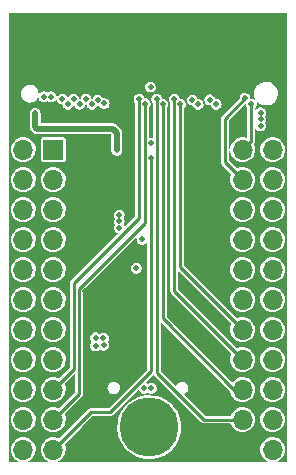
<source format=gbr>
G04 #@! TF.GenerationSoftware,KiCad,Pcbnew,(6.0.1)*
G04 #@! TF.CreationDate,2022-02-14T15:35:13+08:00*
G04 #@! TF.ProjectId,Test_Board,54657374-5f42-46f6-9172-642e6b696361,rev?*
G04 #@! TF.SameCoordinates,Original*
G04 #@! TF.FileFunction,Copper,L3,Inr*
G04 #@! TF.FilePolarity,Positive*
%FSLAX46Y46*%
G04 Gerber Fmt 4.6, Leading zero omitted, Abs format (unit mm)*
G04 Created by KiCad (PCBNEW (6.0.1)) date 2022-02-14 15:35:13*
%MOMM*%
%LPD*%
G01*
G04 APERTURE LIST*
G04 #@! TA.AperFunction,ComponentPad*
%ADD10R,1.700000X1.700000*%
G04 #@! TD*
G04 #@! TA.AperFunction,ComponentPad*
%ADD11O,1.700000X1.700000*%
G04 #@! TD*
G04 #@! TA.AperFunction,ComponentPad*
%ADD12O,1.000000X1.600000*%
G04 #@! TD*
G04 #@! TA.AperFunction,ComponentPad*
%ADD13O,1.000000X2.100000*%
G04 #@! TD*
G04 #@! TA.AperFunction,ViaPad*
%ADD14C,0.508000*%
G04 #@! TD*
G04 #@! TA.AperFunction,ViaPad*
%ADD15C,5.000000*%
G04 #@! TD*
G04 #@! TA.AperFunction,Conductor*
%ADD16C,0.254000*%
G04 #@! TD*
G04 #@! TA.AperFunction,Conductor*
%ADD17C,0.508000*%
G04 #@! TD*
G04 #@! TA.AperFunction,Conductor*
%ADD18C,0.228600*%
G04 #@! TD*
G04 APERTURE END LIST*
D10*
X120943062Y-62218366D03*
D11*
X118403062Y-62218366D03*
X120943062Y-64758366D03*
X118403062Y-64758366D03*
X120943062Y-67298366D03*
X118403062Y-67298366D03*
X120943062Y-69838366D03*
X118403062Y-69838366D03*
X120943062Y-72378366D03*
X118403062Y-72378366D03*
X120943062Y-74918366D03*
X118403062Y-74918366D03*
X120943062Y-77458366D03*
X118403062Y-77458366D03*
X120943062Y-79998366D03*
X118403062Y-79998366D03*
X120943062Y-82538366D03*
X118403062Y-82538366D03*
X120943062Y-85078366D03*
X118403062Y-85078366D03*
X120943062Y-87618366D03*
X118403062Y-87618366D03*
D12*
X124633062Y-86052166D03*
D13*
X133273062Y-81872166D03*
D12*
X133273062Y-86052166D03*
D13*
X124633062Y-81872166D03*
D11*
X139510462Y-62218368D03*
X136970462Y-62218368D03*
X139510462Y-64758368D03*
X136970462Y-64758368D03*
X139510462Y-67298368D03*
X136970462Y-67298368D03*
X139510462Y-69838368D03*
X136970462Y-69838368D03*
X139510462Y-72378368D03*
X136970462Y-72378368D03*
X139510462Y-74918368D03*
X136970462Y-74918368D03*
X139510462Y-77458368D03*
X136970462Y-77458368D03*
X139510462Y-79998368D03*
X136970462Y-79998368D03*
X139510462Y-82538368D03*
X136970462Y-82538368D03*
X139510462Y-85078368D03*
X136970462Y-85078368D03*
X139510462Y-87618368D03*
D10*
X136970462Y-87618368D03*
D14*
X139818062Y-60111167D03*
X139818062Y-55111167D03*
X139818062Y-51111167D03*
X138818062Y-55111167D03*
X138818062Y-51111167D03*
X134818062Y-88111167D03*
X134818062Y-87111167D03*
X134818062Y-83111167D03*
X133818062Y-88111167D03*
X126818062Y-59111167D03*
X126818062Y-58111167D03*
X126818062Y-54111167D03*
X126818062Y-53111167D03*
X126818062Y-52111167D03*
X126818062Y-51111167D03*
X125818062Y-54111167D03*
X125818062Y-53111167D03*
X125818062Y-52111167D03*
X125818062Y-51111167D03*
X124818062Y-88111167D03*
X123818062Y-88111167D03*
X122818062Y-88111167D03*
X122818062Y-87111167D03*
X118818062Y-51111167D03*
X117818062Y-60111167D03*
X117818062Y-59111167D03*
X117818062Y-58111167D03*
X117818062Y-57111167D03*
X117818062Y-56111167D03*
X117818062Y-55111167D03*
X117818062Y-51111167D03*
X119670862Y-56061366D03*
D15*
X129068861Y-85728567D03*
D14*
X119670860Y-54740567D03*
X119670860Y-55400968D03*
X138492262Y-59668166D03*
X126325662Y-60811167D03*
X138492262Y-60201566D03*
X119416862Y-60328566D03*
X126325660Y-61573166D03*
X119416860Y-59160166D03*
X119416863Y-59718967D03*
X126325662Y-62284366D03*
X138492262Y-59109366D03*
X128638497Y-82418180D03*
X120147864Y-57744872D03*
X129247469Y-82430792D03*
X120757465Y-57744872D03*
X125792263Y-76366167D03*
X123633263Y-74222367D03*
X121702861Y-57940967D03*
X122185460Y-58372766D03*
X122668062Y-57940968D03*
X123176060Y-58372766D03*
X123709462Y-57940968D03*
X124209695Y-58385595D03*
X124706611Y-58033342D03*
X125246066Y-58316175D03*
X127971063Y-72266567D03*
X128205262Y-57940968D03*
X128453162Y-69828168D03*
X128729423Y-58347367D03*
X129221752Y-61674769D03*
X129185162Y-56924967D03*
X129703861Y-57940967D03*
X129221763Y-62970167D03*
X130211862Y-58372766D03*
X131195560Y-57940967D03*
X131710461Y-58372767D03*
X132701062Y-58017167D03*
X133209062Y-58372767D03*
X134199662Y-57991767D03*
X134733060Y-58372766D03*
X137171463Y-57890167D03*
X137704862Y-58372767D03*
X124522262Y-78819766D03*
X126528863Y-68826870D03*
X126528863Y-67755567D03*
X125182661Y-78184766D03*
X125208060Y-78794366D03*
X124522262Y-78159368D03*
X126528863Y-68288967D03*
D16*
X137704862Y-61483966D02*
X136970462Y-62218366D01*
X137704862Y-58372767D02*
X137704862Y-61483966D01*
D17*
X126325662Y-60811167D02*
X126325662Y-62284366D01*
D16*
X122668062Y-80813368D02*
X120943063Y-82538367D01*
X122668062Y-73536566D02*
X122668062Y-80813368D01*
X128205262Y-57940968D02*
X128205261Y-67999367D01*
X128205261Y-67999367D02*
X122668062Y-73536566D01*
D17*
X119416862Y-60328566D02*
X119543862Y-60455567D01*
X119416860Y-59160166D02*
X119416862Y-60328566D01*
X125970062Y-60455567D02*
X126325662Y-60811167D01*
X119543862Y-60455567D02*
X125970062Y-60455567D01*
D16*
X123150662Y-82870766D02*
X120943062Y-85078366D01*
X123150661Y-73993767D02*
X123150662Y-82870766D01*
D18*
X128739646Y-58348347D02*
X128739646Y-68404765D01*
D16*
X128739650Y-68404778D02*
X123150661Y-73993767D01*
D18*
X129703855Y-57940956D02*
X129703855Y-81105756D01*
D16*
X133676460Y-85078366D02*
X136970462Y-85078366D01*
X129703861Y-81105767D02*
X133676460Y-85078366D01*
X129221761Y-80978266D02*
X125741463Y-84458567D01*
X129221763Y-62970167D02*
X129221761Y-80978266D01*
X124115862Y-84458566D02*
X120956062Y-87618366D01*
X120956062Y-87618366D02*
X120943061Y-87618367D01*
X125741463Y-84458567D02*
X124115862Y-84458566D01*
X130211862Y-58372766D02*
X130211861Y-76508367D01*
X136241861Y-82538367D02*
X136970461Y-82538367D01*
X130211861Y-76508367D02*
X136241861Y-82538367D01*
X131195560Y-57940967D02*
X131195562Y-74223467D01*
X131195562Y-74223467D02*
X136970462Y-79998369D01*
X131710461Y-58372767D02*
X131710462Y-72198366D01*
X131710462Y-72198366D02*
X136970462Y-77458367D01*
X135469662Y-63257566D02*
X136970462Y-64758368D01*
X135469662Y-59591967D02*
X135469662Y-63257566D01*
X137171463Y-57890167D02*
X135469662Y-59591967D01*
G04 #@! TA.AperFunction,Conductor*
G36*
X140731556Y-50669473D02*
G01*
X140749862Y-50713667D01*
X140749862Y-88622667D01*
X140731556Y-88666861D01*
X140687362Y-88685167D01*
X139998005Y-88685167D01*
X139953811Y-88666861D01*
X139935505Y-88622667D01*
X139953811Y-88578473D01*
X139969825Y-88566880D01*
X140075074Y-88513715D01*
X140077794Y-88512341D01*
X140080192Y-88510468D01*
X140080196Y-88510465D01*
X140192843Y-88422455D01*
X140240630Y-88385120D01*
X140242629Y-88382805D01*
X140334534Y-88276330D01*
X140375653Y-88228693D01*
X140477722Y-88049020D01*
X140542948Y-87852943D01*
X140548066Y-87812434D01*
X140568627Y-87649673D01*
X140568627Y-87649671D01*
X140568847Y-87647931D01*
X140569260Y-87618368D01*
X140569091Y-87616638D01*
X140549393Y-87415756D01*
X140549393Y-87415754D01*
X140549095Y-87412713D01*
X140489369Y-87214891D01*
X140393791Y-87035134D01*
X140393790Y-87035133D01*
X140392357Y-87032438D01*
X140261754Y-86872303D01*
X140102534Y-86740585D01*
X140099850Y-86739134D01*
X140099846Y-86739131D01*
X139949091Y-86657618D01*
X139920763Y-86642301D01*
X139822063Y-86611749D01*
X139726278Y-86582098D01*
X139726275Y-86582097D01*
X139723363Y-86581196D01*
X139720330Y-86580877D01*
X139720329Y-86580877D01*
X139668935Y-86575475D01*
X139517854Y-86559596D01*
X139514821Y-86559872D01*
X139514817Y-86559872D01*
X139401640Y-86570172D01*
X139312063Y-86578324D01*
X139309130Y-86579187D01*
X139309126Y-86579188D01*
X139159986Y-86623083D01*
X139113829Y-86636668D01*
X138930703Y-86732404D01*
X138769660Y-86861886D01*
X138636833Y-87020182D01*
X138628612Y-87035136D01*
X138541351Y-87193864D01*
X138537283Y-87201263D01*
X138474801Y-87398232D01*
X138474460Y-87401269D01*
X138474460Y-87401271D01*
X138456434Y-87561982D01*
X138451767Y-87603585D01*
X138469058Y-87809501D01*
X138526017Y-88008138D01*
X138527409Y-88010847D01*
X138527410Y-88010849D01*
X138575825Y-88105055D01*
X138620472Y-88191928D01*
X138622363Y-88194314D01*
X138622365Y-88194317D01*
X138664585Y-88247585D01*
X138748826Y-88353871D01*
X138751154Y-88355852D01*
X138751156Y-88355854D01*
X138829413Y-88422455D01*
X138906192Y-88487799D01*
X138908856Y-88489288D01*
X138908859Y-88489290D01*
X139049889Y-88568109D01*
X139079537Y-88605650D01*
X139073956Y-88653158D01*
X139036415Y-88682806D01*
X139019398Y-88685167D01*
X121430601Y-88685167D01*
X121386407Y-88666861D01*
X121368101Y-88622667D01*
X121386407Y-88578473D01*
X121402421Y-88566880D01*
X121507674Y-88513713D01*
X121510394Y-88512339D01*
X121512793Y-88510465D01*
X121512796Y-88510463D01*
X121607166Y-88436733D01*
X121673230Y-88385118D01*
X121687276Y-88368846D01*
X121766028Y-88277609D01*
X121808253Y-88228691D01*
X121875812Y-88109766D01*
X121908810Y-88051680D01*
X121908811Y-88051678D01*
X121910322Y-88049018D01*
X121975548Y-87852941D01*
X121975930Y-87849915D01*
X121975931Y-87849912D01*
X122001227Y-87649671D01*
X122001227Y-87649670D01*
X122001447Y-87647929D01*
X122001860Y-87618366D01*
X122000710Y-87606632D01*
X121989955Y-87496955D01*
X121981695Y-87412711D01*
X121921969Y-87214889D01*
X121910790Y-87193864D01*
X121906205Y-87146248D01*
X121921780Y-87120328D01*
X123341905Y-85700203D01*
X126360368Y-85700203D01*
X126376577Y-86025798D01*
X126376896Y-86027652D01*
X126376896Y-86027656D01*
X126395611Y-86136570D01*
X126431784Y-86347088D01*
X126525191Y-86659418D01*
X126655443Y-86958265D01*
X126820655Y-87239299D01*
X126821799Y-87240798D01*
X126821801Y-87240801D01*
X126939723Y-87395315D01*
X127018432Y-87498449D01*
X127019741Y-87499793D01*
X127019743Y-87499795D01*
X127244602Y-87730620D01*
X127244608Y-87730626D01*
X127245911Y-87731963D01*
X127247371Y-87733139D01*
X127498329Y-87935275D01*
X127498335Y-87935280D01*
X127499796Y-87936456D01*
X127501389Y-87937450D01*
X127501394Y-87937453D01*
X127774813Y-88107973D01*
X127774817Y-88107975D01*
X127776409Y-88108968D01*
X128071743Y-88246999D01*
X128381522Y-88348549D01*
X128383372Y-88348917D01*
X128418237Y-88355852D01*
X128701256Y-88412148D01*
X128861002Y-88424300D01*
X129024445Y-88436733D01*
X129024450Y-88436733D01*
X129026316Y-88436875D01*
X129273882Y-88425850D01*
X129350108Y-88422455D01*
X129350110Y-88422455D01*
X129351991Y-88422371D01*
X129353847Y-88422062D01*
X129353848Y-88422062D01*
X129436530Y-88408300D01*
X129673566Y-88368846D01*
X129717852Y-88355854D01*
X129984565Y-88277609D01*
X129984569Y-88277608D01*
X129986381Y-88277076D01*
X129988114Y-88276331D01*
X129988118Y-88276330D01*
X130190878Y-88189217D01*
X130285905Y-88148390D01*
X130287522Y-88147451D01*
X130566187Y-87985590D01*
X130566193Y-87985586D01*
X130567801Y-87984652D01*
X130630323Y-87937453D01*
X130826480Y-87789370D01*
X130826484Y-87789367D01*
X130827983Y-87788235D01*
X130829338Y-87786929D01*
X131061337Y-87563281D01*
X131061341Y-87563277D01*
X131062684Y-87561982D01*
X131114408Y-87498449D01*
X131267316Y-87310632D01*
X131267319Y-87310627D01*
X131268505Y-87309171D01*
X131326141Y-87217823D01*
X131441458Y-87035057D01*
X131441461Y-87035051D01*
X131442462Y-87033465D01*
X131444071Y-87030069D01*
X131581236Y-86740549D01*
X131581239Y-86740541D01*
X131582037Y-86738857D01*
X131685208Y-86429615D01*
X131750481Y-86110218D01*
X131776909Y-85785293D01*
X131777503Y-85728567D01*
X131757885Y-85403159D01*
X131741408Y-85312941D01*
X131699653Y-85084308D01*
X131699651Y-85084302D01*
X131699316Y-85082465D01*
X131635131Y-84875754D01*
X131603199Y-84772916D01*
X131603197Y-84772910D01*
X131602644Y-84771130D01*
X131469269Y-84473664D01*
X131301124Y-84194375D01*
X131100643Y-83937310D01*
X130870732Y-83706191D01*
X130732140Y-83596934D01*
X130616209Y-83505541D01*
X130616200Y-83505535D01*
X130614720Y-83504368D01*
X130336315Y-83334762D01*
X130039551Y-83199832D01*
X130037771Y-83199269D01*
X130037763Y-83199266D01*
X129730526Y-83102100D01*
X129730527Y-83102100D01*
X129728727Y-83101531D01*
X129408344Y-83041283D01*
X129083043Y-83019962D01*
X129081171Y-83020065D01*
X129081170Y-83020065D01*
X128759403Y-83037773D01*
X128759398Y-83037774D01*
X128757537Y-83037876D01*
X128436541Y-83094765D01*
X128124704Y-83189806D01*
X127826544Y-83321621D01*
X127546378Y-83488302D01*
X127544894Y-83489447D01*
X127544888Y-83489451D01*
X127426121Y-83581080D01*
X127288267Y-83687434D01*
X127055948Y-83916132D01*
X126852786Y-84171084D01*
X126681725Y-84448596D01*
X126680941Y-84450296D01*
X126680937Y-84450304D01*
X126624908Y-84571841D01*
X126545243Y-84744649D01*
X126445316Y-85054955D01*
X126417986Y-85196214D01*
X126386774Y-85357540D01*
X126383392Y-85375018D01*
X126383260Y-85376889D01*
X126383259Y-85376893D01*
X126361372Y-85686029D01*
X126360368Y-85700203D01*
X123341905Y-85700203D01*
X124234536Y-84807572D01*
X124278730Y-84789266D01*
X125586531Y-84789267D01*
X125724293Y-84789267D01*
X125729741Y-84789505D01*
X125770730Y-84793091D01*
X125810471Y-84782443D01*
X125815793Y-84781263D01*
X125850928Y-84775068D01*
X125850930Y-84775067D01*
X125856314Y-84774118D01*
X125861986Y-84770843D01*
X125877054Y-84764602D01*
X125877199Y-84764563D01*
X125883379Y-84762907D01*
X125894224Y-84755313D01*
X125917080Y-84739310D01*
X125921677Y-84736381D01*
X125952577Y-84718540D01*
X125952578Y-84718539D01*
X125957312Y-84715806D01*
X125983764Y-84684282D01*
X125987448Y-84680262D01*
X126981422Y-83686288D01*
X128107758Y-82559951D01*
X128151952Y-82541645D01*
X128196146Y-82559951D01*
X128209159Y-82578973D01*
X128241683Y-82652888D01*
X128245927Y-82662534D01*
X128248791Y-82665941D01*
X128327425Y-82759488D01*
X128327428Y-82759491D01*
X128330288Y-82762893D01*
X128439426Y-82835542D01*
X128564567Y-82874639D01*
X128569017Y-82874721D01*
X128569020Y-82874721D01*
X128691204Y-82876960D01*
X128691207Y-82876960D01*
X128695651Y-82877041D01*
X128822141Y-82842556D01*
X128833565Y-82835542D01*
X128901401Y-82793891D01*
X128948641Y-82786367D01*
X128968736Y-82795126D01*
X129048398Y-82848154D01*
X129173539Y-82887251D01*
X129177989Y-82887333D01*
X129177992Y-82887333D01*
X129300176Y-82889572D01*
X129300179Y-82889572D01*
X129304623Y-82889653D01*
X129431113Y-82855168D01*
X129442537Y-82848154D01*
X129539048Y-82788897D01*
X129539051Y-82788894D01*
X129542840Y-82786568D01*
X129630822Y-82689367D01*
X129687986Y-82571379D01*
X129693248Y-82540106D01*
X129709338Y-82444466D01*
X129709738Y-82442090D01*
X129709876Y-82430792D01*
X129691290Y-82301010D01*
X129659382Y-82230833D01*
X129638869Y-82185716D01*
X129638868Y-82185714D01*
X129637025Y-82181661D01*
X129551444Y-82082339D01*
X129441427Y-82011029D01*
X129315817Y-81973464D01*
X129250265Y-81973063D01*
X129189166Y-81972690D01*
X129189165Y-81972690D01*
X129184713Y-81972663D01*
X129058654Y-82008691D01*
X128985867Y-82054616D01*
X128938724Y-82062717D01*
X128918523Y-82054204D01*
X128836194Y-82000840D01*
X128836191Y-82000839D01*
X128832455Y-81998417D01*
X128807205Y-81990866D01*
X128770108Y-81960666D01*
X128765231Y-81913080D01*
X128780917Y-81886792D01*
X129355418Y-81312290D01*
X129399612Y-81293984D01*
X129443806Y-81312290D01*
X129447485Y-81316304D01*
X129448000Y-81316917D01*
X129449561Y-81319147D01*
X133430475Y-85300061D01*
X133434159Y-85304081D01*
X133441594Y-85312941D01*
X133460611Y-85335605D01*
X133465347Y-85338339D01*
X133465349Y-85338341D01*
X133496232Y-85356171D01*
X133500831Y-85359100D01*
X133523564Y-85375018D01*
X133534543Y-85382706D01*
X133539822Y-85384121D01*
X133539823Y-85384121D01*
X133540871Y-85384402D01*
X133555936Y-85390642D01*
X133561609Y-85393917D01*
X133592323Y-85399333D01*
X133602129Y-85401062D01*
X133607450Y-85402241D01*
X133641914Y-85411475D01*
X133641916Y-85411475D01*
X133647193Y-85412889D01*
X133652636Y-85412413D01*
X133652638Y-85412413D01*
X133688175Y-85409304D01*
X133693622Y-85409066D01*
X135921981Y-85409066D01*
X135966175Y-85427372D01*
X135982060Y-85454339D01*
X135986017Y-85468138D01*
X135987409Y-85470847D01*
X135987410Y-85470849D01*
X136035825Y-85565055D01*
X136080472Y-85651928D01*
X136082363Y-85654314D01*
X136082365Y-85654317D01*
X136140339Y-85727462D01*
X136208826Y-85813871D01*
X136211154Y-85815852D01*
X136211156Y-85815854D01*
X136362054Y-85944277D01*
X136366192Y-85947799D01*
X136368856Y-85949288D01*
X136368859Y-85949290D01*
X136537964Y-86043800D01*
X136546573Y-86048611D01*
X136549477Y-86049555D01*
X136549478Y-86049555D01*
X136740188Y-86111521D01*
X136740193Y-86111522D01*
X136743101Y-86112467D01*
X136948288Y-86136934D01*
X136951330Y-86136700D01*
X136951333Y-86136700D01*
X137151269Y-86121315D01*
X137151271Y-86121315D01*
X137154320Y-86121080D01*
X137353349Y-86065511D01*
X137356072Y-86064136D01*
X137356076Y-86064134D01*
X137535074Y-85973715D01*
X137537794Y-85972341D01*
X137540192Y-85970468D01*
X137540196Y-85970465D01*
X137625423Y-85903878D01*
X137700630Y-85845120D01*
X137702629Y-85842805D01*
X137801235Y-85728567D01*
X137835653Y-85688693D01*
X137937722Y-85509020D01*
X138002948Y-85312943D01*
X138004332Y-85301993D01*
X138028627Y-85109673D01*
X138028627Y-85109671D01*
X138028847Y-85107931D01*
X138029260Y-85078368D01*
X138029091Y-85076638D01*
X138027811Y-85063585D01*
X138451767Y-85063585D01*
X138469058Y-85269501D01*
X138526017Y-85468138D01*
X138527409Y-85470847D01*
X138527410Y-85470849D01*
X138575825Y-85565055D01*
X138620472Y-85651928D01*
X138622363Y-85654314D01*
X138622365Y-85654317D01*
X138680339Y-85727462D01*
X138748826Y-85813871D01*
X138751154Y-85815852D01*
X138751156Y-85815854D01*
X138902054Y-85944277D01*
X138906192Y-85947799D01*
X138908856Y-85949288D01*
X138908859Y-85949290D01*
X139077964Y-86043800D01*
X139086573Y-86048611D01*
X139089477Y-86049555D01*
X139089478Y-86049555D01*
X139280188Y-86111521D01*
X139280193Y-86111522D01*
X139283101Y-86112467D01*
X139488288Y-86136934D01*
X139491330Y-86136700D01*
X139491333Y-86136700D01*
X139691269Y-86121315D01*
X139691271Y-86121315D01*
X139694320Y-86121080D01*
X139893349Y-86065511D01*
X139896072Y-86064136D01*
X139896076Y-86064134D01*
X140075074Y-85973715D01*
X140077794Y-85972341D01*
X140080192Y-85970468D01*
X140080196Y-85970465D01*
X140165423Y-85903878D01*
X140240630Y-85845120D01*
X140242629Y-85842805D01*
X140341235Y-85728567D01*
X140375653Y-85688693D01*
X140477722Y-85509020D01*
X140542948Y-85312943D01*
X140544332Y-85301993D01*
X140568627Y-85109673D01*
X140568627Y-85109671D01*
X140568847Y-85107931D01*
X140569260Y-85078368D01*
X140569091Y-85076638D01*
X140549393Y-84875756D01*
X140549393Y-84875754D01*
X140549095Y-84872713D01*
X140489369Y-84674891D01*
X140393791Y-84495134D01*
X140393790Y-84495133D01*
X140392357Y-84492438D01*
X140261754Y-84332303D01*
X140102534Y-84200585D01*
X140099850Y-84199134D01*
X140099846Y-84199131D01*
X139923448Y-84103753D01*
X139920763Y-84102301D01*
X139822063Y-84071749D01*
X139726278Y-84042098D01*
X139726275Y-84042097D01*
X139723363Y-84041196D01*
X139720330Y-84040877D01*
X139720329Y-84040877D01*
X139668935Y-84035475D01*
X139517854Y-84019596D01*
X139514821Y-84019872D01*
X139514817Y-84019872D01*
X139401640Y-84030172D01*
X139312063Y-84038324D01*
X139309130Y-84039187D01*
X139309126Y-84039188D01*
X139159986Y-84083083D01*
X139113829Y-84096668D01*
X138930703Y-84192404D01*
X138769660Y-84321886D01*
X138636833Y-84480182D01*
X138537283Y-84661263D01*
X138474801Y-84858232D01*
X138474460Y-84861269D01*
X138474460Y-84861271D01*
X138452937Y-85053158D01*
X138451767Y-85063585D01*
X138027811Y-85063585D01*
X138009393Y-84875756D01*
X138009393Y-84875754D01*
X138009095Y-84872713D01*
X137949369Y-84674891D01*
X137853791Y-84495134D01*
X137853790Y-84495133D01*
X137852357Y-84492438D01*
X137721754Y-84332303D01*
X137562534Y-84200585D01*
X137559850Y-84199134D01*
X137559846Y-84199131D01*
X137383448Y-84103753D01*
X137380763Y-84102301D01*
X137282063Y-84071749D01*
X137186278Y-84042098D01*
X137186275Y-84042097D01*
X137183363Y-84041196D01*
X137180330Y-84040877D01*
X137180329Y-84040877D01*
X137128935Y-84035475D01*
X136977854Y-84019596D01*
X136974821Y-84019872D01*
X136974817Y-84019872D01*
X136861640Y-84030172D01*
X136772063Y-84038324D01*
X136769130Y-84039187D01*
X136769126Y-84039188D01*
X136619986Y-84083083D01*
X136573829Y-84096668D01*
X136390703Y-84192404D01*
X136229660Y-84321886D01*
X136096833Y-84480182D01*
X135997283Y-84661263D01*
X135983705Y-84704067D01*
X135952895Y-84740654D01*
X135924132Y-84747666D01*
X133839328Y-84747666D01*
X133795134Y-84729360D01*
X132048379Y-82982605D01*
X132030073Y-82938411D01*
X132048379Y-82894217D01*
X132067751Y-82881052D01*
X132115603Y-82860344D01*
X132115608Y-82860341D01*
X132119518Y-82858649D01*
X132130839Y-82849482D01*
X132228784Y-82770167D01*
X132232091Y-82767489D01*
X132316003Y-82649414D01*
X132365071Y-82513122D01*
X132370452Y-82439854D01*
X132375368Y-82372909D01*
X132375368Y-82372907D01*
X132375680Y-82368657D01*
X132347048Y-82226659D01*
X132281286Y-82097593D01*
X132198412Y-82007468D01*
X132186121Y-81994101D01*
X132186120Y-81994100D01*
X132183237Y-81990965D01*
X132157069Y-81974740D01*
X132063751Y-81916880D01*
X132063748Y-81916878D01*
X132060126Y-81914633D01*
X132056030Y-81913443D01*
X131924169Y-81875134D01*
X131924166Y-81875134D01*
X131921022Y-81874220D01*
X131917756Y-81873980D01*
X131917755Y-81873980D01*
X131911902Y-81873550D01*
X131911894Y-81873550D01*
X131910754Y-81873466D01*
X131806773Y-81873466D01*
X131699547Y-81888154D01*
X131641947Y-81913080D01*
X131570515Y-81943991D01*
X131570513Y-81943992D01*
X131566606Y-81945683D01*
X131563298Y-81948362D01*
X131563296Y-81948363D01*
X131482921Y-82013450D01*
X131454033Y-82036843D01*
X131370121Y-82154918D01*
X131368678Y-82158927D01*
X131368677Y-82158929D01*
X131363925Y-82172128D01*
X131331732Y-82207509D01*
X131283950Y-82209763D01*
X131260926Y-82195152D01*
X130040161Y-80974387D01*
X130021855Y-80930193D01*
X130021855Y-76936929D01*
X130040161Y-76892735D01*
X130084355Y-76874429D01*
X130128549Y-76892735D01*
X133025593Y-79789780D01*
X135909561Y-82673748D01*
X135927648Y-82712711D01*
X135929058Y-82729501D01*
X135986017Y-82928138D01*
X135987409Y-82930847D01*
X135987410Y-82930849D01*
X136012789Y-82980231D01*
X136080472Y-83111928D01*
X136082363Y-83114314D01*
X136082365Y-83114317D01*
X136111446Y-83151008D01*
X136208826Y-83273871D01*
X136211154Y-83275852D01*
X136211156Y-83275854D01*
X136281524Y-83335741D01*
X136366192Y-83407799D01*
X136368856Y-83409288D01*
X136368859Y-83409290D01*
X136508515Y-83487341D01*
X136546573Y-83508611D01*
X136549477Y-83509555D01*
X136549478Y-83509555D01*
X136740188Y-83571521D01*
X136740193Y-83571522D01*
X136743101Y-83572467D01*
X136948288Y-83596934D01*
X136951330Y-83596700D01*
X136951333Y-83596700D01*
X137151269Y-83581315D01*
X137151271Y-83581315D01*
X137154320Y-83581080D01*
X137353349Y-83525511D01*
X137356072Y-83524136D01*
X137356076Y-83524134D01*
X137535074Y-83433715D01*
X137537794Y-83432341D01*
X137540192Y-83430468D01*
X137540196Y-83430465D01*
X137625423Y-83363878D01*
X137700630Y-83305120D01*
X137702629Y-83302805D01*
X137753821Y-83243497D01*
X137835653Y-83148693D01*
X137892503Y-83048620D01*
X137936210Y-82971682D01*
X137936211Y-82971680D01*
X137937722Y-82969020D01*
X138002948Y-82772943D01*
X138003907Y-82765358D01*
X138028627Y-82569673D01*
X138028627Y-82569671D01*
X138028847Y-82567931D01*
X138029260Y-82538368D01*
X138029091Y-82536638D01*
X138027811Y-82523585D01*
X138451767Y-82523585D01*
X138469058Y-82729501D01*
X138526017Y-82928138D01*
X138527409Y-82930847D01*
X138527410Y-82930849D01*
X138552789Y-82980231D01*
X138620472Y-83111928D01*
X138622363Y-83114314D01*
X138622365Y-83114317D01*
X138651446Y-83151008D01*
X138748826Y-83273871D01*
X138751154Y-83275852D01*
X138751156Y-83275854D01*
X138821524Y-83335741D01*
X138906192Y-83407799D01*
X138908856Y-83409288D01*
X138908859Y-83409290D01*
X139048515Y-83487341D01*
X139086573Y-83508611D01*
X139089477Y-83509555D01*
X139089478Y-83509555D01*
X139280188Y-83571521D01*
X139280193Y-83571522D01*
X139283101Y-83572467D01*
X139488288Y-83596934D01*
X139491330Y-83596700D01*
X139491333Y-83596700D01*
X139691269Y-83581315D01*
X139691271Y-83581315D01*
X139694320Y-83581080D01*
X139893349Y-83525511D01*
X139896072Y-83524136D01*
X139896076Y-83524134D01*
X140075074Y-83433715D01*
X140077794Y-83432341D01*
X140080192Y-83430468D01*
X140080196Y-83430465D01*
X140165423Y-83363878D01*
X140240630Y-83305120D01*
X140242629Y-83302805D01*
X140293821Y-83243497D01*
X140375653Y-83148693D01*
X140432503Y-83048620D01*
X140476210Y-82971682D01*
X140476211Y-82971680D01*
X140477722Y-82969020D01*
X140542948Y-82772943D01*
X140543907Y-82765358D01*
X140568627Y-82569673D01*
X140568627Y-82569671D01*
X140568847Y-82567931D01*
X140569260Y-82538368D01*
X140569091Y-82536638D01*
X140552619Y-82368657D01*
X140549095Y-82332713D01*
X140489369Y-82134891D01*
X140423531Y-82011067D01*
X140393792Y-81955136D01*
X140393790Y-81955133D01*
X140392357Y-81952438D01*
X140261754Y-81792303D01*
X140102534Y-81660585D01*
X140099850Y-81659134D01*
X140099846Y-81659131D01*
X139957356Y-81582087D01*
X139920763Y-81562301D01*
X139822063Y-81531748D01*
X139726278Y-81502098D01*
X139726275Y-81502097D01*
X139723363Y-81501196D01*
X139720330Y-81500877D01*
X139720329Y-81500877D01*
X139668935Y-81495475D01*
X139517854Y-81479596D01*
X139514821Y-81479872D01*
X139514817Y-81479872D01*
X139401640Y-81490172D01*
X139312063Y-81498324D01*
X139309130Y-81499187D01*
X139309126Y-81499188D01*
X139159986Y-81543083D01*
X139113829Y-81556668D01*
X138930703Y-81652404D01*
X138769660Y-81781886D01*
X138636833Y-81940182D01*
X138576138Y-82050587D01*
X138550296Y-82097593D01*
X138537283Y-82121263D01*
X138474801Y-82318232D01*
X138474460Y-82321269D01*
X138474460Y-82321271D01*
X138452941Y-82513122D01*
X138451767Y-82523585D01*
X138027811Y-82523585D01*
X138012619Y-82368657D01*
X138009095Y-82332713D01*
X137949369Y-82134891D01*
X137883531Y-82011067D01*
X137853792Y-81955136D01*
X137853790Y-81955133D01*
X137852357Y-81952438D01*
X137721754Y-81792303D01*
X137562534Y-81660585D01*
X137559850Y-81659134D01*
X137559846Y-81659131D01*
X137417356Y-81582087D01*
X137380763Y-81562301D01*
X137282063Y-81531748D01*
X137186278Y-81502098D01*
X137186275Y-81502097D01*
X137183363Y-81501196D01*
X137180330Y-81500877D01*
X137180329Y-81500877D01*
X137128935Y-81495475D01*
X136977854Y-81479596D01*
X136974821Y-81479872D01*
X136974817Y-81479872D01*
X136861640Y-81490172D01*
X136772063Y-81498324D01*
X136769130Y-81499187D01*
X136769126Y-81499188D01*
X136619986Y-81543083D01*
X136573829Y-81556668D01*
X136390703Y-81652404D01*
X136229660Y-81781886D01*
X136147302Y-81880037D01*
X136104872Y-81902124D01*
X136059251Y-81887740D01*
X136055231Y-81884056D01*
X130560867Y-76389693D01*
X130542561Y-76345499D01*
X130542562Y-67529914D01*
X130542562Y-58713596D01*
X130558725Y-58671654D01*
X130561443Y-58668652D01*
X130595215Y-58631341D01*
X130652379Y-58513353D01*
X130655333Y-58495799D01*
X130664229Y-58442917D01*
X130674131Y-58384064D01*
X130674269Y-58372766D01*
X130655683Y-58242984D01*
X130617846Y-58159766D01*
X130603262Y-58127690D01*
X130603261Y-58127688D01*
X130601418Y-58123635D01*
X130515837Y-58024313D01*
X130405820Y-57953003D01*
X130346685Y-57935318D01*
X130733188Y-57935318D01*
X130733765Y-57939731D01*
X130733765Y-57939733D01*
X130737425Y-57967722D01*
X130750187Y-58065317D01*
X130751980Y-58069392D01*
X130800238Y-58179066D01*
X130802990Y-58185321D01*
X130805854Y-58188728D01*
X130805857Y-58188733D01*
X130850202Y-58241487D01*
X130864860Y-58281703D01*
X130864862Y-74206297D01*
X130864624Y-74211744D01*
X130861038Y-74252734D01*
X130862454Y-74258017D01*
X130871686Y-74292474D01*
X130872866Y-74297796D01*
X130880011Y-74338318D01*
X130883286Y-74343990D01*
X130889527Y-74359058D01*
X130891222Y-74365383D01*
X130894357Y-74369860D01*
X130914819Y-74399084D01*
X130917748Y-74403681D01*
X130935589Y-74434581D01*
X130938323Y-74439316D01*
X130942511Y-74442830D01*
X130969847Y-74465768D01*
X130973867Y-74469452D01*
X135995458Y-79491045D01*
X136013764Y-79535239D01*
X136006033Y-79565347D01*
X135997283Y-79581263D01*
X135934801Y-79778232D01*
X135934460Y-79781269D01*
X135934460Y-79781271D01*
X135932836Y-79795754D01*
X135911767Y-79983585D01*
X135929058Y-80189501D01*
X135986017Y-80388138D01*
X135987409Y-80390847D01*
X135987410Y-80390849D01*
X136035825Y-80485055D01*
X136080472Y-80571928D01*
X136082363Y-80574314D01*
X136082365Y-80574317D01*
X136111446Y-80611008D01*
X136208826Y-80733871D01*
X136211154Y-80735852D01*
X136211156Y-80735854D01*
X136304621Y-80815398D01*
X136366192Y-80867799D01*
X136368856Y-80869288D01*
X136368859Y-80869290D01*
X136477832Y-80930193D01*
X136546573Y-80968611D01*
X136549477Y-80969555D01*
X136549478Y-80969555D01*
X136740188Y-81031521D01*
X136740193Y-81031522D01*
X136743101Y-81032467D01*
X136948288Y-81056934D01*
X136951330Y-81056700D01*
X136951333Y-81056700D01*
X137151269Y-81041315D01*
X137151271Y-81041315D01*
X137154320Y-81041080D01*
X137353349Y-80985511D01*
X137356072Y-80984136D01*
X137356076Y-80984134D01*
X137535074Y-80893715D01*
X137537794Y-80892341D01*
X137540192Y-80890468D01*
X137540196Y-80890465D01*
X137636277Y-80815398D01*
X137700630Y-80765120D01*
X137702629Y-80762805D01*
X137753821Y-80703497D01*
X137835653Y-80608693D01*
X137937722Y-80429020D01*
X138002948Y-80232943D01*
X138008066Y-80192434D01*
X138028627Y-80029673D01*
X138028627Y-80029671D01*
X138028847Y-80027931D01*
X138029260Y-79998368D01*
X138029091Y-79996638D01*
X138027811Y-79983585D01*
X138451767Y-79983585D01*
X138469058Y-80189501D01*
X138526017Y-80388138D01*
X138527409Y-80390847D01*
X138527410Y-80390849D01*
X138575825Y-80485055D01*
X138620472Y-80571928D01*
X138622363Y-80574314D01*
X138622365Y-80574317D01*
X138651446Y-80611008D01*
X138748826Y-80733871D01*
X138751154Y-80735852D01*
X138751156Y-80735854D01*
X138844621Y-80815398D01*
X138906192Y-80867799D01*
X138908856Y-80869288D01*
X138908859Y-80869290D01*
X139017832Y-80930193D01*
X139086573Y-80968611D01*
X139089477Y-80969555D01*
X139089478Y-80969555D01*
X139280188Y-81031521D01*
X139280193Y-81031522D01*
X139283101Y-81032467D01*
X139488288Y-81056934D01*
X139491330Y-81056700D01*
X139491333Y-81056700D01*
X139691269Y-81041315D01*
X139691271Y-81041315D01*
X139694320Y-81041080D01*
X139893349Y-80985511D01*
X139896072Y-80984136D01*
X139896076Y-80984134D01*
X140075074Y-80893715D01*
X140077794Y-80892341D01*
X140080192Y-80890468D01*
X140080196Y-80890465D01*
X140176277Y-80815398D01*
X140240630Y-80765120D01*
X140242629Y-80762805D01*
X140293821Y-80703497D01*
X140375653Y-80608693D01*
X140477722Y-80429020D01*
X140542948Y-80232943D01*
X140548066Y-80192434D01*
X140568627Y-80029673D01*
X140568627Y-80029671D01*
X140568847Y-80027931D01*
X140569260Y-79998368D01*
X140569091Y-79996638D01*
X140549393Y-79795756D01*
X140549393Y-79795754D01*
X140549095Y-79792713D01*
X140489369Y-79594891D01*
X140393791Y-79415134D01*
X140393790Y-79415133D01*
X140392357Y-79412438D01*
X140261754Y-79252303D01*
X140102534Y-79120585D01*
X140099850Y-79119134D01*
X140099846Y-79119131D01*
X139923448Y-79023753D01*
X139920763Y-79022301D01*
X139822063Y-78991748D01*
X139726278Y-78962098D01*
X139726275Y-78962097D01*
X139723363Y-78961196D01*
X139720330Y-78960877D01*
X139720329Y-78960877D01*
X139668935Y-78955475D01*
X139517854Y-78939596D01*
X139514821Y-78939872D01*
X139514817Y-78939872D01*
X139401640Y-78950172D01*
X139312063Y-78958324D01*
X139309130Y-78959187D01*
X139309126Y-78959188D01*
X139159986Y-79003083D01*
X139113829Y-79016668D01*
X138930703Y-79112404D01*
X138769660Y-79241886D01*
X138636833Y-79400182D01*
X138537283Y-79581263D01*
X138474801Y-79778232D01*
X138474460Y-79781269D01*
X138474460Y-79781271D01*
X138472836Y-79795754D01*
X138451767Y-79983585D01*
X138027811Y-79983585D01*
X138009393Y-79795756D01*
X138009393Y-79795754D01*
X138009095Y-79792713D01*
X137949369Y-79594891D01*
X137853791Y-79415134D01*
X137853790Y-79415133D01*
X137852357Y-79412438D01*
X137721754Y-79252303D01*
X137562534Y-79120585D01*
X137559850Y-79119134D01*
X137559846Y-79119131D01*
X137383448Y-79023753D01*
X137380763Y-79022301D01*
X137282063Y-78991748D01*
X137186278Y-78962098D01*
X137186275Y-78962097D01*
X137183363Y-78961196D01*
X137180330Y-78960877D01*
X137180329Y-78960877D01*
X137128935Y-78955475D01*
X136977854Y-78939596D01*
X136974821Y-78939872D01*
X136974817Y-78939872D01*
X136861640Y-78950172D01*
X136772063Y-78958324D01*
X136769130Y-78959187D01*
X136769126Y-78959188D01*
X136619986Y-79003083D01*
X136573829Y-79016668D01*
X136560277Y-79023753D01*
X136537428Y-79035698D01*
X136489782Y-79039950D01*
X136464278Y-79024504D01*
X134010765Y-76570990D01*
X131544568Y-74104793D01*
X131526262Y-74060599D01*
X131526262Y-72632734D01*
X131544568Y-72588540D01*
X131588762Y-72570234D01*
X131632956Y-72588540D01*
X135995458Y-76951043D01*
X136013764Y-76995237D01*
X136006033Y-77025347D01*
X135997283Y-77041263D01*
X135934801Y-77238232D01*
X135934460Y-77241269D01*
X135934460Y-77241271D01*
X135932836Y-77255754D01*
X135911767Y-77443585D01*
X135929058Y-77649501D01*
X135986017Y-77848138D01*
X135987409Y-77850847D01*
X135987410Y-77850849D01*
X136013780Y-77902159D01*
X136080472Y-78031928D01*
X136082363Y-78034314D01*
X136082365Y-78034317D01*
X136111446Y-78071008D01*
X136208826Y-78193871D01*
X136366192Y-78327799D01*
X136368856Y-78329288D01*
X136368859Y-78329290D01*
X136537964Y-78423800D01*
X136546573Y-78428611D01*
X136549477Y-78429555D01*
X136549478Y-78429555D01*
X136740188Y-78491521D01*
X136740193Y-78491522D01*
X136743101Y-78492467D01*
X136746145Y-78492830D01*
X136787491Y-78497760D01*
X136948288Y-78516934D01*
X136951330Y-78516700D01*
X136951333Y-78516700D01*
X137151269Y-78501315D01*
X137151271Y-78501315D01*
X137154320Y-78501080D01*
X137353349Y-78445511D01*
X137356072Y-78444136D01*
X137356076Y-78444134D01*
X137535074Y-78353715D01*
X137537794Y-78352341D01*
X137540192Y-78350468D01*
X137540196Y-78350465D01*
X137631280Y-78279302D01*
X137700630Y-78225120D01*
X137702629Y-78222805D01*
X137766057Y-78149321D01*
X137835653Y-78068693D01*
X137937722Y-77889020D01*
X138002948Y-77692943D01*
X138008066Y-77652434D01*
X138028627Y-77489673D01*
X138028627Y-77489671D01*
X138028847Y-77487931D01*
X138029260Y-77458368D01*
X138029091Y-77456638D01*
X138027811Y-77443585D01*
X138451767Y-77443585D01*
X138469058Y-77649501D01*
X138526017Y-77848138D01*
X138527409Y-77850847D01*
X138527410Y-77850849D01*
X138553780Y-77902159D01*
X138620472Y-78031928D01*
X138622363Y-78034314D01*
X138622365Y-78034317D01*
X138651446Y-78071008D01*
X138748826Y-78193871D01*
X138906192Y-78327799D01*
X138908856Y-78329288D01*
X138908859Y-78329290D01*
X139077964Y-78423800D01*
X139086573Y-78428611D01*
X139089477Y-78429555D01*
X139089478Y-78429555D01*
X139280188Y-78491521D01*
X139280193Y-78491522D01*
X139283101Y-78492467D01*
X139286145Y-78492830D01*
X139327491Y-78497760D01*
X139488288Y-78516934D01*
X139491330Y-78516700D01*
X139491333Y-78516700D01*
X139691269Y-78501315D01*
X139691271Y-78501315D01*
X139694320Y-78501080D01*
X139893349Y-78445511D01*
X139896072Y-78444136D01*
X139896076Y-78444134D01*
X140075074Y-78353715D01*
X140077794Y-78352341D01*
X140080192Y-78350468D01*
X140080196Y-78350465D01*
X140171280Y-78279302D01*
X140240630Y-78225120D01*
X140242629Y-78222805D01*
X140306057Y-78149321D01*
X140375653Y-78068693D01*
X140477722Y-77889020D01*
X140542948Y-77692943D01*
X140548066Y-77652434D01*
X140568627Y-77489673D01*
X140568627Y-77489671D01*
X140568847Y-77487931D01*
X140569260Y-77458368D01*
X140569091Y-77456638D01*
X140549393Y-77255756D01*
X140549393Y-77255754D01*
X140549095Y-77252713D01*
X140489369Y-77054891D01*
X140434152Y-76951043D01*
X140393792Y-76875136D01*
X140393790Y-76875133D01*
X140392357Y-76872438D01*
X140261754Y-76712303D01*
X140102534Y-76580585D01*
X140099850Y-76579134D01*
X140099846Y-76579131D01*
X139923448Y-76483753D01*
X139920763Y-76482301D01*
X139822063Y-76451748D01*
X139726278Y-76422098D01*
X139726275Y-76422097D01*
X139723363Y-76421196D01*
X139720330Y-76420877D01*
X139720329Y-76420877D01*
X139668935Y-76415475D01*
X139517854Y-76399596D01*
X139514821Y-76399872D01*
X139514817Y-76399872D01*
X139401640Y-76410172D01*
X139312063Y-76418324D01*
X139309130Y-76419187D01*
X139309126Y-76419188D01*
X139159986Y-76463083D01*
X139113829Y-76476668D01*
X138930703Y-76572404D01*
X138769660Y-76701886D01*
X138636833Y-76860182D01*
X138537283Y-77041263D01*
X138474801Y-77238232D01*
X138474460Y-77241269D01*
X138474460Y-77241271D01*
X138472836Y-77255754D01*
X138451767Y-77443585D01*
X138027811Y-77443585D01*
X138009393Y-77255756D01*
X138009393Y-77255754D01*
X138009095Y-77252713D01*
X137949369Y-77054891D01*
X137894152Y-76951043D01*
X137853792Y-76875136D01*
X137853790Y-76875133D01*
X137852357Y-76872438D01*
X137721754Y-76712303D01*
X137562534Y-76580585D01*
X137559850Y-76579134D01*
X137559846Y-76579131D01*
X137383448Y-76483753D01*
X137380763Y-76482301D01*
X137282063Y-76451748D01*
X137186278Y-76422098D01*
X137186275Y-76422097D01*
X137183363Y-76421196D01*
X137180330Y-76420877D01*
X137180329Y-76420877D01*
X137128935Y-76415475D01*
X136977854Y-76399596D01*
X136974821Y-76399872D01*
X136974817Y-76399872D01*
X136861640Y-76410172D01*
X136772063Y-76418324D01*
X136769130Y-76419187D01*
X136769126Y-76419188D01*
X136619986Y-76463083D01*
X136573829Y-76476668D01*
X136571119Y-76478085D01*
X136571116Y-76478086D01*
X136537430Y-76495697D01*
X136489784Y-76499950D01*
X136464279Y-76484504D01*
X134883360Y-74903585D01*
X135911767Y-74903585D01*
X135929058Y-75109501D01*
X135986017Y-75308138D01*
X135987409Y-75310847D01*
X135987410Y-75310849D01*
X136035825Y-75405055D01*
X136080472Y-75491928D01*
X136082363Y-75494314D01*
X136082365Y-75494317D01*
X136111446Y-75531008D01*
X136208826Y-75653871D01*
X136366192Y-75787799D01*
X136368856Y-75789288D01*
X136368859Y-75789290D01*
X136537964Y-75883800D01*
X136546573Y-75888611D01*
X136549477Y-75889555D01*
X136549478Y-75889555D01*
X136740188Y-75951521D01*
X136740193Y-75951522D01*
X136743101Y-75952467D01*
X136948288Y-75976934D01*
X136951330Y-75976700D01*
X136951333Y-75976700D01*
X137151269Y-75961315D01*
X137151271Y-75961315D01*
X137154320Y-75961080D01*
X137353349Y-75905511D01*
X137356072Y-75904136D01*
X137356076Y-75904134D01*
X137535074Y-75813715D01*
X137537794Y-75812341D01*
X137540192Y-75810468D01*
X137540196Y-75810465D01*
X137625423Y-75743878D01*
X137700630Y-75685120D01*
X137702629Y-75682805D01*
X137753821Y-75623497D01*
X137835653Y-75528693D01*
X137937722Y-75349020D01*
X138002948Y-75152943D01*
X138008066Y-75112434D01*
X138028627Y-74949673D01*
X138028627Y-74949671D01*
X138028847Y-74947931D01*
X138029260Y-74918368D01*
X138029091Y-74916638D01*
X138027811Y-74903585D01*
X138451767Y-74903585D01*
X138469058Y-75109501D01*
X138526017Y-75308138D01*
X138527409Y-75310847D01*
X138527410Y-75310849D01*
X138575825Y-75405055D01*
X138620472Y-75491928D01*
X138622363Y-75494314D01*
X138622365Y-75494317D01*
X138651446Y-75531008D01*
X138748826Y-75653871D01*
X138906192Y-75787799D01*
X138908856Y-75789288D01*
X138908859Y-75789290D01*
X139077964Y-75883800D01*
X139086573Y-75888611D01*
X139089477Y-75889555D01*
X139089478Y-75889555D01*
X139280188Y-75951521D01*
X139280193Y-75951522D01*
X139283101Y-75952467D01*
X139488288Y-75976934D01*
X139491330Y-75976700D01*
X139491333Y-75976700D01*
X139691269Y-75961315D01*
X139691271Y-75961315D01*
X139694320Y-75961080D01*
X139893349Y-75905511D01*
X139896072Y-75904136D01*
X139896076Y-75904134D01*
X140075074Y-75813715D01*
X140077794Y-75812341D01*
X140080192Y-75810468D01*
X140080196Y-75810465D01*
X140165423Y-75743878D01*
X140240630Y-75685120D01*
X140242629Y-75682805D01*
X140293821Y-75623497D01*
X140375653Y-75528693D01*
X140477722Y-75349020D01*
X140542948Y-75152943D01*
X140548066Y-75112434D01*
X140568627Y-74949673D01*
X140568627Y-74949671D01*
X140568847Y-74947931D01*
X140569260Y-74918368D01*
X140569091Y-74916638D01*
X140549393Y-74715756D01*
X140549393Y-74715754D01*
X140549095Y-74712713D01*
X140489369Y-74514891D01*
X140402287Y-74351113D01*
X140393792Y-74335136D01*
X140393790Y-74335133D01*
X140392357Y-74332438D01*
X140261754Y-74172303D01*
X140102534Y-74040585D01*
X140099850Y-74039134D01*
X140099846Y-74039131D01*
X139923448Y-73943753D01*
X139920763Y-73942301D01*
X139822063Y-73911749D01*
X139726278Y-73882098D01*
X139726275Y-73882097D01*
X139723363Y-73881196D01*
X139720330Y-73880877D01*
X139720329Y-73880877D01*
X139668935Y-73875475D01*
X139517854Y-73859596D01*
X139514821Y-73859872D01*
X139514817Y-73859872D01*
X139401640Y-73870172D01*
X139312063Y-73878324D01*
X139309130Y-73879187D01*
X139309126Y-73879188D01*
X139159986Y-73923083D01*
X139113829Y-73936668D01*
X138930703Y-74032404D01*
X138769660Y-74161886D01*
X138636833Y-74320182D01*
X138593456Y-74399084D01*
X138556797Y-74465768D01*
X138537283Y-74501263D01*
X138474801Y-74698232D01*
X138474460Y-74701269D01*
X138474460Y-74701271D01*
X138472836Y-74715754D01*
X138451767Y-74903585D01*
X138027811Y-74903585D01*
X138009393Y-74715756D01*
X138009393Y-74715754D01*
X138009095Y-74712713D01*
X137949369Y-74514891D01*
X137862287Y-74351113D01*
X137853792Y-74335136D01*
X137853790Y-74335133D01*
X137852357Y-74332438D01*
X137721754Y-74172303D01*
X137562534Y-74040585D01*
X137559850Y-74039134D01*
X137559846Y-74039131D01*
X137383448Y-73943753D01*
X137380763Y-73942301D01*
X137282063Y-73911749D01*
X137186278Y-73882098D01*
X137186275Y-73882097D01*
X137183363Y-73881196D01*
X137180330Y-73880877D01*
X137180329Y-73880877D01*
X137128935Y-73875475D01*
X136977854Y-73859596D01*
X136974821Y-73859872D01*
X136974817Y-73859872D01*
X136861640Y-73870172D01*
X136772063Y-73878324D01*
X136769130Y-73879187D01*
X136769126Y-73879188D01*
X136619986Y-73923083D01*
X136573829Y-73936668D01*
X136390703Y-74032404D01*
X136229660Y-74161886D01*
X136096833Y-74320182D01*
X136053456Y-74399084D01*
X136016797Y-74465768D01*
X135997283Y-74501263D01*
X135934801Y-74698232D01*
X135934460Y-74701269D01*
X135934460Y-74701271D01*
X135932836Y-74715754D01*
X135911767Y-74903585D01*
X134883360Y-74903585D01*
X132343361Y-72363585D01*
X135911767Y-72363585D01*
X135929058Y-72569501D01*
X135986017Y-72768138D01*
X135987409Y-72770847D01*
X135987410Y-72770849D01*
X136035825Y-72865055D01*
X136080472Y-72951928D01*
X136082363Y-72954314D01*
X136082365Y-72954317D01*
X136111446Y-72991008D01*
X136208826Y-73113871D01*
X136366192Y-73247799D01*
X136368856Y-73249288D01*
X136368859Y-73249290D01*
X136490375Y-73317203D01*
X136546573Y-73348611D01*
X136549477Y-73349555D01*
X136549478Y-73349555D01*
X136740188Y-73411521D01*
X136740193Y-73411522D01*
X136743101Y-73412467D01*
X136948288Y-73436934D01*
X136951330Y-73436700D01*
X136951333Y-73436700D01*
X137151269Y-73421315D01*
X137151271Y-73421315D01*
X137154320Y-73421080D01*
X137353349Y-73365511D01*
X137356072Y-73364136D01*
X137356076Y-73364134D01*
X137535074Y-73273715D01*
X137537794Y-73272341D01*
X137540192Y-73270468D01*
X137540196Y-73270465D01*
X137625423Y-73203878D01*
X137700630Y-73145120D01*
X137702629Y-73142805D01*
X137753821Y-73083497D01*
X137835653Y-72988693D01*
X137937722Y-72809020D01*
X137999821Y-72622343D01*
X138001985Y-72615838D01*
X138002948Y-72612943D01*
X138003589Y-72607875D01*
X138028627Y-72409673D01*
X138028627Y-72409671D01*
X138028847Y-72407931D01*
X138029260Y-72378368D01*
X138029091Y-72376638D01*
X138027811Y-72363585D01*
X138451767Y-72363585D01*
X138469058Y-72569501D01*
X138526017Y-72768138D01*
X138527409Y-72770847D01*
X138527410Y-72770849D01*
X138575825Y-72865055D01*
X138620472Y-72951928D01*
X138622363Y-72954314D01*
X138622365Y-72954317D01*
X138651446Y-72991008D01*
X138748826Y-73113871D01*
X138906192Y-73247799D01*
X138908856Y-73249288D01*
X138908859Y-73249290D01*
X139030375Y-73317203D01*
X139086573Y-73348611D01*
X139089477Y-73349555D01*
X139089478Y-73349555D01*
X139280188Y-73411521D01*
X139280193Y-73411522D01*
X139283101Y-73412467D01*
X139488288Y-73436934D01*
X139491330Y-73436700D01*
X139491333Y-73436700D01*
X139691269Y-73421315D01*
X139691271Y-73421315D01*
X139694320Y-73421080D01*
X139893349Y-73365511D01*
X139896072Y-73364136D01*
X139896076Y-73364134D01*
X140075074Y-73273715D01*
X140077794Y-73272341D01*
X140080192Y-73270468D01*
X140080196Y-73270465D01*
X140165423Y-73203878D01*
X140240630Y-73145120D01*
X140242629Y-73142805D01*
X140293821Y-73083497D01*
X140375653Y-72988693D01*
X140477722Y-72809020D01*
X140539821Y-72622343D01*
X140541985Y-72615838D01*
X140542948Y-72612943D01*
X140543589Y-72607875D01*
X140568627Y-72409673D01*
X140568627Y-72409671D01*
X140568847Y-72407931D01*
X140569260Y-72378368D01*
X140569091Y-72376638D01*
X140549393Y-72175756D01*
X140549393Y-72175754D01*
X140549095Y-72172713D01*
X140489369Y-71974891D01*
X140401969Y-71810515D01*
X140393792Y-71795136D01*
X140393790Y-71795133D01*
X140392357Y-71792438D01*
X140261754Y-71632303D01*
X140102534Y-71500585D01*
X140099850Y-71499134D01*
X140099846Y-71499131D01*
X139923448Y-71403753D01*
X139920763Y-71402301D01*
X139822063Y-71371749D01*
X139726278Y-71342098D01*
X139726275Y-71342097D01*
X139723363Y-71341196D01*
X139720330Y-71340877D01*
X139720329Y-71340877D01*
X139668935Y-71335475D01*
X139517854Y-71319596D01*
X139514821Y-71319872D01*
X139514817Y-71319872D01*
X139401640Y-71330172D01*
X139312063Y-71338324D01*
X139309130Y-71339187D01*
X139309126Y-71339188D01*
X139159986Y-71383083D01*
X139113829Y-71396668D01*
X138930703Y-71492404D01*
X138769660Y-71621886D01*
X138636833Y-71780182D01*
X138537283Y-71961263D01*
X138474801Y-72158232D01*
X138474460Y-72161269D01*
X138474460Y-72161271D01*
X138461116Y-72280241D01*
X138451767Y-72363585D01*
X138027811Y-72363585D01*
X138009393Y-72175756D01*
X138009393Y-72175754D01*
X138009095Y-72172713D01*
X137949369Y-71974891D01*
X137861969Y-71810515D01*
X137853792Y-71795136D01*
X137853790Y-71795133D01*
X137852357Y-71792438D01*
X137721754Y-71632303D01*
X137562534Y-71500585D01*
X137559850Y-71499134D01*
X137559846Y-71499131D01*
X137383448Y-71403753D01*
X137380763Y-71402301D01*
X137282063Y-71371749D01*
X137186278Y-71342098D01*
X137186275Y-71342097D01*
X137183363Y-71341196D01*
X137180330Y-71340877D01*
X137180329Y-71340877D01*
X137128935Y-71335475D01*
X136977854Y-71319596D01*
X136974821Y-71319872D01*
X136974817Y-71319872D01*
X136861640Y-71330172D01*
X136772063Y-71338324D01*
X136769130Y-71339187D01*
X136769126Y-71339188D01*
X136619986Y-71383083D01*
X136573829Y-71396668D01*
X136390703Y-71492404D01*
X136229660Y-71621886D01*
X136096833Y-71780182D01*
X135997283Y-71961263D01*
X135934801Y-72158232D01*
X135934460Y-72161269D01*
X135934460Y-72161271D01*
X135921116Y-72280241D01*
X135911767Y-72363585D01*
X132343361Y-72363585D01*
X132059468Y-72079692D01*
X132041162Y-72035498D01*
X132041162Y-69823585D01*
X135911767Y-69823585D01*
X135929058Y-70029501D01*
X135986017Y-70228138D01*
X135987409Y-70230847D01*
X135987410Y-70230849D01*
X136014365Y-70283298D01*
X136080472Y-70411928D01*
X136082363Y-70414314D01*
X136082365Y-70414317D01*
X136111446Y-70451008D01*
X136208826Y-70573871D01*
X136366192Y-70707799D01*
X136368856Y-70709288D01*
X136368859Y-70709290D01*
X136537964Y-70803800D01*
X136546573Y-70808611D01*
X136549477Y-70809555D01*
X136549478Y-70809555D01*
X136740188Y-70871521D01*
X136740193Y-70871522D01*
X136743101Y-70872467D01*
X136948288Y-70896934D01*
X136951330Y-70896700D01*
X136951333Y-70896700D01*
X137151269Y-70881315D01*
X137151271Y-70881315D01*
X137154320Y-70881080D01*
X137353349Y-70825511D01*
X137356072Y-70824136D01*
X137356076Y-70824134D01*
X137535074Y-70733715D01*
X137537794Y-70732341D01*
X137540192Y-70730468D01*
X137540196Y-70730465D01*
X137625423Y-70663878D01*
X137700630Y-70605120D01*
X137702629Y-70602805D01*
X137753821Y-70543497D01*
X137835653Y-70448693D01*
X137886687Y-70358857D01*
X137936210Y-70271682D01*
X137936211Y-70271680D01*
X137937722Y-70269020D01*
X138002948Y-70072943D01*
X138008066Y-70032434D01*
X138028627Y-69869673D01*
X138028627Y-69869671D01*
X138028847Y-69867931D01*
X138029260Y-69838368D01*
X138029091Y-69836638D01*
X138027811Y-69823585D01*
X138451767Y-69823585D01*
X138469058Y-70029501D01*
X138526017Y-70228138D01*
X138527409Y-70230847D01*
X138527410Y-70230849D01*
X138554365Y-70283298D01*
X138620472Y-70411928D01*
X138622363Y-70414314D01*
X138622365Y-70414317D01*
X138651446Y-70451008D01*
X138748826Y-70573871D01*
X138906192Y-70707799D01*
X138908856Y-70709288D01*
X138908859Y-70709290D01*
X139077964Y-70803800D01*
X139086573Y-70808611D01*
X139089477Y-70809555D01*
X139089478Y-70809555D01*
X139280188Y-70871521D01*
X139280193Y-70871522D01*
X139283101Y-70872467D01*
X139488288Y-70896934D01*
X139491330Y-70896700D01*
X139491333Y-70896700D01*
X139691269Y-70881315D01*
X139691271Y-70881315D01*
X139694320Y-70881080D01*
X139893349Y-70825511D01*
X139896072Y-70824136D01*
X139896076Y-70824134D01*
X140075074Y-70733715D01*
X140077794Y-70732341D01*
X140080192Y-70730468D01*
X140080196Y-70730465D01*
X140165423Y-70663878D01*
X140240630Y-70605120D01*
X140242629Y-70602805D01*
X140293821Y-70543497D01*
X140375653Y-70448693D01*
X140426687Y-70358857D01*
X140476210Y-70271682D01*
X140476211Y-70271680D01*
X140477722Y-70269020D01*
X140542948Y-70072943D01*
X140548066Y-70032434D01*
X140568627Y-69869673D01*
X140568627Y-69869671D01*
X140568847Y-69867931D01*
X140569260Y-69838368D01*
X140569091Y-69836638D01*
X140555004Y-69692973D01*
X140549095Y-69632713D01*
X140489369Y-69434891D01*
X140408616Y-69283016D01*
X140393792Y-69255136D01*
X140393790Y-69255133D01*
X140392357Y-69252438D01*
X140261754Y-69092303D01*
X140102534Y-68960585D01*
X140099850Y-68959134D01*
X140099846Y-68959131D01*
X139970319Y-68889096D01*
X139920763Y-68862301D01*
X139788054Y-68821221D01*
X139726278Y-68802098D01*
X139726275Y-68802097D01*
X139723363Y-68801196D01*
X139720330Y-68800877D01*
X139720329Y-68800877D01*
X139668935Y-68795475D01*
X139517854Y-68779596D01*
X139514821Y-68779872D01*
X139514817Y-68779872D01*
X139401640Y-68790172D01*
X139312063Y-68798324D01*
X139309130Y-68799187D01*
X139309126Y-68799188D01*
X139159986Y-68843083D01*
X139113829Y-68856668D01*
X138930703Y-68952404D01*
X138769660Y-69081886D01*
X138636833Y-69240182D01*
X138613369Y-69282863D01*
X138543021Y-69410826D01*
X138537283Y-69421263D01*
X138474801Y-69618232D01*
X138474460Y-69621269D01*
X138474460Y-69621271D01*
X138472836Y-69635754D01*
X138451767Y-69823585D01*
X138027811Y-69823585D01*
X138015004Y-69692973D01*
X138009095Y-69632713D01*
X137949369Y-69434891D01*
X137868616Y-69283016D01*
X137853792Y-69255136D01*
X137853790Y-69255133D01*
X137852357Y-69252438D01*
X137721754Y-69092303D01*
X137562534Y-68960585D01*
X137559850Y-68959134D01*
X137559846Y-68959131D01*
X137430319Y-68889096D01*
X137380763Y-68862301D01*
X137248054Y-68821221D01*
X137186278Y-68802098D01*
X137186275Y-68802097D01*
X137183363Y-68801196D01*
X137180330Y-68800877D01*
X137180329Y-68800877D01*
X137128935Y-68795475D01*
X136977854Y-68779596D01*
X136974821Y-68779872D01*
X136974817Y-68779872D01*
X136861640Y-68790172D01*
X136772063Y-68798324D01*
X136769130Y-68799187D01*
X136769126Y-68799188D01*
X136619986Y-68843083D01*
X136573829Y-68856668D01*
X136390703Y-68952404D01*
X136229660Y-69081886D01*
X136096833Y-69240182D01*
X136073369Y-69282863D01*
X136003021Y-69410826D01*
X135997283Y-69421263D01*
X135934801Y-69618232D01*
X135934460Y-69621269D01*
X135934460Y-69621271D01*
X135932836Y-69635754D01*
X135911767Y-69823585D01*
X132041162Y-69823585D01*
X132041161Y-67283585D01*
X135911767Y-67283585D01*
X135929058Y-67489501D01*
X135986017Y-67688138D01*
X135987409Y-67690847D01*
X135987410Y-67690849D01*
X136020671Y-67755567D01*
X136080472Y-67871928D01*
X136082363Y-67874314D01*
X136082365Y-67874317D01*
X136111446Y-67911008D01*
X136208826Y-68033871D01*
X136211154Y-68035852D01*
X136211156Y-68035854D01*
X136356071Y-68159185D01*
X136366192Y-68167799D01*
X136368856Y-68169288D01*
X136368859Y-68169290D01*
X136514457Y-68250662D01*
X136546573Y-68268611D01*
X136549477Y-68269555D01*
X136549478Y-68269555D01*
X136740188Y-68331521D01*
X136740193Y-68331522D01*
X136743101Y-68332467D01*
X136948288Y-68356934D01*
X136951330Y-68356700D01*
X136951333Y-68356700D01*
X137151269Y-68341315D01*
X137151271Y-68341315D01*
X137154320Y-68341080D01*
X137353349Y-68285511D01*
X137356072Y-68284136D01*
X137356076Y-68284134D01*
X137535074Y-68193715D01*
X137537794Y-68192341D01*
X137540192Y-68190468D01*
X137540196Y-68190465D01*
X137625423Y-68123878D01*
X137700630Y-68065120D01*
X137702629Y-68062805D01*
X137762391Y-67993568D01*
X137835653Y-67908693D01*
X137937722Y-67729020D01*
X138002948Y-67532943D01*
X138005785Y-67510491D01*
X138028627Y-67329673D01*
X138028627Y-67329671D01*
X138028847Y-67327931D01*
X138029260Y-67298368D01*
X138029091Y-67296638D01*
X138027811Y-67283585D01*
X138451767Y-67283585D01*
X138469058Y-67489501D01*
X138526017Y-67688138D01*
X138527409Y-67690847D01*
X138527410Y-67690849D01*
X138560671Y-67755567D01*
X138620472Y-67871928D01*
X138622363Y-67874314D01*
X138622365Y-67874317D01*
X138651446Y-67911008D01*
X138748826Y-68033871D01*
X138751154Y-68035852D01*
X138751156Y-68035854D01*
X138896071Y-68159185D01*
X138906192Y-68167799D01*
X138908856Y-68169288D01*
X138908859Y-68169290D01*
X139054457Y-68250662D01*
X139086573Y-68268611D01*
X139089477Y-68269555D01*
X139089478Y-68269555D01*
X139280188Y-68331521D01*
X139280193Y-68331522D01*
X139283101Y-68332467D01*
X139488288Y-68356934D01*
X139491330Y-68356700D01*
X139491333Y-68356700D01*
X139691269Y-68341315D01*
X139691271Y-68341315D01*
X139694320Y-68341080D01*
X139893349Y-68285511D01*
X139896072Y-68284136D01*
X139896076Y-68284134D01*
X140075074Y-68193715D01*
X140077794Y-68192341D01*
X140080192Y-68190468D01*
X140080196Y-68190465D01*
X140165423Y-68123878D01*
X140240630Y-68065120D01*
X140242629Y-68062805D01*
X140302391Y-67993568D01*
X140375653Y-67908693D01*
X140477722Y-67729020D01*
X140542948Y-67532943D01*
X140545785Y-67510491D01*
X140568627Y-67329673D01*
X140568627Y-67329671D01*
X140568847Y-67327931D01*
X140569260Y-67298368D01*
X140569091Y-67296638D01*
X140549393Y-67095756D01*
X140549393Y-67095754D01*
X140549095Y-67092713D01*
X140489369Y-66894891D01*
X140393791Y-66715134D01*
X140393790Y-66715133D01*
X140392357Y-66712438D01*
X140261754Y-66552303D01*
X140102534Y-66420585D01*
X140099850Y-66419134D01*
X140099846Y-66419131D01*
X139923448Y-66323753D01*
X139920763Y-66322301D01*
X139822063Y-66291749D01*
X139726278Y-66262098D01*
X139726275Y-66262097D01*
X139723363Y-66261196D01*
X139720330Y-66260877D01*
X139720329Y-66260877D01*
X139668935Y-66255475D01*
X139517854Y-66239596D01*
X139514821Y-66239872D01*
X139514817Y-66239872D01*
X139401640Y-66250172D01*
X139312063Y-66258324D01*
X139309130Y-66259187D01*
X139309126Y-66259188D01*
X139159986Y-66303083D01*
X139113829Y-66316668D01*
X138930703Y-66412404D01*
X138769660Y-66541886D01*
X138636833Y-66700182D01*
X138537283Y-66881263D01*
X138474801Y-67078232D01*
X138474460Y-67081269D01*
X138474460Y-67081271D01*
X138472836Y-67095754D01*
X138451767Y-67283585D01*
X138027811Y-67283585D01*
X138009393Y-67095756D01*
X138009393Y-67095754D01*
X138009095Y-67092713D01*
X137949369Y-66894891D01*
X137853791Y-66715134D01*
X137853790Y-66715133D01*
X137852357Y-66712438D01*
X137721754Y-66552303D01*
X137562534Y-66420585D01*
X137559850Y-66419134D01*
X137559846Y-66419131D01*
X137383448Y-66323753D01*
X137380763Y-66322301D01*
X137282063Y-66291749D01*
X137186278Y-66262098D01*
X137186275Y-66262097D01*
X137183363Y-66261196D01*
X137180330Y-66260877D01*
X137180329Y-66260877D01*
X137128935Y-66255475D01*
X136977854Y-66239596D01*
X136974821Y-66239872D01*
X136974817Y-66239872D01*
X136861640Y-66250172D01*
X136772063Y-66258324D01*
X136769130Y-66259187D01*
X136769126Y-66259188D01*
X136619986Y-66303083D01*
X136573829Y-66316668D01*
X136390703Y-66412404D01*
X136229660Y-66541886D01*
X136096833Y-66700182D01*
X135997283Y-66881263D01*
X135934801Y-67078232D01*
X135934460Y-67081269D01*
X135934460Y-67081271D01*
X135932836Y-67095754D01*
X135911767Y-67283585D01*
X132041161Y-67283585D01*
X132041161Y-63286833D01*
X135135138Y-63286833D01*
X135136554Y-63292116D01*
X135145786Y-63326573D01*
X135146966Y-63331895D01*
X135154111Y-63372417D01*
X135157386Y-63378089D01*
X135163627Y-63393157D01*
X135165322Y-63399482D01*
X135168457Y-63403959D01*
X135188919Y-63433183D01*
X135191848Y-63437780D01*
X135209689Y-63468680D01*
X135212423Y-63473415D01*
X135216611Y-63476929D01*
X135243947Y-63499867D01*
X135247967Y-63503551D01*
X135995458Y-64251043D01*
X136013764Y-64295237D01*
X136006033Y-64325347D01*
X135997283Y-64341263D01*
X135934801Y-64538232D01*
X135934460Y-64541269D01*
X135934460Y-64541271D01*
X135932836Y-64555754D01*
X135911767Y-64743585D01*
X135929058Y-64949501D01*
X135986017Y-65148138D01*
X135987409Y-65150847D01*
X135987410Y-65150849D01*
X136035825Y-65245055D01*
X136080472Y-65331928D01*
X136082363Y-65334314D01*
X136082365Y-65334317D01*
X136111446Y-65371008D01*
X136208826Y-65493871D01*
X136366192Y-65627799D01*
X136368856Y-65629288D01*
X136368859Y-65629290D01*
X136537964Y-65723800D01*
X136546573Y-65728611D01*
X136549477Y-65729555D01*
X136549478Y-65729555D01*
X136740188Y-65791521D01*
X136740193Y-65791522D01*
X136743101Y-65792467D01*
X136948288Y-65816934D01*
X136951330Y-65816700D01*
X136951333Y-65816700D01*
X137151269Y-65801315D01*
X137151271Y-65801315D01*
X137154320Y-65801080D01*
X137353349Y-65745511D01*
X137356072Y-65744136D01*
X137356076Y-65744134D01*
X137535074Y-65653715D01*
X137537794Y-65652341D01*
X137540192Y-65650468D01*
X137540196Y-65650465D01*
X137625423Y-65583878D01*
X137700630Y-65525120D01*
X137702629Y-65522805D01*
X137753821Y-65463497D01*
X137835653Y-65368693D01*
X137937722Y-65189020D01*
X138002948Y-64992943D01*
X138008066Y-64952434D01*
X138028627Y-64789673D01*
X138028627Y-64789671D01*
X138028847Y-64787931D01*
X138029260Y-64758368D01*
X138029091Y-64756638D01*
X138027811Y-64743585D01*
X138451767Y-64743585D01*
X138469058Y-64949501D01*
X138526017Y-65148138D01*
X138527409Y-65150847D01*
X138527410Y-65150849D01*
X138575825Y-65245055D01*
X138620472Y-65331928D01*
X138622363Y-65334314D01*
X138622365Y-65334317D01*
X138651446Y-65371008D01*
X138748826Y-65493871D01*
X138906192Y-65627799D01*
X138908856Y-65629288D01*
X138908859Y-65629290D01*
X139077964Y-65723800D01*
X139086573Y-65728611D01*
X139089477Y-65729555D01*
X139089478Y-65729555D01*
X139280188Y-65791521D01*
X139280193Y-65791522D01*
X139283101Y-65792467D01*
X139488288Y-65816934D01*
X139491330Y-65816700D01*
X139491333Y-65816700D01*
X139691269Y-65801315D01*
X139691271Y-65801315D01*
X139694320Y-65801080D01*
X139893349Y-65745511D01*
X139896072Y-65744136D01*
X139896076Y-65744134D01*
X140075074Y-65653715D01*
X140077794Y-65652341D01*
X140080192Y-65650468D01*
X140080196Y-65650465D01*
X140165423Y-65583878D01*
X140240630Y-65525120D01*
X140242629Y-65522805D01*
X140293821Y-65463497D01*
X140375653Y-65368693D01*
X140477722Y-65189020D01*
X140542948Y-64992943D01*
X140548066Y-64952434D01*
X140568627Y-64789673D01*
X140568627Y-64789671D01*
X140568847Y-64787931D01*
X140569260Y-64758368D01*
X140569091Y-64756638D01*
X140549393Y-64555756D01*
X140549393Y-64555754D01*
X140549095Y-64552713D01*
X140489369Y-64354891D01*
X140393791Y-64175134D01*
X140393790Y-64175133D01*
X140392357Y-64172438D01*
X140261754Y-64012303D01*
X140102534Y-63880585D01*
X140099850Y-63879134D01*
X140099846Y-63879131D01*
X139923448Y-63783753D01*
X139920763Y-63782301D01*
X139822063Y-63751749D01*
X139726278Y-63722098D01*
X139726275Y-63722097D01*
X139723363Y-63721196D01*
X139720330Y-63720877D01*
X139720329Y-63720877D01*
X139668935Y-63715475D01*
X139517854Y-63699596D01*
X139514821Y-63699872D01*
X139514817Y-63699872D01*
X139401640Y-63710172D01*
X139312063Y-63718324D01*
X139309130Y-63719187D01*
X139309126Y-63719188D01*
X139159986Y-63763083D01*
X139113829Y-63776668D01*
X138930703Y-63872404D01*
X138769660Y-64001886D01*
X138636833Y-64160182D01*
X138537283Y-64341263D01*
X138474801Y-64538232D01*
X138474460Y-64541269D01*
X138474460Y-64541271D01*
X138472836Y-64555754D01*
X138451767Y-64743585D01*
X138027811Y-64743585D01*
X138009393Y-64555756D01*
X138009393Y-64555754D01*
X138009095Y-64552713D01*
X137949369Y-64354891D01*
X137853791Y-64175134D01*
X137853790Y-64175133D01*
X137852357Y-64172438D01*
X137721754Y-64012303D01*
X137562534Y-63880585D01*
X137559850Y-63879134D01*
X137559846Y-63879131D01*
X137383448Y-63783753D01*
X137380763Y-63782301D01*
X137282063Y-63751749D01*
X137186278Y-63722098D01*
X137186275Y-63722097D01*
X137183363Y-63721196D01*
X137180330Y-63720877D01*
X137180329Y-63720877D01*
X137128935Y-63715475D01*
X136977854Y-63699596D01*
X136974821Y-63699872D01*
X136974817Y-63699872D01*
X136861640Y-63710172D01*
X136772063Y-63718324D01*
X136769130Y-63719187D01*
X136769126Y-63719188D01*
X136619986Y-63763083D01*
X136573829Y-63776668D01*
X136571119Y-63778085D01*
X136571116Y-63778086D01*
X136537430Y-63795697D01*
X136489784Y-63799950D01*
X136464279Y-63784504D01*
X136148456Y-63468680D01*
X135818668Y-63138892D01*
X135800362Y-63094698D01*
X135800362Y-62368108D01*
X135818668Y-62323914D01*
X135862862Y-62305608D01*
X135907056Y-62323914D01*
X135925143Y-62362878D01*
X135929058Y-62409501D01*
X135986017Y-62608138D01*
X135987409Y-62610847D01*
X135987410Y-62610849D01*
X136018888Y-62672099D01*
X136080472Y-62791928D01*
X136082363Y-62794314D01*
X136082365Y-62794317D01*
X136111446Y-62831008D01*
X136208826Y-62953871D01*
X136366192Y-63087799D01*
X136368856Y-63089288D01*
X136368859Y-63089290D01*
X136537964Y-63183800D01*
X136546573Y-63188611D01*
X136549477Y-63189555D01*
X136549478Y-63189555D01*
X136740188Y-63251521D01*
X136740193Y-63251522D01*
X136743101Y-63252467D01*
X136948288Y-63276934D01*
X136951330Y-63276700D01*
X136951333Y-63276700D01*
X137151269Y-63261315D01*
X137151271Y-63261315D01*
X137154320Y-63261080D01*
X137353349Y-63205511D01*
X137356072Y-63204136D01*
X137356076Y-63204134D01*
X137535074Y-63113715D01*
X137537794Y-63112341D01*
X137540192Y-63110468D01*
X137540196Y-63110465D01*
X137625423Y-63043878D01*
X137700630Y-62985120D01*
X137702629Y-62982805D01*
X137753821Y-62923497D01*
X137835653Y-62828693D01*
X137897509Y-62719807D01*
X137936210Y-62651682D01*
X137936211Y-62651680D01*
X137937722Y-62649020D01*
X138002948Y-62452943D01*
X138006519Y-62424682D01*
X138028627Y-62249673D01*
X138028627Y-62249671D01*
X138028847Y-62247931D01*
X138029260Y-62218368D01*
X138029091Y-62216638D01*
X138027811Y-62203585D01*
X138451767Y-62203585D01*
X138469058Y-62409501D01*
X138526017Y-62608138D01*
X138527409Y-62610847D01*
X138527410Y-62610849D01*
X138558888Y-62672099D01*
X138620472Y-62791928D01*
X138622363Y-62794314D01*
X138622365Y-62794317D01*
X138651446Y-62831008D01*
X138748826Y-62953871D01*
X138906192Y-63087799D01*
X138908856Y-63089288D01*
X138908859Y-63089290D01*
X139077964Y-63183800D01*
X139086573Y-63188611D01*
X139089477Y-63189555D01*
X139089478Y-63189555D01*
X139280188Y-63251521D01*
X139280193Y-63251522D01*
X139283101Y-63252467D01*
X139488288Y-63276934D01*
X139491330Y-63276700D01*
X139491333Y-63276700D01*
X139691269Y-63261315D01*
X139691271Y-63261315D01*
X139694320Y-63261080D01*
X139893349Y-63205511D01*
X139896072Y-63204136D01*
X139896076Y-63204134D01*
X140075074Y-63113715D01*
X140077794Y-63112341D01*
X140080192Y-63110468D01*
X140080196Y-63110465D01*
X140165423Y-63043878D01*
X140240630Y-62985120D01*
X140242629Y-62982805D01*
X140293821Y-62923497D01*
X140375653Y-62828693D01*
X140437509Y-62719807D01*
X140476210Y-62651682D01*
X140476211Y-62651680D01*
X140477722Y-62649020D01*
X140542948Y-62452943D01*
X140546519Y-62424682D01*
X140568627Y-62249673D01*
X140568627Y-62249671D01*
X140568847Y-62247931D01*
X140569260Y-62218368D01*
X140569091Y-62216638D01*
X140549393Y-62015756D01*
X140549393Y-62015754D01*
X140549095Y-62012713D01*
X140489369Y-61814891D01*
X140433689Y-61710172D01*
X140393792Y-61635136D01*
X140393790Y-61635133D01*
X140392357Y-61632438D01*
X140261754Y-61472303D01*
X140102534Y-61340585D01*
X140099850Y-61339134D01*
X140099846Y-61339131D01*
X139923448Y-61243753D01*
X139920763Y-61242301D01*
X139804607Y-61206345D01*
X139726278Y-61182098D01*
X139726275Y-61182097D01*
X139723363Y-61181196D01*
X139720330Y-61180877D01*
X139720329Y-61180877D01*
X139667124Y-61175285D01*
X139517854Y-61159596D01*
X139514821Y-61159872D01*
X139514817Y-61159872D01*
X139401640Y-61170172D01*
X139312063Y-61178324D01*
X139309130Y-61179187D01*
X139309126Y-61179188D01*
X139181786Y-61216667D01*
X139113829Y-61236668D01*
X138930703Y-61332404D01*
X138769660Y-61461886D01*
X138636833Y-61620182D01*
X138537283Y-61801263D01*
X138474801Y-61998232D01*
X138474460Y-62001269D01*
X138474460Y-62001271D01*
X138453707Y-62186293D01*
X138451767Y-62203585D01*
X138027811Y-62203585D01*
X138009393Y-62015756D01*
X138009393Y-62015754D01*
X138009095Y-62012713D01*
X137949369Y-61814891D01*
X137934747Y-61787390D01*
X137930163Y-61739776D01*
X137949758Y-61710172D01*
X137957911Y-61703331D01*
X137957911Y-61703330D01*
X137962101Y-61699815D01*
X137982668Y-61664193D01*
X137985596Y-61659595D01*
X138006068Y-61630359D01*
X138006068Y-61630358D01*
X138009202Y-61625883D01*
X138010898Y-61619555D01*
X138017138Y-61604490D01*
X138017679Y-61603553D01*
X138017679Y-61603552D01*
X138020413Y-61598817D01*
X138027558Y-61558297D01*
X138028737Y-61552976D01*
X138037971Y-61518512D01*
X138037971Y-61518510D01*
X138039385Y-61513233D01*
X138036012Y-61474672D01*
X138035800Y-61472254D01*
X138035562Y-61466807D01*
X138035562Y-60541113D01*
X138053868Y-60496919D01*
X138098062Y-60478613D01*
X138142256Y-60496919D01*
X138145904Y-60500897D01*
X138181186Y-60542870D01*
X138181192Y-60542875D01*
X138184053Y-60546279D01*
X138293191Y-60618928D01*
X138418332Y-60658025D01*
X138422782Y-60658107D01*
X138422785Y-60658107D01*
X138544969Y-60660346D01*
X138544972Y-60660346D01*
X138549416Y-60660427D01*
X138675906Y-60625942D01*
X138687330Y-60618928D01*
X138783841Y-60559671D01*
X138783844Y-60559668D01*
X138787633Y-60557342D01*
X138875615Y-60460141D01*
X138932779Y-60342153D01*
X138933959Y-60335143D01*
X138954131Y-60215240D01*
X138954531Y-60212864D01*
X138954669Y-60201566D01*
X138936083Y-60071784D01*
X138913269Y-60021608D01*
X138884934Y-59959287D01*
X138883306Y-59911479D01*
X138885583Y-59906167D01*
X138930837Y-59812761D01*
X138932779Y-59808753D01*
X138954531Y-59679464D01*
X138954669Y-59668166D01*
X138936083Y-59538384D01*
X138881818Y-59419035D01*
X138882227Y-59418849D01*
X138874331Y-59374520D01*
X138879127Y-59360692D01*
X138930837Y-59253961D01*
X138932779Y-59249953D01*
X138954531Y-59120664D01*
X138954669Y-59109366D01*
X138936083Y-58979584D01*
X138906756Y-58915084D01*
X138883662Y-58864290D01*
X138883661Y-58864288D01*
X138881818Y-58860235D01*
X138877070Y-58854724D01*
X138834444Y-58805255D01*
X138796237Y-58760913D01*
X138686220Y-58689603D01*
X138560610Y-58652038D01*
X138495058Y-58651638D01*
X138433959Y-58651264D01*
X138433958Y-58651264D01*
X138429506Y-58651237D01*
X138303447Y-58687265D01*
X138192567Y-58757225D01*
X138189624Y-58760557D01*
X138189622Y-58760559D01*
X138180132Y-58771305D01*
X138144950Y-58811142D01*
X138144908Y-58811189D01*
X138101932Y-58832196D01*
X138056689Y-58816662D01*
X138035562Y-58769816D01*
X138035562Y-58713597D01*
X138051725Y-58671655D01*
X138054444Y-58668652D01*
X138088215Y-58631342D01*
X138145379Y-58513354D01*
X138147426Y-58501191D01*
X138160764Y-58421911D01*
X138167131Y-58384065D01*
X138167269Y-58372767D01*
X138151002Y-58259179D01*
X138162858Y-58212837D01*
X138204011Y-58188451D01*
X138250354Y-58200307D01*
X138258282Y-58207377D01*
X138272105Y-58221994D01*
X138293842Y-58244980D01*
X138346288Y-58281703D01*
X138458282Y-58360123D01*
X138458286Y-58360125D01*
X138460872Y-58361936D01*
X138648008Y-58442917D01*
X138651102Y-58443563D01*
X138651104Y-58443564D01*
X138733466Y-58460770D01*
X138847606Y-58484615D01*
X138854303Y-58484966D01*
X139004019Y-58484966D01*
X139005593Y-58484806D01*
X139005595Y-58484806D01*
X139030236Y-58482303D01*
X139155925Y-58469536D01*
X139158938Y-58468592D01*
X139158942Y-58468591D01*
X139347480Y-58409507D01*
X139347482Y-58409506D01*
X139350501Y-58408560D01*
X139496785Y-58327473D01*
X139526074Y-58311238D01*
X139526076Y-58311237D01*
X139528841Y-58309704D01*
X139531240Y-58307648D01*
X139531244Y-58307645D01*
X139619445Y-58232047D01*
X139683662Y-58177007D01*
X139808637Y-58015889D01*
X139813135Y-58006747D01*
X139897264Y-57835776D01*
X139897265Y-57835772D01*
X139898663Y-57832932D01*
X139950062Y-57635610D01*
X139960734Y-57431983D01*
X139956219Y-57402128D01*
X139930716Y-57233501D01*
X139930715Y-57233498D01*
X139930242Y-57230369D01*
X139859834Y-57039004D01*
X139752384Y-56865705D01*
X139612282Y-56717552D01*
X139541169Y-56667758D01*
X139447842Y-56602409D01*
X139447838Y-56602407D01*
X139445252Y-56600596D01*
X139258116Y-56519615D01*
X139255022Y-56518969D01*
X139255020Y-56518968D01*
X139129170Y-56492677D01*
X139058518Y-56477917D01*
X139051821Y-56477566D01*
X138902105Y-56477566D01*
X138900531Y-56477726D01*
X138900529Y-56477726D01*
X138877713Y-56480044D01*
X138750199Y-56492996D01*
X138747186Y-56493940D01*
X138747182Y-56493941D01*
X138558644Y-56553025D01*
X138558642Y-56553026D01*
X138555623Y-56553972D01*
X138377283Y-56652828D01*
X138374884Y-56654884D01*
X138374880Y-56654887D01*
X138303884Y-56715738D01*
X138222462Y-56785525D01*
X138097487Y-56946643D01*
X138096089Y-56949484D01*
X138017774Y-57108642D01*
X138007461Y-57129600D01*
X137956062Y-57326922D01*
X137945390Y-57530549D01*
X137945863Y-57533676D01*
X137945863Y-57533678D01*
X137970848Y-57698875D01*
X137975882Y-57732163D01*
X137976975Y-57735133D01*
X137976975Y-57735134D01*
X138041933Y-57911686D01*
X138040013Y-57959483D01*
X138004858Y-57991923D01*
X137957061Y-57990003D01*
X137949291Y-57985718D01*
X137898820Y-57953004D01*
X137773210Y-57915439D01*
X137714379Y-57915080D01*
X137691223Y-57914938D01*
X137647142Y-57896362D01*
X137629736Y-57861299D01*
X137624277Y-57823184D01*
X137615284Y-57760385D01*
X137584117Y-57691837D01*
X137562863Y-57645091D01*
X137562862Y-57645089D01*
X137561019Y-57641036D01*
X137475438Y-57541714D01*
X137365421Y-57470404D01*
X137239811Y-57432839D01*
X137174259Y-57432438D01*
X137113160Y-57432065D01*
X137113159Y-57432065D01*
X137108707Y-57432038D01*
X136982648Y-57468066D01*
X136871768Y-57538026D01*
X136868825Y-57541358D01*
X136868823Y-57541360D01*
X136788382Y-57632443D01*
X136784980Y-57636295D01*
X136729261Y-57754972D01*
X136728576Y-57759370D01*
X136728576Y-57759371D01*
X136712166Y-57864766D01*
X136694604Y-57899345D01*
X135247967Y-59345982D01*
X135243947Y-59349666D01*
X135212423Y-59376118D01*
X135209690Y-59380852D01*
X135209689Y-59380853D01*
X135191848Y-59411753D01*
X135188919Y-59416350D01*
X135184204Y-59423084D01*
X135165322Y-59450051D01*
X135163908Y-59455329D01*
X135163627Y-59456376D01*
X135157386Y-59471444D01*
X135154111Y-59477116D01*
X135153162Y-59482500D01*
X135153161Y-59482502D01*
X135146966Y-59517637D01*
X135145786Y-59522959D01*
X135135138Y-59562700D01*
X135135615Y-59568147D01*
X135138724Y-59603690D01*
X135138962Y-59609137D01*
X135138962Y-63240396D01*
X135138724Y-63245843D01*
X135135138Y-63286833D01*
X132041161Y-63286833D01*
X132041161Y-58713597D01*
X132057324Y-58671655D01*
X132060043Y-58668652D01*
X132093814Y-58631342D01*
X132150978Y-58513354D01*
X132153025Y-58501191D01*
X132166363Y-58421911D01*
X132172730Y-58384065D01*
X132172868Y-58372767D01*
X132154282Y-58242985D01*
X132116450Y-58159778D01*
X132101861Y-58127691D01*
X132101860Y-58127689D01*
X132100017Y-58123636D01*
X132097050Y-58120192D01*
X132053278Y-58069393D01*
X132014436Y-58024314D01*
X131994694Y-58011518D01*
X132238690Y-58011518D01*
X132239267Y-58015931D01*
X132239267Y-58015933D01*
X132240363Y-58024313D01*
X132255689Y-58141517D01*
X132257482Y-58145592D01*
X132306322Y-58256589D01*
X132308492Y-58261521D01*
X132311356Y-58264928D01*
X132389990Y-58358475D01*
X132389993Y-58358478D01*
X132392853Y-58361880D01*
X132501991Y-58434529D01*
X132627132Y-58473626D01*
X132631581Y-58473708D01*
X132631584Y-58473708D01*
X132674856Y-58474500D01*
X132714416Y-58475225D01*
X132758266Y-58494338D01*
X132770477Y-58512544D01*
X132816492Y-58617121D01*
X132819355Y-58620527D01*
X132819356Y-58620528D01*
X132897990Y-58714075D01*
X132897993Y-58714078D01*
X132900853Y-58717480D01*
X133009991Y-58790129D01*
X133135132Y-58829226D01*
X133139582Y-58829308D01*
X133139585Y-58829308D01*
X133261769Y-58831547D01*
X133261772Y-58831547D01*
X133266216Y-58831628D01*
X133392706Y-58797143D01*
X133396498Y-58794815D01*
X133500641Y-58730872D01*
X133500644Y-58730869D01*
X133504433Y-58728543D01*
X133592415Y-58631342D01*
X133649579Y-58513354D01*
X133651626Y-58501191D01*
X133664964Y-58421911D01*
X133671331Y-58384065D01*
X133671469Y-58372767D01*
X133652883Y-58242985D01*
X133615051Y-58159778D01*
X133600462Y-58127691D01*
X133600461Y-58127689D01*
X133598618Y-58123636D01*
X133595651Y-58120192D01*
X133551879Y-58069393D01*
X133513037Y-58024314D01*
X133454108Y-57986118D01*
X133737290Y-57986118D01*
X133737867Y-57990531D01*
X133737867Y-57990533D01*
X133742726Y-58027687D01*
X133754289Y-58116117D01*
X133756082Y-58120192D01*
X133797152Y-58213530D01*
X133807092Y-58236121D01*
X133812606Y-58242681D01*
X133888590Y-58333075D01*
X133888593Y-58333078D01*
X133891453Y-58336480D01*
X134000591Y-58409129D01*
X134125732Y-58448226D01*
X134130182Y-58448308D01*
X134130185Y-58448308D01*
X134228922Y-58450117D01*
X134272773Y-58469230D01*
X134287378Y-58494756D01*
X134287687Y-58497116D01*
X134289480Y-58501191D01*
X134289481Y-58501194D01*
X134338697Y-58613044D01*
X134340490Y-58617120D01*
X134343354Y-58620527D01*
X134421988Y-58714074D01*
X134421991Y-58714077D01*
X134424851Y-58717479D01*
X134533989Y-58790128D01*
X134659130Y-58829225D01*
X134663580Y-58829307D01*
X134663583Y-58829307D01*
X134785767Y-58831546D01*
X134785770Y-58831546D01*
X134790214Y-58831627D01*
X134916704Y-58797142D01*
X134928128Y-58790128D01*
X135024639Y-58730871D01*
X135024642Y-58730868D01*
X135028431Y-58728542D01*
X135116413Y-58631341D01*
X135173577Y-58513353D01*
X135176531Y-58495799D01*
X135185427Y-58442917D01*
X135195329Y-58384064D01*
X135195467Y-58372766D01*
X135176881Y-58242984D01*
X135139044Y-58159766D01*
X135124460Y-58127690D01*
X135124459Y-58127688D01*
X135122616Y-58123635D01*
X135037035Y-58024313D01*
X134927018Y-57953003D01*
X134801408Y-57915438D01*
X134766107Y-57915222D01*
X134704743Y-57914847D01*
X134660661Y-57896271D01*
X134645138Y-57869891D01*
X134644114Y-57866389D01*
X134643483Y-57861985D01*
X134606587Y-57780836D01*
X134591062Y-57746691D01*
X134591061Y-57746689D01*
X134589218Y-57742636D01*
X134503637Y-57643314D01*
X134393620Y-57572004D01*
X134268010Y-57534439D01*
X134202458Y-57534038D01*
X134141359Y-57533665D01*
X134141358Y-57533665D01*
X134136906Y-57533638D01*
X134010847Y-57569666D01*
X133899967Y-57639626D01*
X133897024Y-57642958D01*
X133897022Y-57642960D01*
X133847655Y-57698858D01*
X133813179Y-57737895D01*
X133757460Y-57856572D01*
X133737290Y-57986118D01*
X133454108Y-57986118D01*
X133403020Y-57953004D01*
X133277410Y-57915439D01*
X133241284Y-57915218D01*
X133197274Y-57914949D01*
X133153192Y-57896373D01*
X133140761Y-57878319D01*
X133092462Y-57772091D01*
X133092461Y-57772089D01*
X133090618Y-57768036D01*
X133005037Y-57668714D01*
X132895020Y-57597404D01*
X132769410Y-57559839D01*
X132703858Y-57559439D01*
X132642759Y-57559065D01*
X132642758Y-57559065D01*
X132638306Y-57559038D01*
X132512247Y-57595066D01*
X132401367Y-57665026D01*
X132398424Y-57668358D01*
X132398422Y-57668360D01*
X132317526Y-57759958D01*
X132314579Y-57763295D01*
X132258860Y-57881972D01*
X132258175Y-57886370D01*
X132258175Y-57886371D01*
X132256618Y-57896373D01*
X132238690Y-58011518D01*
X131994694Y-58011518D01*
X131904419Y-57953004D01*
X131778809Y-57915439D01*
X131708055Y-57915007D01*
X131663974Y-57896432D01*
X131646568Y-57861369D01*
X131641099Y-57823184D01*
X131639381Y-57811185D01*
X131609230Y-57744872D01*
X131586960Y-57695891D01*
X131586959Y-57695889D01*
X131585116Y-57691836D01*
X131582037Y-57688262D01*
X131538436Y-57637661D01*
X131499535Y-57592514D01*
X131389518Y-57521204D01*
X131263908Y-57483639D01*
X131198356Y-57483238D01*
X131137257Y-57482865D01*
X131137256Y-57482865D01*
X131132804Y-57482838D01*
X131006745Y-57518866D01*
X130895865Y-57588826D01*
X130892922Y-57592158D01*
X130892920Y-57592160D01*
X130816379Y-57678827D01*
X130809077Y-57687095D01*
X130753358Y-57805772D01*
X130733188Y-57935318D01*
X130346685Y-57935318D01*
X130280210Y-57915438D01*
X130216362Y-57915048D01*
X130172281Y-57896472D01*
X130154875Y-57861410D01*
X130149400Y-57823184D01*
X130147682Y-57811185D01*
X130117531Y-57744872D01*
X130095261Y-57695891D01*
X130095260Y-57695889D01*
X130093417Y-57691836D01*
X130090338Y-57688262D01*
X130046737Y-57637661D01*
X130007836Y-57592514D01*
X129897819Y-57521204D01*
X129772209Y-57483639D01*
X129706657Y-57483238D01*
X129645558Y-57482865D01*
X129645557Y-57482865D01*
X129641105Y-57482838D01*
X129515046Y-57518866D01*
X129404166Y-57588826D01*
X129401223Y-57592158D01*
X129401221Y-57592160D01*
X129324680Y-57678827D01*
X129317378Y-57687095D01*
X129261659Y-57805772D01*
X129241489Y-57935318D01*
X129242066Y-57939731D01*
X129242066Y-57939733D01*
X129245726Y-57967722D01*
X129258488Y-58065317D01*
X129260281Y-58069392D01*
X129308539Y-58179066D01*
X129311291Y-58185321D01*
X129314155Y-58188728D01*
X129371198Y-58256589D01*
X129385855Y-58296805D01*
X129385855Y-61162151D01*
X129367549Y-61206345D01*
X129323355Y-61224651D01*
X129305446Y-61222030D01*
X129294370Y-61218717D01*
X129294363Y-61218716D01*
X129290100Y-61217441D01*
X129224548Y-61217040D01*
X129163449Y-61216667D01*
X129163448Y-61216667D01*
X129158996Y-61216640D01*
X129154718Y-61217863D01*
X129154716Y-61217863D01*
X129149464Y-61219364D01*
X129137321Y-61222835D01*
X129089798Y-61217379D01*
X129060052Y-61179917D01*
X129057646Y-61162741D01*
X129057646Y-58690934D01*
X129073809Y-58648992D01*
X129109789Y-58609242D01*
X129112776Y-58605942D01*
X129169940Y-58487954D01*
X129171947Y-58476028D01*
X129183202Y-58409129D01*
X129191692Y-58358665D01*
X129191830Y-58347367D01*
X129173244Y-58217585D01*
X129136650Y-58137101D01*
X129120823Y-58102291D01*
X129120822Y-58102289D01*
X129118979Y-58098236D01*
X129033398Y-57998914D01*
X128923381Y-57927604D01*
X128797771Y-57890039D01*
X128714108Y-57889528D01*
X128670027Y-57870952D01*
X128652621Y-57835890D01*
X128649714Y-57815594D01*
X128649714Y-57815593D01*
X128649083Y-57811186D01*
X128598018Y-57698875D01*
X128596662Y-57695892D01*
X128596661Y-57695890D01*
X128594818Y-57691837D01*
X128585654Y-57681201D01*
X128550921Y-57640892D01*
X128509237Y-57592515D01*
X128399220Y-57521205D01*
X128273610Y-57483640D01*
X128208058Y-57483240D01*
X128146959Y-57482866D01*
X128146958Y-57482866D01*
X128142506Y-57482839D01*
X128016447Y-57518867D01*
X127905567Y-57588827D01*
X127902624Y-57592159D01*
X127902622Y-57592161D01*
X127837152Y-57666292D01*
X127818779Y-57687096D01*
X127763060Y-57805773D01*
X127742890Y-57935319D01*
X127743467Y-57939732D01*
X127743467Y-57939734D01*
X127749406Y-57985149D01*
X127759889Y-58065318D01*
X127761682Y-58069392D01*
X127761682Y-58069393D01*
X127807934Y-58174508D01*
X127812692Y-58185322D01*
X127815555Y-58188728D01*
X127815559Y-58188734D01*
X127859904Y-58241488D01*
X127874562Y-58281704D01*
X127874561Y-67836499D01*
X127856255Y-67880693D01*
X127057445Y-68679503D01*
X127013251Y-68697809D01*
X126969057Y-68679503D01*
X126956358Y-68661181D01*
X126920478Y-68582267D01*
X126918850Y-68534461D01*
X126921127Y-68529149D01*
X126967438Y-68433562D01*
X126969380Y-68429554D01*
X126991132Y-68300265D01*
X126991270Y-68288967D01*
X126972684Y-68159185D01*
X126929915Y-68065120D01*
X126921535Y-68046688D01*
X126919907Y-67998880D01*
X126922184Y-67993568D01*
X126967438Y-67900162D01*
X126969380Y-67896154D01*
X126991132Y-67766865D01*
X126991270Y-67755567D01*
X126972684Y-67625785D01*
X126945552Y-67566111D01*
X126920263Y-67510491D01*
X126920262Y-67510489D01*
X126918419Y-67506436D01*
X126832838Y-67407114D01*
X126722821Y-67335804D01*
X126597211Y-67298239D01*
X126531659Y-67297839D01*
X126470560Y-67297465D01*
X126470559Y-67297465D01*
X126466107Y-67297438D01*
X126340048Y-67333466D01*
X126229168Y-67403426D01*
X126226225Y-67406758D01*
X126226223Y-67406760D01*
X126155837Y-67486458D01*
X126142380Y-67501695D01*
X126086661Y-67620372D01*
X126066491Y-67749918D01*
X126067068Y-67754331D01*
X126067068Y-67754333D01*
X126068707Y-67766865D01*
X126083490Y-67879917D01*
X126085283Y-67883992D01*
X126135782Y-67998760D01*
X126135150Y-68050494D01*
X126127401Y-68067000D01*
X126086661Y-68153772D01*
X126066491Y-68283318D01*
X126067068Y-68287731D01*
X126067068Y-68287733D01*
X126068707Y-68300265D01*
X126083490Y-68413317D01*
X126085283Y-68417392D01*
X126136293Y-68533321D01*
X126134054Y-68534306D01*
X126140561Y-68573634D01*
X126136264Y-68586024D01*
X126086661Y-68691675D01*
X126066491Y-68821221D01*
X126067068Y-68825634D01*
X126067068Y-68825636D01*
X126071745Y-68861399D01*
X126083490Y-68951220D01*
X126136293Y-69071224D01*
X126139157Y-69074631D01*
X126217791Y-69168178D01*
X126217794Y-69168181D01*
X126220654Y-69171583D01*
X126329792Y-69244232D01*
X126334044Y-69245560D01*
X126334043Y-69245560D01*
X126355331Y-69252211D01*
X126392055Y-69282863D01*
X126396349Y-69330505D01*
X126380887Y-69356061D01*
X122446367Y-73290581D01*
X122442347Y-73294265D01*
X122410823Y-73320717D01*
X122408090Y-73325451D01*
X122408089Y-73325452D01*
X122390248Y-73356352D01*
X122387319Y-73360949D01*
X122371316Y-73383805D01*
X122363722Y-73394650D01*
X122362308Y-73399928D01*
X122362027Y-73400975D01*
X122355786Y-73416043D01*
X122352511Y-73421715D01*
X122351562Y-73427099D01*
X122351561Y-73427101D01*
X122345366Y-73462236D01*
X122344186Y-73467558D01*
X122333538Y-73507299D01*
X122334015Y-73512746D01*
X122337124Y-73548289D01*
X122337362Y-73553736D01*
X122337362Y-80650500D01*
X122319056Y-80694694D01*
X121449969Y-81563781D01*
X121405775Y-81582087D01*
X121376048Y-81574565D01*
X121356047Y-81563750D01*
X121356045Y-81563749D01*
X121353363Y-81562299D01*
X121254663Y-81531746D01*
X121158878Y-81502096D01*
X121158875Y-81502095D01*
X121155963Y-81501194D01*
X121152930Y-81500875D01*
X121152929Y-81500875D01*
X121101535Y-81495473D01*
X120950454Y-81479594D01*
X120947421Y-81479870D01*
X120947417Y-81479870D01*
X120834240Y-81490170D01*
X120744663Y-81498322D01*
X120741730Y-81499185D01*
X120741726Y-81499186D01*
X120592586Y-81543081D01*
X120546429Y-81556666D01*
X120363303Y-81652402D01*
X120202260Y-81781884D01*
X120069433Y-81940180D01*
X120017764Y-82034165D01*
X119978615Y-82105378D01*
X119969883Y-82121261D01*
X119907401Y-82318230D01*
X119907060Y-82321268D01*
X119907060Y-82321269D01*
X119888982Y-82482442D01*
X119884367Y-82523583D01*
X119901658Y-82729499D01*
X119958617Y-82928136D01*
X119960009Y-82930845D01*
X119960010Y-82930847D01*
X119985390Y-82980231D01*
X120053072Y-83111926D01*
X120054963Y-83114312D01*
X120054965Y-83114315D01*
X120080103Y-83146031D01*
X120181426Y-83273869D01*
X120183756Y-83275852D01*
X120252976Y-83334762D01*
X120338792Y-83407797D01*
X120341456Y-83409286D01*
X120341459Y-83409288D01*
X120482838Y-83488302D01*
X120519173Y-83508609D01*
X120522077Y-83509553D01*
X120522078Y-83509553D01*
X120712788Y-83571519D01*
X120712793Y-83571520D01*
X120715701Y-83572465D01*
X120920888Y-83596932D01*
X120923930Y-83596698D01*
X120923933Y-83596698D01*
X121123869Y-83581313D01*
X121123871Y-83581313D01*
X121126920Y-83581078D01*
X121325949Y-83525509D01*
X121328672Y-83524134D01*
X121328676Y-83524132D01*
X121507674Y-83433713D01*
X121510394Y-83432339D01*
X121512793Y-83430465D01*
X121512796Y-83430463D01*
X121636283Y-83333984D01*
X121673230Y-83305118D01*
X121700202Y-83273871D01*
X121763439Y-83200609D01*
X121808253Y-83148691D01*
X121888516Y-83007404D01*
X121908810Y-82971680D01*
X121908811Y-82971678D01*
X121910322Y-82969018D01*
X121975548Y-82772941D01*
X121975930Y-82769915D01*
X121975931Y-82769912D01*
X122001227Y-82569671D01*
X122001227Y-82569670D01*
X122001447Y-82567929D01*
X122001860Y-82538366D01*
X122000710Y-82526632D01*
X121991078Y-82428405D01*
X121981695Y-82332711D01*
X121921969Y-82134889D01*
X121906278Y-82105378D01*
X121901693Y-82057762D01*
X121917268Y-82031842D01*
X122713268Y-81235842D01*
X122757462Y-81217536D01*
X122801656Y-81235842D01*
X122819962Y-81280036D01*
X122819962Y-82707898D01*
X122801656Y-82752092D01*
X121449968Y-84103780D01*
X121405774Y-84122086D01*
X121376048Y-84114564D01*
X121356052Y-84103753D01*
X121353363Y-84102299D01*
X121254663Y-84071746D01*
X121158878Y-84042096D01*
X121158875Y-84042095D01*
X121155963Y-84041194D01*
X121152930Y-84040875D01*
X121152929Y-84040875D01*
X121101535Y-84035473D01*
X120950454Y-84019594D01*
X120947421Y-84019870D01*
X120947417Y-84019870D01*
X120834240Y-84030170D01*
X120744663Y-84038322D01*
X120741730Y-84039185D01*
X120741726Y-84039186D01*
X120592586Y-84083081D01*
X120546429Y-84096666D01*
X120363303Y-84192402D01*
X120202260Y-84321884D01*
X120069433Y-84480180D01*
X119969883Y-84661261D01*
X119907401Y-84858230D01*
X119884367Y-85063583D01*
X119901658Y-85269499D01*
X119958617Y-85468136D01*
X119960009Y-85470845D01*
X119960010Y-85470847D01*
X120008425Y-85565053D01*
X120053072Y-85651926D01*
X120054963Y-85654312D01*
X120054965Y-85654315D01*
X120137859Y-85758902D01*
X120181426Y-85813869D01*
X120338792Y-85947797D01*
X120341456Y-85949286D01*
X120341459Y-85949288D01*
X120474997Y-86023920D01*
X120519173Y-86048609D01*
X120522077Y-86049553D01*
X120522078Y-86049553D01*
X120712788Y-86111519D01*
X120712793Y-86111520D01*
X120715701Y-86112465D01*
X120920888Y-86136932D01*
X120923930Y-86136698D01*
X120923933Y-86136698D01*
X121123869Y-86121313D01*
X121123871Y-86121313D01*
X121126920Y-86121078D01*
X121325949Y-86065509D01*
X121328672Y-86064134D01*
X121328676Y-86064132D01*
X121507674Y-85973713D01*
X121510394Y-85972339D01*
X121512793Y-85970465D01*
X121512796Y-85970463D01*
X121598023Y-85903876D01*
X121673230Y-85845118D01*
X121700202Y-85813871D01*
X121774787Y-85727462D01*
X121808253Y-85688691D01*
X121910322Y-85509018D01*
X121975548Y-85312941D01*
X121975930Y-85309915D01*
X121975931Y-85309912D01*
X122001227Y-85109671D01*
X122001227Y-85109670D01*
X122001447Y-85107929D01*
X122001860Y-85078366D01*
X122000710Y-85066632D01*
X121991101Y-84968636D01*
X121981695Y-84872711D01*
X121921969Y-84674889D01*
X121906277Y-84645377D01*
X121901692Y-84597762D01*
X121917267Y-84571841D01*
X123372357Y-83116751D01*
X123376377Y-83113067D01*
X123403713Y-83090129D01*
X123407901Y-83086615D01*
X123410635Y-83081880D01*
X123428476Y-83050980D01*
X123431405Y-83046383D01*
X123449832Y-83020065D01*
X123455002Y-83012682D01*
X123456697Y-83006357D01*
X123462938Y-82991289D01*
X123466213Y-82985617D01*
X123468671Y-82971680D01*
X123473358Y-82945096D01*
X123474538Y-82939773D01*
X123474903Y-82938411D01*
X123485186Y-82900033D01*
X123481600Y-82859043D01*
X123481362Y-82853596D01*
X123481362Y-82435675D01*
X125530444Y-82435675D01*
X125532217Y-82444466D01*
X125557463Y-82569671D01*
X125559076Y-82577673D01*
X125624838Y-82706739D01*
X125642972Y-82726460D01*
X125706114Y-82795126D01*
X125722887Y-82813367D01*
X125726508Y-82815612D01*
X125726509Y-82815613D01*
X125842373Y-82887452D01*
X125842376Y-82887454D01*
X125845998Y-82889699D01*
X125850094Y-82890889D01*
X125981955Y-82929198D01*
X125981958Y-82929198D01*
X125985102Y-82930112D01*
X125988368Y-82930352D01*
X125988369Y-82930352D01*
X125994222Y-82930782D01*
X125994230Y-82930782D01*
X125995370Y-82930866D01*
X126099351Y-82930866D01*
X126206577Y-82916178D01*
X126302378Y-82874721D01*
X126335609Y-82860341D01*
X126335611Y-82860340D01*
X126339518Y-82858649D01*
X126350839Y-82849482D01*
X126448784Y-82770167D01*
X126452091Y-82767489D01*
X126536003Y-82649414D01*
X126585071Y-82513122D01*
X126590452Y-82439854D01*
X126595368Y-82372909D01*
X126595368Y-82372907D01*
X126595680Y-82368657D01*
X126567048Y-82226659D01*
X126501286Y-82097593D01*
X126418412Y-82007468D01*
X126406121Y-81994101D01*
X126406120Y-81994100D01*
X126403237Y-81990965D01*
X126377069Y-81974740D01*
X126283751Y-81916880D01*
X126283748Y-81916878D01*
X126280126Y-81914633D01*
X126276030Y-81913443D01*
X126144169Y-81875134D01*
X126144166Y-81875134D01*
X126141022Y-81874220D01*
X126137756Y-81873980D01*
X126137755Y-81873980D01*
X126131902Y-81873550D01*
X126131894Y-81873550D01*
X126130754Y-81873466D01*
X126026773Y-81873466D01*
X125919547Y-81888154D01*
X125861947Y-81913080D01*
X125790515Y-81943991D01*
X125790513Y-81943992D01*
X125786606Y-81945683D01*
X125783298Y-81948362D01*
X125783296Y-81948363D01*
X125702921Y-82013450D01*
X125674033Y-82036843D01*
X125590121Y-82154918D01*
X125541053Y-82291210D01*
X125540741Y-82295458D01*
X125530803Y-82430792D01*
X125530444Y-82435675D01*
X123481362Y-82435675D01*
X123481362Y-78814117D01*
X124059890Y-78814117D01*
X124076889Y-78944116D01*
X124078682Y-78948191D01*
X124112261Y-79024504D01*
X124129692Y-79064120D01*
X124132556Y-79067527D01*
X124211190Y-79161074D01*
X124211193Y-79161077D01*
X124214053Y-79164479D01*
X124323191Y-79237128D01*
X124448332Y-79276225D01*
X124452782Y-79276307D01*
X124452785Y-79276307D01*
X124574969Y-79278546D01*
X124574972Y-79278546D01*
X124579416Y-79278627D01*
X124705906Y-79244142D01*
X124709698Y-79241814D01*
X124813841Y-79177871D01*
X124813844Y-79177868D01*
X124817633Y-79175542D01*
X124833001Y-79158563D01*
X124876229Y-79138082D01*
X124913971Y-79148478D01*
X125008989Y-79211728D01*
X125134130Y-79250825D01*
X125138580Y-79250907D01*
X125138583Y-79250907D01*
X125260767Y-79253146D01*
X125260770Y-79253146D01*
X125265214Y-79253227D01*
X125391704Y-79218742D01*
X125403128Y-79211728D01*
X125499639Y-79152471D01*
X125499642Y-79152468D01*
X125503431Y-79150142D01*
X125591413Y-79052941D01*
X125648577Y-78934953D01*
X125670329Y-78805664D01*
X125670467Y-78794366D01*
X125651881Y-78664584D01*
X125624749Y-78604910D01*
X125599460Y-78549290D01*
X125599459Y-78549288D01*
X125597616Y-78545235D01*
X125572076Y-78515594D01*
X125557096Y-78470165D01*
X125566342Y-78443500D01*
X125566014Y-78443341D01*
X125567359Y-78440564D01*
X125623178Y-78325353D01*
X125644930Y-78196064D01*
X125645068Y-78184766D01*
X125626482Y-78054984D01*
X125572217Y-77935635D01*
X125486636Y-77836313D01*
X125376619Y-77765003D01*
X125251009Y-77727438D01*
X125185457Y-77727037D01*
X125124358Y-77726664D01*
X125124357Y-77726664D01*
X125119905Y-77726637D01*
X124993846Y-77762665D01*
X124921213Y-77808493D01*
X124903294Y-77819799D01*
X124856149Y-77827900D01*
X124828984Y-77814103D01*
X124826237Y-77810915D01*
X124716220Y-77739605D01*
X124590610Y-77702040D01*
X124525058Y-77701639D01*
X124463959Y-77701266D01*
X124463958Y-77701266D01*
X124459506Y-77701239D01*
X124333447Y-77737267D01*
X124222567Y-77807227D01*
X124219624Y-77810559D01*
X124219622Y-77810561D01*
X124184043Y-77850847D01*
X124135779Y-77905496D01*
X124080060Y-78024173D01*
X124079375Y-78028571D01*
X124079375Y-78028572D01*
X124078481Y-78034315D01*
X124059890Y-78153719D01*
X124060467Y-78158132D01*
X124060467Y-78158134D01*
X124063950Y-78184766D01*
X124076889Y-78283718D01*
X124078682Y-78287793D01*
X124107688Y-78353713D01*
X124129692Y-78403722D01*
X124132556Y-78407129D01*
X124132559Y-78407134D01*
X124167851Y-78449118D01*
X124182276Y-78494726D01*
X124166855Y-78530707D01*
X124135779Y-78565894D01*
X124080060Y-78684571D01*
X124059890Y-78814117D01*
X123481362Y-78814117D01*
X123481362Y-78515594D01*
X123481361Y-74156635D01*
X123499667Y-74112441D01*
X125351190Y-72260918D01*
X127508691Y-72260918D01*
X127509268Y-72265331D01*
X127509268Y-72265333D01*
X127510907Y-72277865D01*
X127525690Y-72390917D01*
X127527483Y-72394992D01*
X127565700Y-72481846D01*
X127578493Y-72510921D01*
X127581357Y-72514328D01*
X127659991Y-72607875D01*
X127659994Y-72607878D01*
X127662854Y-72611280D01*
X127771992Y-72683929D01*
X127897133Y-72723026D01*
X127901583Y-72723108D01*
X127901586Y-72723108D01*
X128023770Y-72725347D01*
X128023773Y-72725347D01*
X128028217Y-72725428D01*
X128154707Y-72690943D01*
X128166131Y-72683929D01*
X128262642Y-72624672D01*
X128262645Y-72624669D01*
X128266434Y-72622343D01*
X128354416Y-72525142D01*
X128411580Y-72407154D01*
X128416424Y-72378366D01*
X128432932Y-72280241D01*
X128433332Y-72277865D01*
X128433470Y-72266567D01*
X128414884Y-72136785D01*
X128380602Y-72061386D01*
X128362463Y-72021491D01*
X128362462Y-72021489D01*
X128360619Y-72017436D01*
X128275038Y-71918114D01*
X128165021Y-71846804D01*
X128039411Y-71809239D01*
X127973859Y-71808839D01*
X127912760Y-71808465D01*
X127912759Y-71808465D01*
X127908307Y-71808438D01*
X127782248Y-71844466D01*
X127671368Y-71914426D01*
X127668425Y-71917758D01*
X127668423Y-71917760D01*
X127615378Y-71977823D01*
X127584580Y-72012695D01*
X127528861Y-72131372D01*
X127508691Y-72260918D01*
X125351190Y-72260918D01*
X127892482Y-69719626D01*
X127936676Y-69701320D01*
X127980870Y-69719626D01*
X127999176Y-69763820D01*
X127998432Y-69773435D01*
X127990790Y-69822519D01*
X127991367Y-69826932D01*
X127991367Y-69826934D01*
X127996499Y-69866175D01*
X128007789Y-69952518D01*
X128060592Y-70072522D01*
X128063456Y-70075929D01*
X128142090Y-70169476D01*
X128142093Y-70169479D01*
X128144953Y-70172881D01*
X128254091Y-70245530D01*
X128379232Y-70284627D01*
X128383682Y-70284709D01*
X128383685Y-70284709D01*
X128505869Y-70286948D01*
X128505872Y-70286948D01*
X128510316Y-70287029D01*
X128636806Y-70252544D01*
X128648230Y-70245530D01*
X128744741Y-70186273D01*
X128744744Y-70186270D01*
X128748533Y-70183944D01*
X128782224Y-70146722D01*
X128825455Y-70126241D01*
X128870504Y-70142327D01*
X128891062Y-70188664D01*
X128891061Y-75526029D01*
X128891061Y-80815398D01*
X128872755Y-80859592D01*
X126159520Y-83572830D01*
X125622789Y-84109561D01*
X125578595Y-84127867D01*
X124270794Y-84127866D01*
X124133032Y-84127866D01*
X124127585Y-84127628D01*
X124124268Y-84127338D01*
X124086595Y-84124042D01*
X124046855Y-84134690D01*
X124041532Y-84135870D01*
X124006397Y-84142065D01*
X124006395Y-84142066D01*
X124001011Y-84143015D01*
X123995339Y-84146290D01*
X123980271Y-84152531D01*
X123973946Y-84154226D01*
X123969468Y-84157361D01*
X123969469Y-84157361D01*
X123940245Y-84177823D01*
X123935648Y-84180752D01*
X123904748Y-84198593D01*
X123900013Y-84201327D01*
X123896498Y-84205515D01*
X123896499Y-84205515D01*
X123873561Y-84232851D01*
X123869877Y-84236871D01*
X121458406Y-86648342D01*
X121414212Y-86666648D01*
X121384486Y-86659126D01*
X121356053Y-86643753D01*
X121356049Y-86643751D01*
X121353363Y-86642299D01*
X121254663Y-86611746D01*
X121158878Y-86582096D01*
X121158875Y-86582095D01*
X121155963Y-86581194D01*
X121152930Y-86580875D01*
X121152929Y-86580875D01*
X121101535Y-86575473D01*
X120950454Y-86559594D01*
X120947421Y-86559870D01*
X120947417Y-86559870D01*
X120834240Y-86570170D01*
X120744663Y-86578322D01*
X120741730Y-86579185D01*
X120741726Y-86579186D01*
X120592586Y-86623081D01*
X120546429Y-86636666D01*
X120363303Y-86732402D01*
X120202260Y-86861884D01*
X120069433Y-87020180D01*
X120061212Y-87035134D01*
X119973950Y-87193864D01*
X119969883Y-87201261D01*
X119907401Y-87398230D01*
X119907060Y-87401268D01*
X119907060Y-87401269D01*
X119888888Y-87563281D01*
X119884367Y-87603583D01*
X119901658Y-87809499D01*
X119958617Y-88008136D01*
X119960009Y-88010845D01*
X119960010Y-88010847D01*
X120008425Y-88105053D01*
X120053072Y-88191926D01*
X120054963Y-88194312D01*
X120054965Y-88194315D01*
X120120561Y-88277076D01*
X120181426Y-88353869D01*
X120183756Y-88355852D01*
X120278792Y-88436733D01*
X120338792Y-88487797D01*
X120341456Y-88489286D01*
X120341459Y-88489288D01*
X120482493Y-88568109D01*
X120512141Y-88605650D01*
X120506560Y-88653158D01*
X120469019Y-88682806D01*
X120452002Y-88685167D01*
X118890601Y-88685167D01*
X118846407Y-88666861D01*
X118828101Y-88622667D01*
X118846407Y-88578473D01*
X118862421Y-88566880D01*
X118967674Y-88513713D01*
X118970394Y-88512339D01*
X118972793Y-88510465D01*
X118972796Y-88510463D01*
X119067166Y-88436733D01*
X119133230Y-88385118D01*
X119147276Y-88368846D01*
X119226028Y-88277609D01*
X119268253Y-88228691D01*
X119335812Y-88109766D01*
X119368810Y-88051680D01*
X119368811Y-88051678D01*
X119370322Y-88049018D01*
X119435548Y-87852941D01*
X119435930Y-87849915D01*
X119435931Y-87849912D01*
X119461227Y-87649671D01*
X119461227Y-87649670D01*
X119461447Y-87647929D01*
X119461860Y-87618366D01*
X119460710Y-87606632D01*
X119449955Y-87496955D01*
X119441695Y-87412711D01*
X119381969Y-87214889D01*
X119284957Y-87032436D01*
X119154354Y-86872301D01*
X118995134Y-86740583D01*
X118992449Y-86739131D01*
X118992446Y-86739129D01*
X118845024Y-86659418D01*
X118813363Y-86642299D01*
X118714663Y-86611746D01*
X118618878Y-86582096D01*
X118618875Y-86582095D01*
X118615963Y-86581194D01*
X118612930Y-86580875D01*
X118612929Y-86580875D01*
X118561535Y-86575473D01*
X118410454Y-86559594D01*
X118407421Y-86559870D01*
X118407417Y-86559870D01*
X118294240Y-86570170D01*
X118204663Y-86578322D01*
X118201730Y-86579185D01*
X118201726Y-86579186D01*
X118052586Y-86623081D01*
X118006429Y-86636666D01*
X117823303Y-86732402D01*
X117662260Y-86861884D01*
X117529433Y-87020180D01*
X117521212Y-87035134D01*
X117433950Y-87193864D01*
X117429883Y-87201261D01*
X117367401Y-87398230D01*
X117367060Y-87401268D01*
X117367060Y-87401269D01*
X117348888Y-87563281D01*
X117344367Y-87603583D01*
X117361658Y-87809499D01*
X117418617Y-88008136D01*
X117420009Y-88010845D01*
X117420010Y-88010847D01*
X117468425Y-88105053D01*
X117513072Y-88191926D01*
X117514963Y-88194312D01*
X117514965Y-88194315D01*
X117580561Y-88277076D01*
X117641426Y-88353869D01*
X117643756Y-88355852D01*
X117738792Y-88436733D01*
X117798792Y-88487797D01*
X117801456Y-88489286D01*
X117801459Y-88489288D01*
X117942493Y-88568109D01*
X117972141Y-88605650D01*
X117966560Y-88653158D01*
X117929019Y-88682806D01*
X117912002Y-88685167D01*
X117218763Y-88685167D01*
X117174569Y-88666861D01*
X117156263Y-88622667D01*
X117156261Y-85944457D01*
X117156261Y-85063583D01*
X117344367Y-85063583D01*
X117361658Y-85269499D01*
X117418617Y-85468136D01*
X117420009Y-85470845D01*
X117420010Y-85470847D01*
X117468425Y-85565053D01*
X117513072Y-85651926D01*
X117514963Y-85654312D01*
X117514965Y-85654315D01*
X117597859Y-85758902D01*
X117641426Y-85813869D01*
X117798792Y-85947797D01*
X117801456Y-85949286D01*
X117801459Y-85949288D01*
X117934997Y-86023920D01*
X117979173Y-86048609D01*
X117982077Y-86049553D01*
X117982078Y-86049553D01*
X118172788Y-86111519D01*
X118172793Y-86111520D01*
X118175701Y-86112465D01*
X118380888Y-86136932D01*
X118383930Y-86136698D01*
X118383933Y-86136698D01*
X118583869Y-86121313D01*
X118583871Y-86121313D01*
X118586920Y-86121078D01*
X118785949Y-86065509D01*
X118788672Y-86064134D01*
X118788676Y-86064132D01*
X118967674Y-85973713D01*
X118970394Y-85972339D01*
X118972793Y-85970465D01*
X118972796Y-85970463D01*
X119058023Y-85903876D01*
X119133230Y-85845118D01*
X119160202Y-85813871D01*
X119234787Y-85727462D01*
X119268253Y-85688691D01*
X119370322Y-85509018D01*
X119435548Y-85312941D01*
X119435930Y-85309915D01*
X119435931Y-85309912D01*
X119461227Y-85109671D01*
X119461227Y-85109670D01*
X119461447Y-85107929D01*
X119461860Y-85078366D01*
X119460710Y-85066632D01*
X119451101Y-84968636D01*
X119441695Y-84872711D01*
X119381969Y-84674889D01*
X119340960Y-84597762D01*
X119286392Y-84495134D01*
X119286390Y-84495131D01*
X119284957Y-84492436D01*
X119154354Y-84332301D01*
X118995134Y-84200583D01*
X118992449Y-84199131D01*
X118992446Y-84199129D01*
X118854458Y-84124519D01*
X118813363Y-84102299D01*
X118714663Y-84071746D01*
X118618878Y-84042096D01*
X118618875Y-84042095D01*
X118615963Y-84041194D01*
X118612930Y-84040875D01*
X118612929Y-84040875D01*
X118561535Y-84035473D01*
X118410454Y-84019594D01*
X118407421Y-84019870D01*
X118407417Y-84019870D01*
X118294240Y-84030170D01*
X118204663Y-84038322D01*
X118201730Y-84039185D01*
X118201726Y-84039186D01*
X118052586Y-84083081D01*
X118006429Y-84096666D01*
X117823303Y-84192402D01*
X117662260Y-84321884D01*
X117529433Y-84480180D01*
X117429883Y-84661261D01*
X117367401Y-84858230D01*
X117344367Y-85063583D01*
X117156261Y-85063583D01*
X117156260Y-82523583D01*
X117344367Y-82523583D01*
X117361658Y-82729499D01*
X117418617Y-82928136D01*
X117420009Y-82930845D01*
X117420010Y-82930847D01*
X117445390Y-82980231D01*
X117513072Y-83111926D01*
X117514963Y-83114312D01*
X117514965Y-83114315D01*
X117540103Y-83146031D01*
X117641426Y-83273869D01*
X117643756Y-83275852D01*
X117712976Y-83334762D01*
X117798792Y-83407797D01*
X117801456Y-83409286D01*
X117801459Y-83409288D01*
X117942838Y-83488302D01*
X117979173Y-83508609D01*
X117982077Y-83509553D01*
X117982078Y-83509553D01*
X118172788Y-83571519D01*
X118172793Y-83571520D01*
X118175701Y-83572465D01*
X118380888Y-83596932D01*
X118383930Y-83596698D01*
X118383933Y-83596698D01*
X118583869Y-83581313D01*
X118583871Y-83581313D01*
X118586920Y-83581078D01*
X118785949Y-83525509D01*
X118788672Y-83524134D01*
X118788676Y-83524132D01*
X118967674Y-83433713D01*
X118970394Y-83432339D01*
X118972793Y-83430465D01*
X118972796Y-83430463D01*
X119096283Y-83333984D01*
X119133230Y-83305118D01*
X119160202Y-83273871D01*
X119223439Y-83200609D01*
X119268253Y-83148691D01*
X119348516Y-83007404D01*
X119368810Y-82971680D01*
X119368811Y-82971678D01*
X119370322Y-82969018D01*
X119435548Y-82772941D01*
X119435930Y-82769915D01*
X119435931Y-82769912D01*
X119461227Y-82569671D01*
X119461227Y-82569670D01*
X119461447Y-82567929D01*
X119461860Y-82538366D01*
X119460710Y-82526632D01*
X119451078Y-82428405D01*
X119441695Y-82332711D01*
X119381969Y-82134889D01*
X119316132Y-82011067D01*
X119286392Y-81955134D01*
X119286390Y-81955131D01*
X119284957Y-81952436D01*
X119154354Y-81792301D01*
X118995134Y-81660583D01*
X118992449Y-81659131D01*
X118992446Y-81659129D01*
X118836048Y-81574565D01*
X118813363Y-81562299D01*
X118714663Y-81531746D01*
X118618878Y-81502096D01*
X118618875Y-81502095D01*
X118615963Y-81501194D01*
X118612930Y-81500875D01*
X118612929Y-81500875D01*
X118561535Y-81495473D01*
X118410454Y-81479594D01*
X118407421Y-81479870D01*
X118407417Y-81479870D01*
X118294240Y-81490170D01*
X118204663Y-81498322D01*
X118201730Y-81499185D01*
X118201726Y-81499186D01*
X118052586Y-81543081D01*
X118006429Y-81556666D01*
X117823303Y-81652402D01*
X117662260Y-81781884D01*
X117529433Y-81940180D01*
X117477764Y-82034165D01*
X117438615Y-82105378D01*
X117429883Y-82121261D01*
X117367401Y-82318230D01*
X117367060Y-82321268D01*
X117367060Y-82321269D01*
X117348982Y-82482442D01*
X117344367Y-82523583D01*
X117156260Y-82523583D01*
X117156260Y-80958456D01*
X117156260Y-79983583D01*
X117344367Y-79983583D01*
X117361658Y-80189499D01*
X117418617Y-80388136D01*
X117420009Y-80390845D01*
X117420010Y-80390847D01*
X117468425Y-80485053D01*
X117513072Y-80571926D01*
X117514963Y-80574312D01*
X117514965Y-80574315D01*
X117540103Y-80606031D01*
X117641426Y-80733869D01*
X117798792Y-80867797D01*
X117801456Y-80869286D01*
X117801459Y-80869288D01*
X117910436Y-80930193D01*
X117979173Y-80968609D01*
X117982077Y-80969553D01*
X117982078Y-80969553D01*
X118172788Y-81031519D01*
X118172793Y-81031520D01*
X118175701Y-81032465D01*
X118380888Y-81056932D01*
X118383930Y-81056698D01*
X118383933Y-81056698D01*
X118583869Y-81041313D01*
X118583871Y-81041313D01*
X118586920Y-81041078D01*
X118785949Y-80985509D01*
X118788672Y-80984134D01*
X118788676Y-80984132D01*
X118967674Y-80893713D01*
X118970394Y-80892339D01*
X118972793Y-80890465D01*
X118972796Y-80890463D01*
X119068874Y-80815398D01*
X119133230Y-80765118D01*
X119160202Y-80733871D01*
X119209819Y-80676388D01*
X119268253Y-80608691D01*
X119370322Y-80429018D01*
X119435548Y-80232941D01*
X119435930Y-80229915D01*
X119435931Y-80229912D01*
X119461227Y-80029671D01*
X119461227Y-80029670D01*
X119461447Y-80027929D01*
X119461860Y-79998366D01*
X119460710Y-79986632D01*
X119460411Y-79983583D01*
X119884367Y-79983583D01*
X119901658Y-80189499D01*
X119958617Y-80388136D01*
X119960009Y-80390845D01*
X119960010Y-80390847D01*
X120008425Y-80485053D01*
X120053072Y-80571926D01*
X120054963Y-80574312D01*
X120054965Y-80574315D01*
X120080103Y-80606031D01*
X120181426Y-80733869D01*
X120338792Y-80867797D01*
X120341456Y-80869286D01*
X120341459Y-80869288D01*
X120450436Y-80930193D01*
X120519173Y-80968609D01*
X120522077Y-80969553D01*
X120522078Y-80969553D01*
X120712788Y-81031519D01*
X120712793Y-81031520D01*
X120715701Y-81032465D01*
X120920888Y-81056932D01*
X120923930Y-81056698D01*
X120923933Y-81056698D01*
X121123869Y-81041313D01*
X121123871Y-81041313D01*
X121126920Y-81041078D01*
X121325949Y-80985509D01*
X121328672Y-80984134D01*
X121328676Y-80984132D01*
X121507674Y-80893713D01*
X121510394Y-80892339D01*
X121512793Y-80890465D01*
X121512796Y-80890463D01*
X121608874Y-80815398D01*
X121673230Y-80765118D01*
X121700202Y-80733871D01*
X121749819Y-80676388D01*
X121808253Y-80608691D01*
X121910322Y-80429018D01*
X121975548Y-80232941D01*
X121975930Y-80229915D01*
X121975931Y-80229912D01*
X122001227Y-80029671D01*
X122001227Y-80029670D01*
X122001447Y-80027929D01*
X122001860Y-79998366D01*
X122000710Y-79986632D01*
X121991101Y-79888636D01*
X121981695Y-79792711D01*
X121921969Y-79594889D01*
X121824957Y-79412436D01*
X121694354Y-79252301D01*
X121535134Y-79120583D01*
X121532449Y-79119131D01*
X121532446Y-79119129D01*
X121402623Y-79048934D01*
X121353363Y-79022299D01*
X121254663Y-78991747D01*
X121158878Y-78962096D01*
X121158875Y-78962095D01*
X121155963Y-78961194D01*
X121152930Y-78960875D01*
X121152929Y-78960875D01*
X121101535Y-78955473D01*
X120950454Y-78939594D01*
X120947421Y-78939870D01*
X120947417Y-78939870D01*
X120834240Y-78950170D01*
X120744663Y-78958322D01*
X120741730Y-78959185D01*
X120741726Y-78959186D01*
X120592586Y-79003081D01*
X120546429Y-79016666D01*
X120363303Y-79112402D01*
X120202260Y-79241884D01*
X120069433Y-79400180D01*
X119969883Y-79581261D01*
X119907401Y-79778230D01*
X119884367Y-79983583D01*
X119460411Y-79983583D01*
X119451101Y-79888636D01*
X119441695Y-79792711D01*
X119381969Y-79594889D01*
X119284957Y-79412436D01*
X119154354Y-79252301D01*
X118995134Y-79120583D01*
X118992449Y-79119131D01*
X118992446Y-79119129D01*
X118862623Y-79048934D01*
X118813363Y-79022299D01*
X118714663Y-78991747D01*
X118618878Y-78962096D01*
X118618875Y-78962095D01*
X118615963Y-78961194D01*
X118612930Y-78960875D01*
X118612929Y-78960875D01*
X118561535Y-78955473D01*
X118410454Y-78939594D01*
X118407421Y-78939870D01*
X118407417Y-78939870D01*
X118294240Y-78950170D01*
X118204663Y-78958322D01*
X118201730Y-78959185D01*
X118201726Y-78959186D01*
X118052586Y-79003081D01*
X118006429Y-79016666D01*
X117823303Y-79112402D01*
X117662260Y-79241884D01*
X117529433Y-79400180D01*
X117429883Y-79581261D01*
X117367401Y-79778230D01*
X117344367Y-79983583D01*
X117156260Y-79983583D01*
X117156261Y-77443583D01*
X117344367Y-77443583D01*
X117361658Y-77649499D01*
X117418617Y-77848136D01*
X117420009Y-77850845D01*
X117420010Y-77850847D01*
X117446381Y-77902159D01*
X117513072Y-78031926D01*
X117514963Y-78034312D01*
X117514965Y-78034315D01*
X117540103Y-78066031D01*
X117641426Y-78193869D01*
X117798792Y-78327797D01*
X117801456Y-78329286D01*
X117801459Y-78329288D01*
X117934643Y-78403722D01*
X117979173Y-78428609D01*
X117982077Y-78429553D01*
X117982078Y-78429553D01*
X118172788Y-78491519D01*
X118172793Y-78491520D01*
X118175701Y-78492465D01*
X118380888Y-78516932D01*
X118383930Y-78516698D01*
X118383933Y-78516698D01*
X118583869Y-78501313D01*
X118583871Y-78501313D01*
X118586920Y-78501078D01*
X118785949Y-78445509D01*
X118788672Y-78444134D01*
X118788676Y-78444132D01*
X118967674Y-78353713D01*
X118970394Y-78352339D01*
X118972793Y-78350465D01*
X118972796Y-78350463D01*
X119063877Y-78279302D01*
X119133230Y-78225118D01*
X119160202Y-78193871D01*
X119186421Y-78163495D01*
X119268253Y-78068691D01*
X119370322Y-77889018D01*
X119435548Y-77692941D01*
X119435930Y-77689915D01*
X119435931Y-77689912D01*
X119461227Y-77489671D01*
X119461227Y-77489670D01*
X119461447Y-77487929D01*
X119461860Y-77458366D01*
X119460710Y-77446632D01*
X119460411Y-77443583D01*
X119884367Y-77443583D01*
X119901658Y-77649499D01*
X119958617Y-77848136D01*
X119960009Y-77850845D01*
X119960010Y-77850847D01*
X119986381Y-77902159D01*
X120053072Y-78031926D01*
X120054963Y-78034312D01*
X120054965Y-78034315D01*
X120080103Y-78066031D01*
X120181426Y-78193869D01*
X120338792Y-78327797D01*
X120341456Y-78329286D01*
X120341459Y-78329288D01*
X120474643Y-78403722D01*
X120519173Y-78428609D01*
X120522077Y-78429553D01*
X120522078Y-78429553D01*
X120712788Y-78491519D01*
X120712793Y-78491520D01*
X120715701Y-78492465D01*
X120920888Y-78516932D01*
X120923930Y-78516698D01*
X120923933Y-78516698D01*
X121123869Y-78501313D01*
X121123871Y-78501313D01*
X121126920Y-78501078D01*
X121325949Y-78445509D01*
X121328672Y-78444134D01*
X121328676Y-78444132D01*
X121507674Y-78353713D01*
X121510394Y-78352339D01*
X121512793Y-78350465D01*
X121512796Y-78350463D01*
X121603877Y-78279302D01*
X121673230Y-78225118D01*
X121700202Y-78193871D01*
X121726421Y-78163495D01*
X121808253Y-78068691D01*
X121910322Y-77889018D01*
X121975548Y-77692941D01*
X121975930Y-77689915D01*
X121975931Y-77689912D01*
X122001227Y-77489671D01*
X122001227Y-77489670D01*
X122001447Y-77487929D01*
X122001860Y-77458366D01*
X122000710Y-77446632D01*
X121991101Y-77348636D01*
X121981695Y-77252711D01*
X121921969Y-77054889D01*
X121859249Y-76936929D01*
X121826392Y-76875134D01*
X121826390Y-76875131D01*
X121824957Y-76872436D01*
X121694354Y-76712301D01*
X121535134Y-76580583D01*
X121532449Y-76579131D01*
X121532446Y-76579129D01*
X121402919Y-76509094D01*
X121353363Y-76482299D01*
X121254663Y-76451746D01*
X121158878Y-76422096D01*
X121158875Y-76422095D01*
X121155963Y-76421194D01*
X121152930Y-76420875D01*
X121152929Y-76420875D01*
X121101535Y-76415473D01*
X120950454Y-76399594D01*
X120947421Y-76399870D01*
X120947417Y-76399870D01*
X120834240Y-76410170D01*
X120744663Y-76418322D01*
X120741730Y-76419185D01*
X120741726Y-76419186D01*
X120592586Y-76463081D01*
X120546429Y-76476666D01*
X120363303Y-76572402D01*
X120202260Y-76701884D01*
X120069433Y-76860180D01*
X119969883Y-77041261D01*
X119907401Y-77238230D01*
X119884367Y-77443583D01*
X119460411Y-77443583D01*
X119451101Y-77348636D01*
X119441695Y-77252711D01*
X119381969Y-77054889D01*
X119319249Y-76936929D01*
X119286392Y-76875134D01*
X119286390Y-76875131D01*
X119284957Y-76872436D01*
X119154354Y-76712301D01*
X118995134Y-76580583D01*
X118992449Y-76579131D01*
X118992446Y-76579129D01*
X118862919Y-76509094D01*
X118813363Y-76482299D01*
X118714663Y-76451746D01*
X118618878Y-76422096D01*
X118618875Y-76422095D01*
X118615963Y-76421194D01*
X118612930Y-76420875D01*
X118612929Y-76420875D01*
X118561535Y-76415473D01*
X118410454Y-76399594D01*
X118407421Y-76399870D01*
X118407417Y-76399870D01*
X118294240Y-76410170D01*
X118204663Y-76418322D01*
X118201730Y-76419185D01*
X118201726Y-76419186D01*
X118052586Y-76463081D01*
X118006429Y-76476666D01*
X117823303Y-76572402D01*
X117662260Y-76701884D01*
X117529433Y-76860180D01*
X117429883Y-77041261D01*
X117367401Y-77238230D01*
X117344367Y-77443583D01*
X117156261Y-77443583D01*
X117156261Y-74903583D01*
X117344367Y-74903583D01*
X117361658Y-75109499D01*
X117418617Y-75308136D01*
X117420009Y-75310845D01*
X117420010Y-75310847D01*
X117468425Y-75405053D01*
X117513072Y-75491926D01*
X117514963Y-75494312D01*
X117514965Y-75494315D01*
X117540103Y-75526031D01*
X117641426Y-75653869D01*
X117798792Y-75787797D01*
X117801456Y-75789286D01*
X117801459Y-75789288D01*
X117970564Y-75883798D01*
X117979173Y-75888609D01*
X117982077Y-75889553D01*
X117982078Y-75889553D01*
X118172788Y-75951519D01*
X118172793Y-75951520D01*
X118175701Y-75952465D01*
X118380888Y-75976932D01*
X118383930Y-75976698D01*
X118383933Y-75976698D01*
X118583869Y-75961313D01*
X118583871Y-75961313D01*
X118586920Y-75961078D01*
X118785949Y-75905509D01*
X118788672Y-75904134D01*
X118788676Y-75904132D01*
X118967674Y-75813713D01*
X118970394Y-75812339D01*
X118972793Y-75810465D01*
X118972796Y-75810463D01*
X119058023Y-75743876D01*
X119133230Y-75685118D01*
X119160202Y-75653871D01*
X119186421Y-75623495D01*
X119268253Y-75528691D01*
X119370322Y-75349018D01*
X119435548Y-75152941D01*
X119435930Y-75149915D01*
X119435931Y-75149912D01*
X119461227Y-74949671D01*
X119461227Y-74949670D01*
X119461447Y-74947929D01*
X119461860Y-74918366D01*
X119460710Y-74906632D01*
X119460411Y-74903583D01*
X119884367Y-74903583D01*
X119901658Y-75109499D01*
X119958617Y-75308136D01*
X119960009Y-75310845D01*
X119960010Y-75310847D01*
X120008425Y-75405053D01*
X120053072Y-75491926D01*
X120054963Y-75494312D01*
X120054965Y-75494315D01*
X120080103Y-75526031D01*
X120181426Y-75653869D01*
X120338792Y-75787797D01*
X120341456Y-75789286D01*
X120341459Y-75789288D01*
X120510564Y-75883798D01*
X120519173Y-75888609D01*
X120522077Y-75889553D01*
X120522078Y-75889553D01*
X120712788Y-75951519D01*
X120712793Y-75951520D01*
X120715701Y-75952465D01*
X120920888Y-75976932D01*
X120923930Y-75976698D01*
X120923933Y-75976698D01*
X121123869Y-75961313D01*
X121123871Y-75961313D01*
X121126920Y-75961078D01*
X121325949Y-75905509D01*
X121328672Y-75904134D01*
X121328676Y-75904132D01*
X121507674Y-75813713D01*
X121510394Y-75812339D01*
X121512793Y-75810465D01*
X121512796Y-75810463D01*
X121598023Y-75743876D01*
X121673230Y-75685118D01*
X121700202Y-75653871D01*
X121726421Y-75623495D01*
X121808253Y-75528691D01*
X121910322Y-75349018D01*
X121975548Y-75152941D01*
X121975930Y-75149915D01*
X121975931Y-75149912D01*
X122001227Y-74949671D01*
X122001227Y-74949670D01*
X122001447Y-74947929D01*
X122001860Y-74918366D01*
X122000710Y-74906632D01*
X121991101Y-74808636D01*
X121981695Y-74712711D01*
X121921969Y-74514889D01*
X121861584Y-74401321D01*
X121826392Y-74335134D01*
X121826390Y-74335131D01*
X121824957Y-74332436D01*
X121694354Y-74172301D01*
X121535134Y-74040583D01*
X121532449Y-74039131D01*
X121532446Y-74039129D01*
X121356048Y-73943751D01*
X121353363Y-73942299D01*
X121254663Y-73911746D01*
X121158878Y-73882096D01*
X121158875Y-73882095D01*
X121155963Y-73881194D01*
X121152930Y-73880875D01*
X121152929Y-73880875D01*
X121101535Y-73875473D01*
X120950454Y-73859594D01*
X120947421Y-73859870D01*
X120947417Y-73859870D01*
X120834240Y-73870170D01*
X120744663Y-73878322D01*
X120741730Y-73879185D01*
X120741726Y-73879186D01*
X120592586Y-73923081D01*
X120546429Y-73936666D01*
X120363303Y-74032402D01*
X120202260Y-74161884D01*
X120069433Y-74320180D01*
X120023528Y-74403681D01*
X120003938Y-74439316D01*
X119969883Y-74501261D01*
X119907401Y-74698230D01*
X119884367Y-74903583D01*
X119460411Y-74903583D01*
X119451101Y-74808636D01*
X119441695Y-74712711D01*
X119381969Y-74514889D01*
X119321584Y-74401321D01*
X119286392Y-74335134D01*
X119286390Y-74335131D01*
X119284957Y-74332436D01*
X119154354Y-74172301D01*
X118995134Y-74040583D01*
X118992449Y-74039131D01*
X118992446Y-74039129D01*
X118816048Y-73943751D01*
X118813363Y-73942299D01*
X118714663Y-73911746D01*
X118618878Y-73882096D01*
X118618875Y-73882095D01*
X118615963Y-73881194D01*
X118612930Y-73880875D01*
X118612929Y-73880875D01*
X118561535Y-73875473D01*
X118410454Y-73859594D01*
X118407421Y-73859870D01*
X118407417Y-73859870D01*
X118294240Y-73870170D01*
X118204663Y-73878322D01*
X118201730Y-73879185D01*
X118201726Y-73879186D01*
X118052586Y-73923081D01*
X118006429Y-73936666D01*
X117823303Y-74032402D01*
X117662260Y-74161884D01*
X117529433Y-74320180D01*
X117483528Y-74403681D01*
X117463938Y-74439316D01*
X117429883Y-74501261D01*
X117367401Y-74698230D01*
X117344367Y-74903583D01*
X117156261Y-74903583D01*
X117156261Y-72363583D01*
X117344367Y-72363583D01*
X117361658Y-72569499D01*
X117418617Y-72768136D01*
X117420009Y-72770845D01*
X117420010Y-72770847D01*
X117468425Y-72865053D01*
X117513072Y-72951926D01*
X117514963Y-72954312D01*
X117514965Y-72954315D01*
X117540103Y-72986031D01*
X117641426Y-73113869D01*
X117798792Y-73247797D01*
X117801456Y-73249286D01*
X117801459Y-73249288D01*
X117970564Y-73343798D01*
X117979173Y-73348609D01*
X117982077Y-73349553D01*
X117982078Y-73349553D01*
X118172788Y-73411519D01*
X118172793Y-73411520D01*
X118175701Y-73412465D01*
X118380888Y-73436932D01*
X118383930Y-73436698D01*
X118383933Y-73436698D01*
X118583869Y-73421313D01*
X118583871Y-73421313D01*
X118586920Y-73421078D01*
X118785949Y-73365509D01*
X118788672Y-73364134D01*
X118788676Y-73364132D01*
X118967674Y-73273713D01*
X118970394Y-73272339D01*
X118972793Y-73270465D01*
X118972796Y-73270463D01*
X119058023Y-73203876D01*
X119133230Y-73145118D01*
X119160202Y-73113871D01*
X119186421Y-73083495D01*
X119268253Y-72988691D01*
X119370322Y-72809018D01*
X119435548Y-72612941D01*
X119435930Y-72609915D01*
X119435931Y-72609912D01*
X119461227Y-72409671D01*
X119461227Y-72409670D01*
X119461447Y-72407929D01*
X119461860Y-72378366D01*
X119460710Y-72366632D01*
X119460411Y-72363583D01*
X119884367Y-72363583D01*
X119901658Y-72569499D01*
X119958617Y-72768136D01*
X119960009Y-72770845D01*
X119960010Y-72770847D01*
X120008425Y-72865053D01*
X120053072Y-72951926D01*
X120054963Y-72954312D01*
X120054965Y-72954315D01*
X120080103Y-72986031D01*
X120181426Y-73113869D01*
X120338792Y-73247797D01*
X120341456Y-73249286D01*
X120341459Y-73249288D01*
X120510564Y-73343798D01*
X120519173Y-73348609D01*
X120522077Y-73349553D01*
X120522078Y-73349553D01*
X120712788Y-73411519D01*
X120712793Y-73411520D01*
X120715701Y-73412465D01*
X120920888Y-73436932D01*
X120923930Y-73436698D01*
X120923933Y-73436698D01*
X121123869Y-73421313D01*
X121123871Y-73421313D01*
X121126920Y-73421078D01*
X121325949Y-73365509D01*
X121328672Y-73364134D01*
X121328676Y-73364132D01*
X121507674Y-73273713D01*
X121510394Y-73272339D01*
X121512793Y-73270465D01*
X121512796Y-73270463D01*
X121598023Y-73203876D01*
X121673230Y-73145118D01*
X121700202Y-73113871D01*
X121726421Y-73083495D01*
X121808253Y-72988691D01*
X121910322Y-72809018D01*
X121975548Y-72612941D01*
X121975930Y-72609915D01*
X121975931Y-72609912D01*
X122001227Y-72409671D01*
X122001227Y-72409670D01*
X122001447Y-72407929D01*
X122001860Y-72378366D01*
X122000710Y-72366632D01*
X121989913Y-72256520D01*
X121981695Y-72172711D01*
X121921969Y-71974889D01*
X121834570Y-71810515D01*
X121826392Y-71795134D01*
X121826390Y-71795131D01*
X121824957Y-71792436D01*
X121694354Y-71632301D01*
X121535134Y-71500583D01*
X121532449Y-71499131D01*
X121532446Y-71499129D01*
X121356048Y-71403751D01*
X121353363Y-71402299D01*
X121254663Y-71371747D01*
X121158878Y-71342096D01*
X121158875Y-71342095D01*
X121155963Y-71341194D01*
X121152930Y-71340875D01*
X121152929Y-71340875D01*
X121101535Y-71335473D01*
X120950454Y-71319594D01*
X120947421Y-71319870D01*
X120947417Y-71319870D01*
X120834240Y-71330170D01*
X120744663Y-71338322D01*
X120741730Y-71339185D01*
X120741726Y-71339186D01*
X120592586Y-71383081D01*
X120546429Y-71396666D01*
X120363303Y-71492402D01*
X120202260Y-71621884D01*
X120069433Y-71780180D01*
X119969883Y-71961261D01*
X119907401Y-72158230D01*
X119884367Y-72363583D01*
X119460411Y-72363583D01*
X119449913Y-72256520D01*
X119441695Y-72172711D01*
X119381969Y-71974889D01*
X119294570Y-71810515D01*
X119286392Y-71795134D01*
X119286390Y-71795131D01*
X119284957Y-71792436D01*
X119154354Y-71632301D01*
X118995134Y-71500583D01*
X118992449Y-71499131D01*
X118992446Y-71499129D01*
X118816048Y-71403751D01*
X118813363Y-71402299D01*
X118714663Y-71371747D01*
X118618878Y-71342096D01*
X118618875Y-71342095D01*
X118615963Y-71341194D01*
X118612930Y-71340875D01*
X118612929Y-71340875D01*
X118561535Y-71335473D01*
X118410454Y-71319594D01*
X118407421Y-71319870D01*
X118407417Y-71319870D01*
X118294240Y-71330170D01*
X118204663Y-71338322D01*
X118201730Y-71339185D01*
X118201726Y-71339186D01*
X118052586Y-71383081D01*
X118006429Y-71396666D01*
X117823303Y-71492402D01*
X117662260Y-71621884D01*
X117529433Y-71780180D01*
X117429883Y-71961261D01*
X117367401Y-72158230D01*
X117344367Y-72363583D01*
X117156261Y-72363583D01*
X117156261Y-69823583D01*
X117344367Y-69823583D01*
X117361658Y-70029499D01*
X117418617Y-70228136D01*
X117420009Y-70230845D01*
X117420010Y-70230847D01*
X117448282Y-70285858D01*
X117513072Y-70411926D01*
X117514963Y-70414312D01*
X117514965Y-70414315D01*
X117540103Y-70446031D01*
X117641426Y-70573869D01*
X117798792Y-70707797D01*
X117801456Y-70709286D01*
X117801459Y-70709288D01*
X117970564Y-70803798D01*
X117979173Y-70808609D01*
X117982077Y-70809553D01*
X117982078Y-70809553D01*
X118172788Y-70871519D01*
X118172793Y-70871520D01*
X118175701Y-70872465D01*
X118380888Y-70896932D01*
X118383930Y-70896698D01*
X118383933Y-70896698D01*
X118583869Y-70881313D01*
X118583871Y-70881313D01*
X118586920Y-70881078D01*
X118785949Y-70825509D01*
X118788672Y-70824134D01*
X118788676Y-70824132D01*
X118967674Y-70733713D01*
X118970394Y-70732339D01*
X118972793Y-70730465D01*
X118972796Y-70730463D01*
X119058023Y-70663876D01*
X119133230Y-70605118D01*
X119160202Y-70573871D01*
X119186421Y-70543495D01*
X119268253Y-70448691D01*
X119360136Y-70286948D01*
X119368810Y-70271680D01*
X119368811Y-70271678D01*
X119370322Y-70269018D01*
X119435548Y-70072941D01*
X119435930Y-70069915D01*
X119435931Y-70069912D01*
X119461227Y-69869671D01*
X119461227Y-69869670D01*
X119461447Y-69867929D01*
X119461860Y-69838366D01*
X119460710Y-69826632D01*
X119460411Y-69823583D01*
X119884367Y-69823583D01*
X119901658Y-70029499D01*
X119958617Y-70228136D01*
X119960009Y-70230845D01*
X119960010Y-70230847D01*
X119988282Y-70285858D01*
X120053072Y-70411926D01*
X120054963Y-70414312D01*
X120054965Y-70414315D01*
X120080103Y-70446031D01*
X120181426Y-70573869D01*
X120338792Y-70707797D01*
X120341456Y-70709286D01*
X120341459Y-70709288D01*
X120510564Y-70803798D01*
X120519173Y-70808609D01*
X120522077Y-70809553D01*
X120522078Y-70809553D01*
X120712788Y-70871519D01*
X120712793Y-70871520D01*
X120715701Y-70872465D01*
X120920888Y-70896932D01*
X120923930Y-70896698D01*
X120923933Y-70896698D01*
X121123869Y-70881313D01*
X121123871Y-70881313D01*
X121126920Y-70881078D01*
X121325949Y-70825509D01*
X121328672Y-70824134D01*
X121328676Y-70824132D01*
X121507674Y-70733713D01*
X121510394Y-70732339D01*
X121512793Y-70730465D01*
X121512796Y-70730463D01*
X121598023Y-70663876D01*
X121673230Y-70605118D01*
X121700202Y-70573871D01*
X121726421Y-70543495D01*
X121808253Y-70448691D01*
X121900136Y-70286948D01*
X121908810Y-70271680D01*
X121908811Y-70271678D01*
X121910322Y-70269018D01*
X121975548Y-70072941D01*
X121975930Y-70069915D01*
X121975931Y-70069912D01*
X122001227Y-69869671D01*
X122001227Y-69869670D01*
X122001447Y-69867929D01*
X122001860Y-69838366D01*
X122000710Y-69826632D01*
X121986858Y-69685364D01*
X121981695Y-69632711D01*
X121921969Y-69434889D01*
X121841217Y-69283016D01*
X121826392Y-69255134D01*
X121826390Y-69255131D01*
X121824957Y-69252436D01*
X121694354Y-69092301D01*
X121535134Y-68960583D01*
X121532449Y-68959131D01*
X121532446Y-68959129D01*
X121356048Y-68863751D01*
X121353363Y-68862299D01*
X121234923Y-68825636D01*
X121158878Y-68802096D01*
X121158875Y-68802095D01*
X121155963Y-68801194D01*
X121152930Y-68800875D01*
X121152929Y-68800875D01*
X121101535Y-68795473D01*
X120950454Y-68779594D01*
X120947421Y-68779870D01*
X120947417Y-68779870D01*
X120834240Y-68790170D01*
X120744663Y-68798322D01*
X120741730Y-68799185D01*
X120741726Y-68799186D01*
X120644710Y-68827740D01*
X120546429Y-68856666D01*
X120363303Y-68952402D01*
X120202260Y-69081884D01*
X120069433Y-69240180D01*
X120008738Y-69350585D01*
X119975620Y-69410826D01*
X119969883Y-69421261D01*
X119907401Y-69618230D01*
X119907060Y-69621268D01*
X119907060Y-69621269D01*
X119884980Y-69818121D01*
X119884367Y-69823583D01*
X119460411Y-69823583D01*
X119446858Y-69685364D01*
X119441695Y-69632711D01*
X119381969Y-69434889D01*
X119301217Y-69283016D01*
X119286392Y-69255134D01*
X119286390Y-69255131D01*
X119284957Y-69252436D01*
X119154354Y-69092301D01*
X118995134Y-68960583D01*
X118992449Y-68959131D01*
X118992446Y-68959129D01*
X118816048Y-68863751D01*
X118813363Y-68862299D01*
X118694923Y-68825636D01*
X118618878Y-68802096D01*
X118618875Y-68802095D01*
X118615963Y-68801194D01*
X118612930Y-68800875D01*
X118612929Y-68800875D01*
X118561535Y-68795473D01*
X118410454Y-68779594D01*
X118407421Y-68779870D01*
X118407417Y-68779870D01*
X118294240Y-68790170D01*
X118204663Y-68798322D01*
X118201730Y-68799185D01*
X118201726Y-68799186D01*
X118104710Y-68827740D01*
X118006429Y-68856666D01*
X117823303Y-68952402D01*
X117662260Y-69081884D01*
X117529433Y-69240180D01*
X117468738Y-69350585D01*
X117435620Y-69410826D01*
X117429883Y-69421261D01*
X117367401Y-69618230D01*
X117367060Y-69621268D01*
X117367060Y-69621269D01*
X117344980Y-69818121D01*
X117344367Y-69823583D01*
X117156261Y-69823583D01*
X117156261Y-67283583D01*
X117344367Y-67283583D01*
X117361658Y-67489499D01*
X117418617Y-67688136D01*
X117420009Y-67690845D01*
X117420010Y-67690847D01*
X117459078Y-67766865D01*
X117513072Y-67871926D01*
X117514963Y-67874312D01*
X117514965Y-67874315D01*
X117540103Y-67906031D01*
X117641426Y-68033869D01*
X117643756Y-68035852D01*
X117782313Y-68153772D01*
X117798792Y-68167797D01*
X117801456Y-68169286D01*
X117801459Y-68169288D01*
X117947061Y-68250662D01*
X117979173Y-68268609D01*
X117982077Y-68269553D01*
X117982078Y-68269553D01*
X118172788Y-68331519D01*
X118172793Y-68331520D01*
X118175701Y-68332465D01*
X118380888Y-68356932D01*
X118383930Y-68356698D01*
X118383933Y-68356698D01*
X118583869Y-68341313D01*
X118583871Y-68341313D01*
X118586920Y-68341078D01*
X118785949Y-68285509D01*
X118788672Y-68284134D01*
X118788676Y-68284132D01*
X118967674Y-68193713D01*
X118970394Y-68192339D01*
X118972793Y-68190465D01*
X118972796Y-68190463D01*
X119058023Y-68123876D01*
X119133230Y-68065118D01*
X119149139Y-68046688D01*
X119194990Y-67993568D01*
X119268253Y-67908691D01*
X119370322Y-67729018D01*
X119435548Y-67532941D01*
X119435930Y-67529915D01*
X119435931Y-67529912D01*
X119461227Y-67329671D01*
X119461227Y-67329670D01*
X119461447Y-67327929D01*
X119461860Y-67298366D01*
X119460710Y-67286632D01*
X119460411Y-67283583D01*
X119884367Y-67283583D01*
X119901658Y-67489499D01*
X119958617Y-67688136D01*
X119960009Y-67690845D01*
X119960010Y-67690847D01*
X119999078Y-67766865D01*
X120053072Y-67871926D01*
X120054963Y-67874312D01*
X120054965Y-67874315D01*
X120080103Y-67906031D01*
X120181426Y-68033869D01*
X120183756Y-68035852D01*
X120322313Y-68153772D01*
X120338792Y-68167797D01*
X120341456Y-68169286D01*
X120341459Y-68169288D01*
X120487061Y-68250662D01*
X120519173Y-68268609D01*
X120522077Y-68269553D01*
X120522078Y-68269553D01*
X120712788Y-68331519D01*
X120712793Y-68331520D01*
X120715701Y-68332465D01*
X120920888Y-68356932D01*
X120923930Y-68356698D01*
X120923933Y-68356698D01*
X121123869Y-68341313D01*
X121123871Y-68341313D01*
X121126920Y-68341078D01*
X121325949Y-68285509D01*
X121328672Y-68284134D01*
X121328676Y-68284132D01*
X121507674Y-68193713D01*
X121510394Y-68192339D01*
X121512793Y-68190465D01*
X121512796Y-68190463D01*
X121598023Y-68123876D01*
X121673230Y-68065118D01*
X121689139Y-68046688D01*
X121734990Y-67993568D01*
X121808253Y-67908691D01*
X121910322Y-67729018D01*
X121975548Y-67532941D01*
X121975930Y-67529915D01*
X121975931Y-67529912D01*
X122001227Y-67329671D01*
X122001227Y-67329670D01*
X122001447Y-67327929D01*
X122001860Y-67298366D01*
X122000710Y-67286632D01*
X121991101Y-67188636D01*
X121981695Y-67092711D01*
X121921969Y-66894889D01*
X121824957Y-66712436D01*
X121694354Y-66552301D01*
X121535134Y-66420583D01*
X121532449Y-66419131D01*
X121532446Y-66419129D01*
X121356048Y-66323751D01*
X121353363Y-66322299D01*
X121254663Y-66291747D01*
X121158878Y-66262096D01*
X121158875Y-66262095D01*
X121155963Y-66261194D01*
X121152930Y-66260875D01*
X121152929Y-66260875D01*
X121101535Y-66255473D01*
X120950454Y-66239594D01*
X120947421Y-66239870D01*
X120947417Y-66239870D01*
X120834240Y-66250170D01*
X120744663Y-66258322D01*
X120741730Y-66259185D01*
X120741726Y-66259186D01*
X120592586Y-66303081D01*
X120546429Y-66316666D01*
X120363303Y-66412402D01*
X120202260Y-66541884D01*
X120069433Y-66700180D01*
X119969883Y-66881261D01*
X119907401Y-67078230D01*
X119884367Y-67283583D01*
X119460411Y-67283583D01*
X119451101Y-67188636D01*
X119441695Y-67092711D01*
X119381969Y-66894889D01*
X119284957Y-66712436D01*
X119154354Y-66552301D01*
X118995134Y-66420583D01*
X118992449Y-66419131D01*
X118992446Y-66419129D01*
X118816048Y-66323751D01*
X118813363Y-66322299D01*
X118714663Y-66291747D01*
X118618878Y-66262096D01*
X118618875Y-66262095D01*
X118615963Y-66261194D01*
X118612930Y-66260875D01*
X118612929Y-66260875D01*
X118561535Y-66255473D01*
X118410454Y-66239594D01*
X118407421Y-66239870D01*
X118407417Y-66239870D01*
X118294240Y-66250170D01*
X118204663Y-66258322D01*
X118201730Y-66259185D01*
X118201726Y-66259186D01*
X118052586Y-66303081D01*
X118006429Y-66316666D01*
X117823303Y-66412402D01*
X117662260Y-66541884D01*
X117529433Y-66700180D01*
X117429883Y-66881261D01*
X117367401Y-67078230D01*
X117344367Y-67283583D01*
X117156261Y-67283583D01*
X117156261Y-64743583D01*
X117344367Y-64743583D01*
X117361658Y-64949499D01*
X117418617Y-65148136D01*
X117420009Y-65150845D01*
X117420010Y-65150847D01*
X117468425Y-65245053D01*
X117513072Y-65331926D01*
X117514963Y-65334312D01*
X117514965Y-65334315D01*
X117540103Y-65366031D01*
X117641426Y-65493869D01*
X117798792Y-65627797D01*
X117801456Y-65629286D01*
X117801459Y-65629288D01*
X117970564Y-65723798D01*
X117979173Y-65728609D01*
X117982077Y-65729553D01*
X117982078Y-65729553D01*
X118172788Y-65791519D01*
X118172793Y-65791520D01*
X118175701Y-65792465D01*
X118380888Y-65816932D01*
X118383930Y-65816698D01*
X118383933Y-65816698D01*
X118583869Y-65801313D01*
X118583871Y-65801313D01*
X118586920Y-65801078D01*
X118785949Y-65745509D01*
X118788672Y-65744134D01*
X118788676Y-65744132D01*
X118967674Y-65653713D01*
X118970394Y-65652339D01*
X118972793Y-65650465D01*
X118972796Y-65650463D01*
X119058023Y-65583876D01*
X119133230Y-65525118D01*
X119160202Y-65493871D01*
X119186421Y-65463495D01*
X119268253Y-65368691D01*
X119370322Y-65189018D01*
X119435548Y-64992941D01*
X119435930Y-64989915D01*
X119435931Y-64989912D01*
X119461227Y-64789671D01*
X119461227Y-64789670D01*
X119461447Y-64787929D01*
X119461860Y-64758366D01*
X119460710Y-64746632D01*
X119460411Y-64743583D01*
X119884367Y-64743583D01*
X119901658Y-64949499D01*
X119958617Y-65148136D01*
X119960009Y-65150845D01*
X119960010Y-65150847D01*
X120008425Y-65245053D01*
X120053072Y-65331926D01*
X120054963Y-65334312D01*
X120054965Y-65334315D01*
X120080103Y-65366031D01*
X120181426Y-65493869D01*
X120338792Y-65627797D01*
X120341456Y-65629286D01*
X120341459Y-65629288D01*
X120510564Y-65723798D01*
X120519173Y-65728609D01*
X120522077Y-65729553D01*
X120522078Y-65729553D01*
X120712788Y-65791519D01*
X120712793Y-65791520D01*
X120715701Y-65792465D01*
X120920888Y-65816932D01*
X120923930Y-65816698D01*
X120923933Y-65816698D01*
X121123869Y-65801313D01*
X121123871Y-65801313D01*
X121126920Y-65801078D01*
X121325949Y-65745509D01*
X121328672Y-65744134D01*
X121328676Y-65744132D01*
X121507674Y-65653713D01*
X121510394Y-65652339D01*
X121512793Y-65650465D01*
X121512796Y-65650463D01*
X121598023Y-65583876D01*
X121673230Y-65525118D01*
X121700202Y-65493871D01*
X121726421Y-65463495D01*
X121808253Y-65368691D01*
X121910322Y-65189018D01*
X121975548Y-64992941D01*
X121975930Y-64989915D01*
X121975931Y-64989912D01*
X122001227Y-64789671D01*
X122001227Y-64789670D01*
X122001447Y-64787929D01*
X122001860Y-64758366D01*
X122000710Y-64746632D01*
X121991101Y-64648636D01*
X121981695Y-64552711D01*
X121921969Y-64354889D01*
X121824957Y-64172436D01*
X121694354Y-64012301D01*
X121535134Y-63880583D01*
X121532449Y-63879131D01*
X121532446Y-63879129D01*
X121402919Y-63809094D01*
X121353363Y-63782299D01*
X121254663Y-63751747D01*
X121158878Y-63722096D01*
X121158875Y-63722095D01*
X121155963Y-63721194D01*
X121152930Y-63720875D01*
X121152929Y-63720875D01*
X121101535Y-63715473D01*
X120950454Y-63699594D01*
X120947421Y-63699870D01*
X120947417Y-63699870D01*
X120834240Y-63710170D01*
X120744663Y-63718322D01*
X120741730Y-63719185D01*
X120741726Y-63719186D01*
X120592586Y-63763081D01*
X120546429Y-63776666D01*
X120363303Y-63872402D01*
X120202260Y-64001884D01*
X120069433Y-64160180D01*
X119969883Y-64341261D01*
X119907401Y-64538230D01*
X119884367Y-64743583D01*
X119460411Y-64743583D01*
X119451101Y-64648636D01*
X119441695Y-64552711D01*
X119381969Y-64354889D01*
X119284957Y-64172436D01*
X119154354Y-64012301D01*
X118995134Y-63880583D01*
X118992449Y-63879131D01*
X118992446Y-63879129D01*
X118862919Y-63809094D01*
X118813363Y-63782299D01*
X118714663Y-63751747D01*
X118618878Y-63722096D01*
X118618875Y-63722095D01*
X118615963Y-63721194D01*
X118612930Y-63720875D01*
X118612929Y-63720875D01*
X118561535Y-63715473D01*
X118410454Y-63699594D01*
X118407421Y-63699870D01*
X118407417Y-63699870D01*
X118294240Y-63710170D01*
X118204663Y-63718322D01*
X118201730Y-63719185D01*
X118201726Y-63719186D01*
X118052586Y-63763081D01*
X118006429Y-63776666D01*
X117823303Y-63872402D01*
X117662260Y-64001884D01*
X117529433Y-64160180D01*
X117429883Y-64341261D01*
X117367401Y-64538230D01*
X117344367Y-64743583D01*
X117156261Y-64743583D01*
X117156261Y-62203583D01*
X117344367Y-62203583D01*
X117361658Y-62409499D01*
X117418617Y-62608136D01*
X117420009Y-62610845D01*
X117420010Y-62610847D01*
X117444534Y-62658566D01*
X117513072Y-62791926D01*
X117514963Y-62794312D01*
X117514965Y-62794315D01*
X117540103Y-62826031D01*
X117641426Y-62953869D01*
X117643756Y-62955852D01*
X117795929Y-63085360D01*
X117798792Y-63087797D01*
X117801456Y-63089286D01*
X117801459Y-63089288D01*
X117915392Y-63152963D01*
X117979173Y-63188609D01*
X117982077Y-63189553D01*
X117982078Y-63189553D01*
X118172788Y-63251519D01*
X118172793Y-63251520D01*
X118175701Y-63252465D01*
X118380888Y-63276932D01*
X118383930Y-63276698D01*
X118383933Y-63276698D01*
X118583869Y-63261313D01*
X118583871Y-63261313D01*
X118586920Y-63261078D01*
X118785949Y-63205509D01*
X118788672Y-63204134D01*
X118788676Y-63204132D01*
X118967674Y-63113713D01*
X118970394Y-63112339D01*
X118972793Y-63110465D01*
X118972796Y-63110463D01*
X119000997Y-63088430D01*
X119889362Y-63088430D01*
X119901181Y-63147846D01*
X119946202Y-63215226D01*
X120013582Y-63260247D01*
X120072998Y-63272066D01*
X121813126Y-63272066D01*
X121872542Y-63260247D01*
X121939922Y-63215226D01*
X121984943Y-63147846D01*
X121996762Y-63088430D01*
X121996762Y-61348302D01*
X121984943Y-61288886D01*
X121939922Y-61221506D01*
X121872542Y-61176485D01*
X121813126Y-61164666D01*
X120072998Y-61164666D01*
X120013582Y-61176485D01*
X119946202Y-61221506D01*
X119901181Y-61288886D01*
X119889362Y-61348302D01*
X119889362Y-63088430D01*
X119000997Y-63088430D01*
X119058023Y-63043876D01*
X119133230Y-62985118D01*
X119160202Y-62953871D01*
X119186421Y-62923495D01*
X119268253Y-62828691D01*
X119348112Y-62688114D01*
X119368810Y-62651680D01*
X119368811Y-62651678D01*
X119370322Y-62649018D01*
X119435548Y-62452941D01*
X119435930Y-62449915D01*
X119435931Y-62449912D01*
X119461227Y-62249671D01*
X119461227Y-62249670D01*
X119461447Y-62247929D01*
X119461860Y-62218366D01*
X119460710Y-62206632D01*
X119448184Y-62078893D01*
X119441695Y-62012711D01*
X119381969Y-61814889D01*
X119301843Y-61664194D01*
X119286392Y-61635134D01*
X119286390Y-61635131D01*
X119284957Y-61632436D01*
X119154354Y-61472301D01*
X118995134Y-61340583D01*
X118992449Y-61339131D01*
X118992446Y-61339129D01*
X118816048Y-61243751D01*
X118813363Y-61242299D01*
X118714663Y-61211747D01*
X118618878Y-61182096D01*
X118618875Y-61182095D01*
X118615963Y-61181194D01*
X118612930Y-61180875D01*
X118612929Y-61180875D01*
X118559743Y-61175285D01*
X118410454Y-61159594D01*
X118407421Y-61159870D01*
X118407417Y-61159870D01*
X118294240Y-61170170D01*
X118204663Y-61178322D01*
X118201730Y-61179185D01*
X118201726Y-61179186D01*
X118079397Y-61215190D01*
X118006429Y-61236666D01*
X117823303Y-61332402D01*
X117662260Y-61461884D01*
X117529433Y-61620180D01*
X117429883Y-61801261D01*
X117367401Y-61998230D01*
X117367060Y-62001268D01*
X117367060Y-62001269D01*
X117352223Y-62133549D01*
X117344367Y-62203583D01*
X117156261Y-62203583D01*
X117156261Y-60343104D01*
X118954220Y-60343104D01*
X118955059Y-60347698D01*
X118955059Y-60347699D01*
X118964182Y-60397651D01*
X118964671Y-60400776D01*
X118970410Y-60444661D01*
X118971489Y-60452916D01*
X118972828Y-60455960D01*
X118973574Y-60459445D01*
X118973759Y-60460047D01*
X118974454Y-60464669D01*
X118976477Y-60468882D01*
X118977154Y-60471084D01*
X118977220Y-60471355D01*
X118977257Y-60471470D01*
X118977365Y-60471733D01*
X118978108Y-60473902D01*
X118978947Y-60478496D01*
X118990583Y-60500897D01*
X119002847Y-60524507D01*
X119004590Y-60528145D01*
X119009410Y-60539099D01*
X119024292Y-60572920D01*
X119027156Y-60576328D01*
X119029352Y-60579855D01*
X119031541Y-60583839D01*
X119032008Y-60584526D01*
X119034031Y-60588739D01*
X119037203Y-60592171D01*
X119038495Y-60594072D01*
X119038786Y-60594560D01*
X119040752Y-60597478D01*
X119042391Y-60600632D01*
X119044698Y-60603333D01*
X119044700Y-60603336D01*
X119045277Y-60604011D01*
X119046770Y-60605759D01*
X119077016Y-60636005D01*
X119080665Y-60639983D01*
X119108653Y-60673279D01*
X119112364Y-60675749D01*
X119115679Y-60678713D01*
X119115678Y-60678714D01*
X119122885Y-60684857D01*
X119127457Y-60689804D01*
X119131494Y-60692149D01*
X119135145Y-60695074D01*
X119134915Y-60695361D01*
X119141226Y-60700216D01*
X119198374Y-60757365D01*
X119203261Y-60762865D01*
X119227006Y-60792985D01*
X119266172Y-60820054D01*
X119276886Y-60827459D01*
X119278474Y-60828594D01*
X119327269Y-60864635D01*
X119331674Y-60866182D01*
X119333715Y-60867263D01*
X119333943Y-60867401D01*
X119334065Y-60867464D01*
X119334321Y-60867571D01*
X119336387Y-60868583D01*
X119340227Y-60871237D01*
X119344676Y-60872644D01*
X119344678Y-60872645D01*
X119398036Y-60889519D01*
X119399892Y-60890139D01*
X119457127Y-60910239D01*
X119461797Y-60910422D01*
X119464060Y-60910854D01*
X119464595Y-60910989D01*
X119468053Y-60911663D01*
X119471453Y-60912738D01*
X119475008Y-60913018D01*
X119475009Y-60913018D01*
X119476936Y-60913170D01*
X119476947Y-60913170D01*
X119478174Y-60913267D01*
X119532969Y-60913267D01*
X119535423Y-60913315D01*
X119589983Y-60915459D01*
X119589986Y-60915459D01*
X119594653Y-60915642D01*
X119599169Y-60914445D01*
X119603812Y-60913932D01*
X119603852Y-60914297D01*
X119611756Y-60913267D01*
X125754589Y-60913267D01*
X125798782Y-60931572D01*
X125849658Y-60982448D01*
X125867962Y-61026641D01*
X125867962Y-61532661D01*
X125867218Y-61542275D01*
X125863288Y-61567517D01*
X125863865Y-61571930D01*
X125863865Y-61571932D01*
X125867434Y-61599223D01*
X125867962Y-61607327D01*
X125867962Y-62243874D01*
X125867218Y-62253488D01*
X125863290Y-62278717D01*
X125863867Y-62283130D01*
X125863867Y-62283132D01*
X125867434Y-62310408D01*
X125867675Y-62314106D01*
X125867788Y-62314098D01*
X125867962Y-62316429D01*
X125867962Y-62318754D01*
X125868307Y-62321046D01*
X125868307Y-62321052D01*
X125872204Y-62346973D01*
X125872370Y-62348160D01*
X125880289Y-62408716D01*
X125881630Y-62411763D01*
X125882374Y-62415242D01*
X125882558Y-62415842D01*
X125883254Y-62420468D01*
X125909177Y-62474452D01*
X125910037Y-62476322D01*
X125933092Y-62528720D01*
X125935956Y-62532127D01*
X125938159Y-62535667D01*
X125940336Y-62539631D01*
X125940809Y-62540327D01*
X125942831Y-62544538D01*
X125946000Y-62547966D01*
X125946002Y-62547969D01*
X125981067Y-62585901D01*
X125983015Y-62588110D01*
X126017453Y-62629079D01*
X126021156Y-62631544D01*
X126024479Y-62634515D01*
X126031683Y-62640657D01*
X126036256Y-62645604D01*
X126040300Y-62647953D01*
X126081869Y-62672099D01*
X126085109Y-62674116D01*
X126122881Y-62699259D01*
X126122884Y-62699261D01*
X126126591Y-62701728D01*
X126130837Y-62703055D01*
X126130840Y-62703056D01*
X126132639Y-62703618D01*
X126133507Y-62703889D01*
X126146259Y-62709499D01*
X126155268Y-62714732D01*
X126203142Y-62725828D01*
X126207668Y-62727058D01*
X126247480Y-62739497D01*
X126247483Y-62739497D01*
X126251732Y-62740825D01*
X126262670Y-62741026D01*
X126275615Y-62742627D01*
X126289346Y-62745809D01*
X126326970Y-62743145D01*
X126334753Y-62742594D01*
X126340312Y-62742448D01*
X126345693Y-62742547D01*
X126382816Y-62743227D01*
X126396901Y-62739387D01*
X126408919Y-62737343D01*
X126426634Y-62736089D01*
X126465730Y-62720963D01*
X126471826Y-62718960D01*
X126509306Y-62708742D01*
X126524877Y-62699181D01*
X126535029Y-62694153D01*
X126536185Y-62693706D01*
X126554995Y-62686429D01*
X126585043Y-62662741D01*
X126591029Y-62658566D01*
X126617239Y-62642472D01*
X126617241Y-62642470D01*
X126621033Y-62640142D01*
X126635754Y-62623879D01*
X126643396Y-62616740D01*
X126659414Y-62604112D01*
X126663080Y-62601222D01*
X126682771Y-62572732D01*
X126687848Y-62566326D01*
X126706028Y-62546241D01*
X126709015Y-62542941D01*
X126720175Y-62519906D01*
X126725006Y-62511623D01*
X126741332Y-62488001D01*
X126750679Y-62458446D01*
X126754023Y-62450044D01*
X126764238Y-62428960D01*
X126764239Y-62428958D01*
X126766179Y-62424953D01*
X126768286Y-62412432D01*
X126771032Y-62396107D01*
X126773075Y-62387631D01*
X126781758Y-62360174D01*
X126782833Y-62356775D01*
X126783362Y-62350054D01*
X126783362Y-62328044D01*
X126784228Y-62317675D01*
X126787531Y-62298040D01*
X126787931Y-62295664D01*
X126788069Y-62284366D01*
X126783993Y-62255904D01*
X126783362Y-62247044D01*
X126783362Y-61616832D01*
X126784228Y-61606463D01*
X126787529Y-61586840D01*
X126787929Y-61584464D01*
X126788067Y-61573166D01*
X126783993Y-61544718D01*
X126783362Y-61535858D01*
X126783362Y-60854845D01*
X126784228Y-60844476D01*
X126785754Y-60835404D01*
X126787931Y-60822465D01*
X126788069Y-60811167D01*
X126787805Y-60809327D01*
X126787898Y-60805836D01*
X126787754Y-60801264D01*
X126788303Y-60796627D01*
X126777785Y-60739036D01*
X126777402Y-60736683D01*
X126769978Y-60684839D01*
X126769977Y-60684834D01*
X126769483Y-60681385D01*
X126768875Y-60680048D01*
X126768766Y-60679693D01*
X126768070Y-60675065D01*
X126766045Y-60670849D01*
X126765377Y-60668677D01*
X126765308Y-60668395D01*
X126765264Y-60668261D01*
X126765160Y-60668006D01*
X126764417Y-60665836D01*
X126763577Y-60661235D01*
X126738227Y-60612435D01*
X126736800Y-60609503D01*
X126729810Y-60594128D01*
X126715218Y-60562036D01*
X126712857Y-60559296D01*
X126710871Y-60555731D01*
X126710517Y-60555210D01*
X126708493Y-60550995D01*
X126705320Y-60547562D01*
X126704026Y-60545658D01*
X126703738Y-60545174D01*
X126701770Y-60542253D01*
X126700131Y-60539099D01*
X126695753Y-60533972D01*
X126663303Y-60501522D01*
X126660149Y-60498125D01*
X126643336Y-60478613D01*
X126629637Y-60462714D01*
X126625903Y-60460293D01*
X126622544Y-60457363D01*
X126622829Y-60457036D01*
X126621904Y-60456257D01*
X126621885Y-60456280D01*
X126618238Y-60453359D01*
X126615068Y-60449929D01*
X126611030Y-60447584D01*
X126607382Y-60444661D01*
X126607611Y-60444375D01*
X126601296Y-60439515D01*
X126315549Y-60153768D01*
X126310661Y-60148267D01*
X126289813Y-60121821D01*
X126289812Y-60121820D01*
X126286918Y-60118149D01*
X126283075Y-60115493D01*
X126283073Y-60115491D01*
X126237034Y-60083672D01*
X126235437Y-60082531D01*
X126190409Y-60049273D01*
X126190408Y-60049272D01*
X126186653Y-60046499D01*
X126182248Y-60044952D01*
X126180221Y-60043879D01*
X126179980Y-60043733D01*
X126179861Y-60043672D01*
X126179603Y-60043564D01*
X126177540Y-60042553D01*
X126173697Y-60039897D01*
X126115863Y-60021606D01*
X126114005Y-60020986D01*
X126061206Y-60002444D01*
X126056795Y-60000895D01*
X126052124Y-60000712D01*
X126049867Y-60000281D01*
X126049331Y-60000145D01*
X126045869Y-59999471D01*
X126042471Y-59998396D01*
X126038916Y-59998116D01*
X126038915Y-59998116D01*
X126036988Y-59997964D01*
X126036977Y-59997964D01*
X126035750Y-59997867D01*
X125980953Y-59997867D01*
X125978499Y-59997819D01*
X125923935Y-59995675D01*
X125923933Y-59995675D01*
X125919269Y-59995492D01*
X125914755Y-59996689D01*
X125910110Y-59997202D01*
X125910070Y-59996837D01*
X125902168Y-59997867D01*
X119937061Y-59997867D01*
X119892867Y-59979561D01*
X119874561Y-59935367D01*
X119874561Y-59762656D01*
X119875427Y-59752287D01*
X119878732Y-59732641D01*
X119879132Y-59730265D01*
X119879270Y-59718967D01*
X119875192Y-59690490D01*
X119874561Y-59681630D01*
X119874560Y-59203843D01*
X119875426Y-59193473D01*
X119878730Y-59173837D01*
X119878730Y-59173834D01*
X119879129Y-59171464D01*
X119879267Y-59160166D01*
X119874732Y-59128498D01*
X119874560Y-59126919D01*
X119874560Y-59125777D01*
X119871734Y-59106979D01*
X119870011Y-59095520D01*
X119869947Y-59095088D01*
X119861174Y-59033827D01*
X119860681Y-59030384D01*
X119860080Y-59029061D01*
X119859962Y-59028680D01*
X119859268Y-59024063D01*
X119832050Y-58967381D01*
X119831503Y-58966211D01*
X119829127Y-58960984D01*
X119806416Y-58911035D01*
X119804057Y-58908297D01*
X119802064Y-58904721D01*
X119801714Y-58904206D01*
X119799691Y-58899993D01*
X119759340Y-58856343D01*
X119757895Y-58854724D01*
X119723743Y-58815088D01*
X119720835Y-58811713D01*
X119717098Y-58809291D01*
X119713742Y-58806363D01*
X119714028Y-58806036D01*
X119713101Y-58805255D01*
X119713082Y-58805279D01*
X119709435Y-58802357D01*
X119706265Y-58798928D01*
X119702227Y-58796582D01*
X119702225Y-58796581D01*
X119657956Y-58770867D01*
X119655354Y-58769270D01*
X119624607Y-58749341D01*
X119610818Y-58740403D01*
X119606550Y-58739126D01*
X119604681Y-58738263D01*
X119593473Y-58733413D01*
X119591292Y-58732146D01*
X119587253Y-58729800D01*
X119582705Y-58728746D01*
X119582703Y-58728745D01*
X119536315Y-58717993D01*
X119532521Y-58716987D01*
X119489469Y-58704112D01*
X119489467Y-58704112D01*
X119485208Y-58702838D01*
X119477493Y-58702791D01*
X119463772Y-58701179D01*
X119453175Y-58698723D01*
X119432356Y-58700197D01*
X119404611Y-58702161D01*
X119399816Y-58702316D01*
X119358557Y-58702064D01*
X119358556Y-58702064D01*
X119354104Y-58702037D01*
X119349822Y-58703261D01*
X119349821Y-58703261D01*
X119343155Y-58705166D01*
X119330394Y-58707416D01*
X119320547Y-58708113D01*
X119320546Y-58708113D01*
X119315887Y-58708443D01*
X119311534Y-58710127D01*
X119311530Y-58710128D01*
X119273846Y-58724708D01*
X119268474Y-58726511D01*
X119228045Y-58738065D01*
X119222249Y-58741722D01*
X119215305Y-58746103D01*
X119204507Y-58751533D01*
X119187526Y-58758103D01*
X119183857Y-58760996D01*
X119183851Y-58760999D01*
X119154973Y-58783765D01*
X119149633Y-58787540D01*
X119117165Y-58808025D01*
X119104766Y-58822065D01*
X119096619Y-58829770D01*
X119079441Y-58843311D01*
X119076787Y-58847151D01*
X119076786Y-58847152D01*
X119057941Y-58874419D01*
X119053372Y-58880257D01*
X119030377Y-58906294D01*
X119020857Y-58926569D01*
X119015702Y-58935534D01*
X119001190Y-58956532D01*
X118999782Y-58960984D01*
X118990885Y-58989117D01*
X118987869Y-58996833D01*
X118974658Y-59024971D01*
X118973973Y-59029371D01*
X118970649Y-59050718D01*
X118968485Y-59059943D01*
X118959689Y-59087758D01*
X118959160Y-59094479D01*
X118959160Y-59119674D01*
X118958416Y-59129288D01*
X118954488Y-59154517D01*
X118955065Y-59158930D01*
X118955065Y-59158932D01*
X118958632Y-59186209D01*
X118959160Y-59194312D01*
X118959161Y-59678488D01*
X118958417Y-59688102D01*
X118954491Y-59713318D01*
X118955068Y-59717731D01*
X118955068Y-59717733D01*
X118958633Y-59744994D01*
X118959161Y-59753098D01*
X118959162Y-60288073D01*
X118958418Y-60297688D01*
X118955174Y-60318520D01*
X118955174Y-60318524D01*
X118954490Y-60322917D01*
X118955066Y-60327327D01*
X118955012Y-60331783D01*
X118954644Y-60331779D01*
X118954664Y-60335143D01*
X118954769Y-60338468D01*
X118954220Y-60343104D01*
X117156261Y-60343104D01*
X117156261Y-57522303D01*
X118195341Y-57522303D01*
X118225105Y-57695515D01*
X118226526Y-57698855D01*
X118226527Y-57698858D01*
X118257509Y-57771671D01*
X118293917Y-57857235D01*
X118398088Y-57998787D01*
X118532029Y-58112579D01*
X118688555Y-58192505D01*
X118859269Y-58234278D01*
X118866888Y-58234751D01*
X118869389Y-58234906D01*
X118869393Y-58234906D01*
X118870358Y-58234966D01*
X118997071Y-58234966D01*
X119127631Y-58219744D01*
X119292835Y-58159778D01*
X119295872Y-58157787D01*
X119436779Y-58065405D01*
X119436780Y-58065404D01*
X119439814Y-58063415D01*
X119442306Y-58060784D01*
X119442310Y-58060781D01*
X119558186Y-57938459D01*
X119558187Y-57938458D01*
X119560682Y-57935824D01*
X119596300Y-57874503D01*
X119634327Y-57845483D01*
X119681737Y-57851850D01*
X119707552Y-57880724D01*
X119739356Y-57953003D01*
X119755294Y-57989226D01*
X119761402Y-57996492D01*
X119836792Y-58086180D01*
X119836795Y-58086183D01*
X119839655Y-58089585D01*
X119948793Y-58162234D01*
X120073934Y-58201331D01*
X120078384Y-58201413D01*
X120078387Y-58201413D01*
X120200571Y-58203652D01*
X120200574Y-58203652D01*
X120205018Y-58203733D01*
X120331508Y-58169248D01*
X120346932Y-58159778D01*
X120420951Y-58114331D01*
X120468191Y-58106807D01*
X120488285Y-58115566D01*
X120554683Y-58159765D01*
X120554690Y-58159768D01*
X120558394Y-58162234D01*
X120683535Y-58201331D01*
X120687985Y-58201413D01*
X120687988Y-58201413D01*
X120810172Y-58203652D01*
X120810175Y-58203652D01*
X120814619Y-58203733D01*
X120941109Y-58169248D01*
X120956533Y-58159778D01*
X121049044Y-58102977D01*
X121049047Y-58102974D01*
X121052836Y-58100648D01*
X121140818Y-58003447D01*
X121140907Y-58003527D01*
X121179162Y-57978206D01*
X121226037Y-57987743D01*
X121253060Y-58031454D01*
X121257488Y-58065317D01*
X121259281Y-58069392D01*
X121307539Y-58179066D01*
X121310291Y-58185321D01*
X121313155Y-58188728D01*
X121391789Y-58282275D01*
X121391792Y-58282278D01*
X121394652Y-58285680D01*
X121503790Y-58358329D01*
X121628931Y-58397426D01*
X121633381Y-58397508D01*
X121633384Y-58397508D01*
X121673444Y-58398242D01*
X121717295Y-58417355D01*
X121734270Y-58452629D01*
X121739445Y-58492203D01*
X121740087Y-58497116D01*
X121741880Y-58501191D01*
X121791097Y-58613044D01*
X121792890Y-58617120D01*
X121795754Y-58620527D01*
X121874388Y-58714074D01*
X121874391Y-58714077D01*
X121877251Y-58717479D01*
X121986389Y-58790128D01*
X122111530Y-58829225D01*
X122115980Y-58829307D01*
X122115983Y-58829307D01*
X122238167Y-58831546D01*
X122238170Y-58831546D01*
X122242614Y-58831627D01*
X122369104Y-58797142D01*
X122380528Y-58790128D01*
X122477039Y-58730871D01*
X122477042Y-58730868D01*
X122480831Y-58728542D01*
X122568813Y-58631341D01*
X122605096Y-58556452D01*
X122625619Y-58514093D01*
X122661362Y-58482303D01*
X122709116Y-58485098D01*
X122739072Y-58516172D01*
X122743476Y-58526182D01*
X122781697Y-58613044D01*
X122783490Y-58617120D01*
X122786354Y-58620527D01*
X122864988Y-58714074D01*
X122864991Y-58714077D01*
X122867851Y-58717479D01*
X122976989Y-58790128D01*
X123102130Y-58829225D01*
X123106580Y-58829307D01*
X123106583Y-58829307D01*
X123228767Y-58831546D01*
X123228770Y-58831546D01*
X123233214Y-58831627D01*
X123359704Y-58797142D01*
X123371128Y-58790128D01*
X123467639Y-58730871D01*
X123467642Y-58730868D01*
X123471431Y-58728542D01*
X123559413Y-58631341D01*
X123616577Y-58513353D01*
X123617894Y-58505528D01*
X123627144Y-58450544D01*
X123652529Y-58409999D01*
X123689933Y-58398424D01*
X123696049Y-58398537D01*
X123739897Y-58417656D01*
X123756866Y-58452923D01*
X123763178Y-58501194D01*
X123764322Y-58509945D01*
X123766115Y-58514020D01*
X123812982Y-58620533D01*
X123817125Y-58629949D01*
X123819989Y-58633356D01*
X123898623Y-58726903D01*
X123898626Y-58726906D01*
X123901486Y-58730308D01*
X124010624Y-58802957D01*
X124135765Y-58842054D01*
X124140215Y-58842136D01*
X124140218Y-58842136D01*
X124262402Y-58844375D01*
X124262405Y-58844375D01*
X124266849Y-58844456D01*
X124374570Y-58815088D01*
X124389044Y-58811142D01*
X124393339Y-58809971D01*
X124397748Y-58807264D01*
X124501274Y-58743700D01*
X124501277Y-58743697D01*
X124505066Y-58741371D01*
X124593048Y-58644170D01*
X124650101Y-58526411D01*
X124685844Y-58494621D01*
X124707492Y-58491172D01*
X124759319Y-58492122D01*
X124759322Y-58492122D01*
X124763765Y-58492203D01*
X124768056Y-58491033D01*
X124772478Y-58490482D01*
X124772769Y-58492818D01*
X124812549Y-58497888D01*
X124838730Y-58526971D01*
X124853496Y-58560529D01*
X124856361Y-58563937D01*
X124856362Y-58563939D01*
X124934994Y-58657483D01*
X124934997Y-58657486D01*
X124937857Y-58660888D01*
X125046995Y-58733537D01*
X125172136Y-58772634D01*
X125176586Y-58772716D01*
X125176589Y-58772716D01*
X125298773Y-58774955D01*
X125298776Y-58774955D01*
X125303220Y-58775036D01*
X125429710Y-58740551D01*
X125433502Y-58738223D01*
X125537645Y-58674280D01*
X125537648Y-58674277D01*
X125541437Y-58671951D01*
X125629419Y-58574750D01*
X125686583Y-58456762D01*
X125688006Y-58448308D01*
X125701665Y-58367118D01*
X125708335Y-58327473D01*
X125708473Y-58316175D01*
X125689887Y-58186393D01*
X125635622Y-58067044D01*
X125630226Y-58060781D01*
X125580892Y-58003527D01*
X125550041Y-57967722D01*
X125440024Y-57896412D01*
X125314414Y-57858847D01*
X125246020Y-57858429D01*
X125187760Y-57858073D01*
X125187759Y-57858073D01*
X125183310Y-57858046D01*
X125179200Y-57859221D01*
X125132993Y-57847097D01*
X125113887Y-57823184D01*
X125098011Y-57788266D01*
X125098010Y-57788264D01*
X125096167Y-57784211D01*
X125010586Y-57684889D01*
X124900569Y-57613579D01*
X124774959Y-57576014D01*
X124709407Y-57575614D01*
X124648308Y-57575240D01*
X124648307Y-57575240D01*
X124643855Y-57575213D01*
X124517796Y-57611241D01*
X124406916Y-57681201D01*
X124403973Y-57684533D01*
X124403971Y-57684535D01*
X124350684Y-57744872D01*
X124320128Y-57779470D01*
X124285928Y-57852314D01*
X124277617Y-57870015D01*
X124242264Y-57902240D01*
X124194480Y-57900028D01*
X124162255Y-57864675D01*
X124159173Y-57852314D01*
X124156821Y-57835890D01*
X124153283Y-57811186D01*
X124102218Y-57698875D01*
X124100862Y-57695892D01*
X124100861Y-57695890D01*
X124099018Y-57691837D01*
X124089854Y-57681201D01*
X124055121Y-57640892D01*
X124013437Y-57592515D01*
X123903420Y-57521205D01*
X123777810Y-57483640D01*
X123712258Y-57483240D01*
X123651159Y-57482866D01*
X123651158Y-57482866D01*
X123646706Y-57482839D01*
X123520647Y-57518867D01*
X123409767Y-57588827D01*
X123406824Y-57592159D01*
X123406822Y-57592161D01*
X123341352Y-57666292D01*
X123322979Y-57687096D01*
X123267260Y-57805773D01*
X123266575Y-57810171D01*
X123266575Y-57810172D01*
X123258465Y-57862260D01*
X123233578Y-57903112D01*
X123196328Y-57915144D01*
X123181585Y-57915054D01*
X123180563Y-57915048D01*
X123136482Y-57896473D01*
X123119076Y-57861410D01*
X123111883Y-57811186D01*
X123060818Y-57698875D01*
X123059462Y-57695892D01*
X123059461Y-57695890D01*
X123057618Y-57691837D01*
X123048454Y-57681201D01*
X123013721Y-57640892D01*
X122972037Y-57592515D01*
X122862020Y-57521205D01*
X122736410Y-57483640D01*
X122670858Y-57483240D01*
X122609759Y-57482866D01*
X122609758Y-57482866D01*
X122605306Y-57482839D01*
X122479247Y-57518867D01*
X122368367Y-57588827D01*
X122365424Y-57592159D01*
X122365422Y-57592161D01*
X122299952Y-57666292D01*
X122281579Y-57687096D01*
X122245162Y-57764661D01*
X122241871Y-57771671D01*
X122206518Y-57803896D01*
X122158734Y-57801684D01*
X122128401Y-57770978D01*
X122094261Y-57695891D01*
X122094260Y-57695889D01*
X122092417Y-57691836D01*
X122089338Y-57688262D01*
X122045737Y-57637661D01*
X122006836Y-57592514D01*
X121896819Y-57521204D01*
X121771209Y-57483639D01*
X121705657Y-57483238D01*
X121644558Y-57482865D01*
X121644557Y-57482865D01*
X121640105Y-57482838D01*
X121514046Y-57518866D01*
X121403166Y-57588826D01*
X121400223Y-57592158D01*
X121400221Y-57592160D01*
X121316378Y-57687095D01*
X121314521Y-57685455D01*
X121281638Y-57707820D01*
X121234646Y-57698875D01*
X121207071Y-57655484D01*
X121201917Y-57619499D01*
X121201286Y-57615090D01*
X121158599Y-57521205D01*
X121148865Y-57499796D01*
X121148864Y-57499794D01*
X121147021Y-57495741D01*
X121061440Y-57396419D01*
X120951423Y-57325109D01*
X120825813Y-57287544D01*
X120760261Y-57287143D01*
X120699162Y-57286770D01*
X120699161Y-57286770D01*
X120694709Y-57286743D01*
X120568650Y-57322771D01*
X120486338Y-57374706D01*
X120485685Y-57375118D01*
X120438540Y-57383219D01*
X120418340Y-57374706D01*
X120375619Y-57347015D01*
X120341822Y-57325109D01*
X120216212Y-57287544D01*
X120150660Y-57287143D01*
X120089561Y-57286770D01*
X120089560Y-57286770D01*
X120085108Y-57286743D01*
X119959049Y-57322771D01*
X119848169Y-57392731D01*
X119845226Y-57396063D01*
X119845224Y-57396065D01*
X119817546Y-57427405D01*
X119813431Y-57432065D01*
X119812679Y-57432916D01*
X119769703Y-57453923D01*
X119724460Y-57438389D01*
X119704236Y-57402128D01*
X119690782Y-57323835D01*
X119681019Y-57267017D01*
X119665426Y-57230369D01*
X119613630Y-57108642D01*
X119612207Y-57105297D01*
X119508036Y-56963745D01*
X119455742Y-56919318D01*
X128722790Y-56919318D01*
X128723367Y-56923731D01*
X128723367Y-56923733D01*
X128728599Y-56963745D01*
X128739789Y-57049317D01*
X128741582Y-57053392D01*
X128765893Y-57108642D01*
X128792592Y-57169321D01*
X128795456Y-57172728D01*
X128874090Y-57266275D01*
X128874093Y-57266278D01*
X128876953Y-57269680D01*
X128986091Y-57342329D01*
X129111232Y-57381426D01*
X129115682Y-57381508D01*
X129115685Y-57381508D01*
X129237869Y-57383747D01*
X129237872Y-57383747D01*
X129242316Y-57383828D01*
X129368806Y-57349343D01*
X129380230Y-57342329D01*
X129476741Y-57283072D01*
X129476744Y-57283069D01*
X129480533Y-57280743D01*
X129568515Y-57183542D01*
X129625679Y-57065554D01*
X129629647Y-57041973D01*
X129647031Y-56938641D01*
X129647431Y-56936265D01*
X129647569Y-56924967D01*
X129628983Y-56795185D01*
X129593685Y-56717552D01*
X129576562Y-56679891D01*
X129576561Y-56679889D01*
X129574718Y-56675836D01*
X129489137Y-56576514D01*
X129379120Y-56505204D01*
X129253510Y-56467639D01*
X129187958Y-56467239D01*
X129126859Y-56466865D01*
X129126858Y-56466865D01*
X129122406Y-56466838D01*
X128996347Y-56502866D01*
X128885467Y-56572826D01*
X128882524Y-56576158D01*
X128882522Y-56576160D01*
X128814812Y-56652828D01*
X128798679Y-56671095D01*
X128742960Y-56789772D01*
X128722790Y-56919318D01*
X119455742Y-56919318D01*
X119374095Y-56849953D01*
X119217569Y-56770027D01*
X119046855Y-56728254D01*
X119039183Y-56727778D01*
X119036735Y-56727626D01*
X119036731Y-56727626D01*
X119035766Y-56727566D01*
X118909053Y-56727566D01*
X118778493Y-56742788D01*
X118613289Y-56802754D01*
X118610253Y-56804745D01*
X118610252Y-56804745D01*
X118537705Y-56852309D01*
X118466310Y-56899117D01*
X118463818Y-56901748D01*
X118463814Y-56901751D01*
X118347938Y-57024073D01*
X118345442Y-57026708D01*
X118257168Y-57178683D01*
X118256118Y-57182150D01*
X118208353Y-57339861D01*
X118206224Y-57346889D01*
X118205999Y-57350517D01*
X118197661Y-57484916D01*
X118195341Y-57522303D01*
X117156261Y-57522303D01*
X117156262Y-50958456D01*
X117156262Y-50713667D01*
X117174568Y-50669473D01*
X117218762Y-50651167D01*
X140687362Y-50651167D01*
X140731556Y-50669473D01*
G37*
G04 #@! TD.AperFunction*
G04 #@! TA.AperFunction,NonConductor*
G36*
X137231877Y-58385821D02*
G01*
X137249655Y-58421911D01*
X137259489Y-58497117D01*
X137261282Y-58501191D01*
X137261282Y-58501192D01*
X137268397Y-58517361D01*
X137312292Y-58617121D01*
X137315155Y-58620527D01*
X137315159Y-58620533D01*
X137359504Y-58673287D01*
X137374162Y-58713503D01*
X137374162Y-61155485D01*
X137355856Y-61199679D01*
X137311662Y-61217985D01*
X137293180Y-61215190D01*
X137186278Y-61182098D01*
X137186275Y-61182097D01*
X137183363Y-61181196D01*
X137180330Y-61180877D01*
X137180329Y-61180877D01*
X137127124Y-61175285D01*
X136977854Y-61159596D01*
X136974821Y-61159872D01*
X136974817Y-61159872D01*
X136861640Y-61170172D01*
X136772063Y-61178324D01*
X136769130Y-61179187D01*
X136769126Y-61179188D01*
X136641786Y-61216667D01*
X136573829Y-61236668D01*
X136390703Y-61332404D01*
X136229660Y-61461886D01*
X136096833Y-61620182D01*
X135997283Y-61801263D01*
X135934801Y-61998232D01*
X135934460Y-62001269D01*
X135934460Y-62001271D01*
X135924972Y-62085860D01*
X135901855Y-62127738D01*
X135855895Y-62141003D01*
X135814017Y-62117886D01*
X135800362Y-62078893D01*
X135800362Y-59754835D01*
X135818668Y-59710641D01*
X137143489Y-58385821D01*
X137187683Y-58367515D01*
X137231877Y-58385821D01*
G37*
G04 #@! TD.AperFunction*
M02*

</source>
